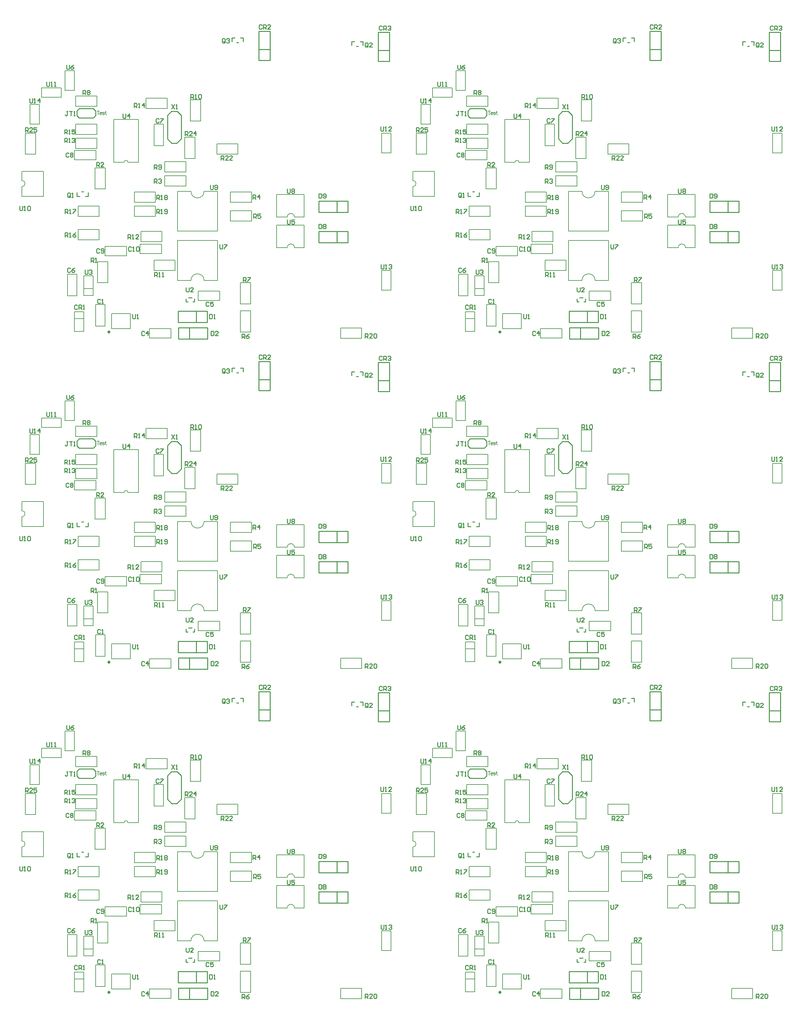
<source format=gto>
G04*
G04 #@! TF.GenerationSoftware,Altium Limited,Altium Designer,18.1.9 (240)*
G04*
G04 Layer_Color=65535*
%FSLAX24Y24*%
%MOIN*%
G70*
G01*
G75*
%ADD28C,0.0100*%
%ADD29C,0.0080*%
%ADD37C,0.0070*%
%ADD54C,0.0050*%
G36*
X54275Y74375D02*
Y74275D01*
X54175Y74175D01*
X54125D01*
X54025Y74275D01*
X54075Y74425D01*
X54175D01*
X54275Y74375D01*
D02*
G37*
G36*
X12575D02*
Y74275D01*
X12475Y74175D01*
X12425D01*
X12325Y74275D01*
X12375Y74425D01*
X12475D01*
X12575Y74375D01*
D02*
G37*
G36*
X54275Y39175D02*
Y39075D01*
X54175Y38975D01*
X54125D01*
X54025Y39075D01*
X54075Y39225D01*
X54175D01*
X54275Y39175D01*
D02*
G37*
G36*
X12575D02*
Y39075D01*
X12475Y38975D01*
X12425D01*
X12325Y39075D01*
X12375Y39225D01*
X12475D01*
X12575Y39175D01*
D02*
G37*
G36*
X54275Y3975D02*
Y3875D01*
X54175Y3775D01*
X54125D01*
X54025Y3875D01*
X54075Y4025D01*
X54175D01*
X54275Y3975D01*
D02*
G37*
G36*
X12575D02*
Y3875D01*
X12475Y3775D01*
X12425D01*
X12325Y3875D01*
X12375Y4025D01*
X12475D01*
X12575Y3975D01*
D02*
G37*
D28*
X20945Y7552D02*
X21300D01*
X20681Y7112D02*
Y7434D01*
Y7112D02*
X20850D01*
X21400D02*
X21569D01*
Y7424D01*
X20150Y24500D02*
Y27000D01*
X19675Y24025D02*
X20150Y24500D01*
X19740Y27410D02*
X20150Y27000D01*
X18693Y26992D02*
X19110Y27410D01*
X18693Y24506D02*
Y26992D01*
X41175Y35875D02*
X42375D01*
X41175Y33925D02*
X42375D01*
X41175Y32775D02*
X42375D01*
X41175D02*
Y35875D01*
X42375Y32775D02*
Y35875D01*
X26075Y34755D02*
X26275D01*
X26775Y34855D02*
Y35255D01*
X26475D02*
X26775D01*
X25575Y34855D02*
Y35255D01*
X25875D01*
X38825Y34355D02*
X39025D01*
X39525Y34455D02*
Y34855D01*
X39225D02*
X39525D01*
X38325Y34455D02*
Y34855D01*
X38625D01*
X9525Y18845D02*
X9725D01*
X9025Y18345D02*
Y18745D01*
Y18345D02*
X9325D01*
X10225D02*
Y18745D01*
X9925Y18345D02*
X10225D01*
X9275Y27725D02*
X10775D01*
X9025Y27475D02*
X9275Y27725D01*
X9025Y26975D02*
Y27475D01*
Y26975D02*
X9275Y26725D01*
X10775D01*
X11025Y26975D01*
Y27475D01*
X10775Y27725D02*
X11025Y27475D01*
X22975Y3175D02*
Y4375D01*
X21025Y3175D02*
Y4375D01*
X19875Y3175D02*
Y4375D01*
X22975D01*
X19875Y3175D02*
X22975D01*
X19825Y4925D02*
Y6125D01*
X21775Y4925D02*
Y6125D01*
X22925Y4925D02*
Y6125D01*
X19825Y4925D02*
X22925D01*
X19825Y6125D02*
X22925D01*
X18693Y24506D02*
X19125Y24025D01*
X19675D01*
X19110Y27410D02*
X19740D01*
X34825Y16675D02*
Y17875D01*
X36775Y16675D02*
Y17875D01*
X37925Y16675D02*
Y17875D01*
X34825Y16675D02*
X37925D01*
X34825Y17875D02*
X37925D01*
X34825Y13425D02*
Y14625D01*
X36775Y13425D02*
Y14625D01*
X37925Y13425D02*
Y14625D01*
X34825Y13425D02*
X37925D01*
X34825Y14625D02*
X37925D01*
X28425Y35975D02*
X29625D01*
X28425Y34025D02*
X29625D01*
X28425Y32875D02*
X29625D01*
X28425D02*
Y35975D01*
X29625Y32875D02*
Y35975D01*
X5798Y30558D02*
Y30178D01*
X5874Y30102D01*
X6026D01*
X6102Y30178D01*
Y30558D01*
X6254Y30102D02*
X6406D01*
X6330D01*
Y30558D01*
X6254Y30482D01*
X6634Y30102D02*
X6786D01*
X6710D01*
Y30558D01*
X6634Y30482D01*
X9079Y6705D02*
X9003Y6781D01*
X8851D01*
X8775Y6705D01*
Y6401D01*
X8851Y6325D01*
X9003D01*
X9079Y6401D01*
X9231Y6325D02*
Y6781D01*
X9459D01*
X9535Y6705D01*
Y6553D01*
X9459Y6477D01*
X9231D01*
X9383D02*
X9535Y6325D01*
X9687D02*
X9839D01*
X9763D01*
Y6781D01*
X9687Y6705D01*
X7925Y32373D02*
Y31994D01*
X8001Y31918D01*
X8153D01*
X8229Y31994D01*
Y32373D01*
X8685D02*
X8533Y32298D01*
X8381Y32146D01*
Y31994D01*
X8457Y31918D01*
X8609D01*
X8685Y31994D01*
Y32070D01*
X8609Y32146D01*
X8381D01*
X11529Y7328D02*
X11453Y7404D01*
X11301D01*
X11225Y7328D01*
Y7024D01*
X11301Y6948D01*
X11453D01*
X11529Y7024D01*
X11680Y6948D02*
X11832D01*
X11756D01*
Y7404D01*
X11680Y7328D01*
X17784Y26580D02*
X17708Y26656D01*
X17556D01*
X17480Y26580D01*
Y26276D01*
X17556Y26200D01*
X17708D01*
X17784Y26276D01*
X17936Y26656D02*
X18240D01*
Y26580D01*
X17936Y26276D01*
Y26200D01*
X20681Y8636D02*
Y8256D01*
X20757Y8180D01*
X20909D01*
X20985Y8256D01*
Y8636D01*
X21441Y8180D02*
X21137D01*
X21441Y8484D01*
Y8560D01*
X21365Y8636D01*
X21213D01*
X21137Y8560D01*
X21175Y28775D02*
Y29231D01*
X21403D01*
X21479Y29155D01*
Y29003D01*
X21403Y28927D01*
X21175D01*
X21327D02*
X21479Y28775D01*
X21631D02*
X21783D01*
X21707D01*
Y29231D01*
X21631Y29155D01*
X22011D02*
X22087Y29231D01*
X22239D01*
X22315Y29155D01*
Y28851D01*
X22239Y28775D01*
X22087D01*
X22011Y28851D01*
Y29155D01*
X26625Y3225D02*
Y3681D01*
X26853D01*
X26929Y3605D01*
Y3453D01*
X26853Y3377D01*
X26625D01*
X26777D02*
X26929Y3225D01*
X27385Y3681D02*
X27233Y3605D01*
X27081Y3453D01*
Y3301D01*
X27157Y3225D01*
X27309D01*
X27385Y3301D01*
Y3377D01*
X27309Y3453D01*
X27081D01*
X26775Y9275D02*
Y9731D01*
X27003D01*
X27079Y9655D01*
Y9503D01*
X27003Y9427D01*
X26775D01*
X26927D02*
X27079Y9275D01*
X27231Y9731D02*
X27535D01*
Y9655D01*
X27231Y9351D01*
Y9275D01*
X8329Y10655D02*
X8253Y10731D01*
X8101D01*
X8025Y10655D01*
Y10351D01*
X8101Y10275D01*
X8253D01*
X8329Y10351D01*
X8785Y10731D02*
X8633Y10655D01*
X8481Y10503D01*
Y10351D01*
X8557Y10275D01*
X8709D01*
X8785Y10351D01*
Y10427D01*
X8709Y10503D01*
X8481D01*
X20560Y24820D02*
Y25276D01*
X20788D01*
X20864Y25200D01*
Y25048D01*
X20788Y24972D01*
X20560D01*
X20712D02*
X20864Y24820D01*
X21320D02*
X21016D01*
X21320Y25124D01*
Y25200D01*
X21244Y25276D01*
X21092D01*
X21016Y25200D01*
X21700Y24820D02*
Y25276D01*
X21472Y25048D01*
X21776D01*
X41584Y36460D02*
X41508Y36536D01*
X41356D01*
X41280Y36460D01*
Y36156D01*
X41356Y36080D01*
X41508D01*
X41584Y36156D01*
X41736Y36080D02*
Y36536D01*
X41964D01*
X42040Y36460D01*
Y36308D01*
X41964Y36232D01*
X41736D01*
X41888D02*
X42040Y36080D01*
X42192Y36460D02*
X42268Y36536D01*
X42420D01*
X42496Y36460D01*
Y36384D01*
X42420Y36308D01*
X42344D01*
X42420D01*
X42496Y36232D01*
Y36156D01*
X42420Y36080D01*
X42268D01*
X42192Y36156D01*
X41460Y11096D02*
Y10716D01*
X41536Y10640D01*
X41688D01*
X41764Y10716D01*
Y11096D01*
X41916Y10640D02*
X42068D01*
X41992D01*
Y11096D01*
X41916Y11020D01*
X42296D02*
X42372Y11096D01*
X42524D01*
X42600Y11020D01*
Y10944D01*
X42524Y10868D01*
X42448D01*
X42524D01*
X42600Y10792D01*
Y10716D01*
X42524Y10640D01*
X42372D01*
X42296Y10716D01*
X41440Y25776D02*
Y25396D01*
X41516Y25320D01*
X41668D01*
X41744Y25396D01*
Y25776D01*
X41896Y25320D02*
X42048D01*
X41972D01*
Y25776D01*
X41896Y25700D01*
X42580Y25320D02*
X42276D01*
X42580Y25624D01*
Y25700D01*
X42504Y25776D01*
X42352D01*
X42276Y25700D01*
X7775Y14025D02*
Y14481D01*
X8003D01*
X8079Y14405D01*
Y14253D01*
X8003Y14177D01*
X7775D01*
X7927D02*
X8079Y14025D01*
X8231D02*
X8383D01*
X8307D01*
Y14481D01*
X8231Y14405D01*
X8915Y14481D02*
X8763Y14405D01*
X8611Y14253D01*
Y14101D01*
X8687Y14025D01*
X8839D01*
X8915Y14101D01*
Y14177D01*
X8839Y14253D01*
X8611D01*
X7775Y16525D02*
Y16981D01*
X8003D01*
X8079Y16905D01*
Y16753D01*
X8003Y16677D01*
X7775D01*
X7927D02*
X8079Y16525D01*
X8231D02*
X8383D01*
X8307D01*
Y16981D01*
X8231Y16905D01*
X8611Y16981D02*
X8915D01*
Y16905D01*
X8611Y16601D01*
Y16525D01*
X8173Y22927D02*
X8100Y23000D01*
X7953D01*
X7880Y22927D01*
Y22633D01*
X7953Y22560D01*
X8100D01*
X8173Y22633D01*
X8320Y22927D02*
X8393Y23000D01*
X8540D01*
X8613Y22927D01*
Y22853D01*
X8540Y22780D01*
X8613Y22707D01*
Y22633D01*
X8540Y22560D01*
X8393D01*
X8320Y22633D01*
Y22707D01*
X8393Y22780D01*
X8320Y22853D01*
Y22927D01*
X8393Y22780D02*
X8540D01*
X7720Y25040D02*
Y25470D01*
X7935D01*
X8007Y25398D01*
Y25255D01*
X7935Y25183D01*
X7720D01*
X7863D02*
X8007Y25040D01*
X8150D02*
X8293D01*
X8221D01*
Y25470D01*
X8150Y25398D01*
X8795Y25470D02*
X8508D01*
Y25255D01*
X8651Y25327D01*
X8723D01*
X8795Y25255D01*
Y25112D01*
X8723Y25040D01*
X8580D01*
X8508Y25112D01*
X9665Y29215D02*
Y29671D01*
X9893D01*
X9969Y29595D01*
Y29443D01*
X9893Y29367D01*
X9665D01*
X9817D02*
X9969Y29215D01*
X10121Y29595D02*
X10197Y29671D01*
X10349D01*
X10425Y29595D01*
Y29519D01*
X10349Y29443D01*
X10425Y29367D01*
Y29291D01*
X10349Y29215D01*
X10197D01*
X10121Y29291D01*
Y29367D01*
X10197Y29443D01*
X10121Y29519D01*
Y29595D01*
X10197Y29443D02*
X10349D01*
X27860Y16020D02*
Y16476D01*
X28088D01*
X28164Y16400D01*
Y16248D01*
X28088Y16172D01*
X27860D01*
X28012D02*
X28164Y16020D01*
X28620Y16476D02*
X28316D01*
Y16248D01*
X28468Y16324D01*
X28544D01*
X28620Y16248D01*
Y16096D01*
X28544Y16020D01*
X28392D01*
X28316Y16096D01*
X24829Y34801D02*
Y35105D01*
X24753Y35181D01*
X24601D01*
X24525Y35105D01*
Y34801D01*
X24601Y34725D01*
X24753D01*
X24677Y34877D02*
X24829Y34725D01*
X24753D02*
X24829Y34801D01*
X24981Y35105D02*
X25057Y35181D01*
X25209D01*
X25285Y35105D01*
Y35029D01*
X25209Y34953D01*
X25133D01*
X25209D01*
X25285Y34877D01*
Y34801D01*
X25209Y34725D01*
X25057D01*
X24981Y34801D01*
X40064Y34356D02*
Y34660D01*
X39988Y34736D01*
X39836D01*
X39760Y34660D01*
Y34356D01*
X39836Y34280D01*
X39988D01*
X39912Y34432D02*
X40064Y34280D01*
X39988D02*
X40064Y34356D01*
X40520Y34280D02*
X40216D01*
X40520Y34584D01*
Y34660D01*
X40444Y34736D01*
X40292D01*
X40216Y34660D01*
X2920Y17316D02*
Y16936D01*
X2996Y16860D01*
X3148D01*
X3224Y16936D01*
Y17316D01*
X3376Y16860D02*
X3528D01*
X3452D01*
Y17316D01*
X3376Y17240D01*
X3756D02*
X3832Y17316D01*
X3984D01*
X4060Y17240D01*
Y16936D01*
X3984Y16860D01*
X3832D01*
X3756Y16936D01*
Y17240D01*
X3993Y28776D02*
Y28396D01*
X4069Y28320D01*
X4221D01*
X4297Y28396D01*
Y28776D01*
X4449Y28320D02*
X4601D01*
X4525D01*
Y28776D01*
X4449Y28700D01*
X5057Y28320D02*
Y28776D01*
X4829Y28548D01*
X5133D01*
X14975Y5781D02*
Y5401D01*
X15051Y5325D01*
X15203D01*
X15279Y5401D01*
Y5781D01*
X15431Y5325D02*
X15583D01*
X15507D01*
Y5781D01*
X15431Y5705D01*
X9884Y10520D02*
Y10140D01*
X9960Y10064D01*
X10112D01*
X10188Y10140D01*
Y10520D01*
X10340Y10444D02*
X10416Y10520D01*
X10568D01*
X10644Y10444D01*
Y10368D01*
X10568Y10292D01*
X10492D01*
X10568D01*
X10644Y10216D01*
Y10140D01*
X10568Y10064D01*
X10416D01*
X10340Y10140D01*
X11119Y21528D02*
Y21983D01*
X11347D01*
X11423Y21907D01*
Y21755D01*
X11347Y21679D01*
X11119D01*
X11271D02*
X11423Y21528D01*
X11879D02*
X11575D01*
X11879Y21831D01*
Y21907D01*
X11803Y21983D01*
X11651D01*
X11575Y21907D01*
X11443Y12705D02*
X11367Y12781D01*
X11215D01*
X11139Y12705D01*
Y12401D01*
X11215Y12325D01*
X11367D01*
X11443Y12401D01*
X11595D02*
X11671Y12325D01*
X11823D01*
X11899Y12401D01*
Y12705D01*
X11823Y12781D01*
X11671D01*
X11595Y12705D01*
Y12629D01*
X11671Y12553D01*
X11899D01*
X8329Y18351D02*
Y18655D01*
X8253Y18731D01*
X8101D01*
X8025Y18655D01*
Y18351D01*
X8101Y18275D01*
X8253D01*
X8177Y18427D02*
X8329Y18275D01*
X8253D02*
X8329Y18351D01*
X8481Y18275D02*
X8633D01*
X8557D01*
Y18731D01*
X8481Y18655D01*
X7720Y24120D02*
Y24550D01*
X7935D01*
X8007Y24478D01*
Y24335D01*
X7935Y24263D01*
X7720D01*
X7863D02*
X8007Y24120D01*
X8150D02*
X8293D01*
X8221D01*
Y24550D01*
X8150Y24478D01*
X8508D02*
X8580Y24550D01*
X8723D01*
X8795Y24478D01*
Y24407D01*
X8723Y24335D01*
X8651D01*
X8723D01*
X8795Y24263D01*
Y24192D01*
X8723Y24120D01*
X8580D01*
X8508Y24192D01*
X8079Y27431D02*
X7927D01*
X8003D01*
Y27051D01*
X7927Y26975D01*
X7851D01*
X7775Y27051D01*
X8231Y27431D02*
X8535D01*
X8383D01*
Y26975D01*
X8687D02*
X8839D01*
X8763D01*
Y27431D01*
X8687Y27355D01*
X23325Y3981D02*
Y3525D01*
X23553D01*
X23629Y3601D01*
Y3905D01*
X23553Y3981D01*
X23325D01*
X24085Y3525D02*
X23781D01*
X24085Y3829D01*
Y3905D01*
X24009Y3981D01*
X23857D01*
X23781Y3905D01*
X23164Y5791D02*
Y5335D01*
X23392D01*
X23468Y5411D01*
Y5715D01*
X23392Y5791D01*
X23164D01*
X23620Y5335D02*
X23772D01*
X23696D01*
Y5791D01*
X23620Y5715D01*
X23104Y7027D02*
X23028Y7103D01*
X22876D01*
X22800Y7027D01*
Y6723D01*
X22876Y6647D01*
X23028D01*
X23104Y6723D01*
X23560Y7103D02*
X23256D01*
Y6875D01*
X23408Y6951D01*
X23484D01*
X23560Y6875D01*
Y6723D01*
X23484Y6647D01*
X23332D01*
X23256Y6723D01*
X23260Y19556D02*
Y19176D01*
X23336Y19100D01*
X23488D01*
X23564Y19176D01*
Y19556D01*
X23716Y19176D02*
X23792Y19100D01*
X23944D01*
X24020Y19176D01*
Y19480D01*
X23944Y19556D01*
X23792D01*
X23716Y19480D01*
Y19404D01*
X23792Y19328D01*
X24020D01*
X27800Y18060D02*
Y18516D01*
X28028D01*
X28104Y18440D01*
Y18288D01*
X28028Y18212D01*
X27800D01*
X27952D02*
X28104Y18060D01*
X28484D02*
Y18516D01*
X28256Y18288D01*
X28560D01*
X19130Y28146D02*
X19434Y27690D01*
Y28146D02*
X19130Y27690D01*
X19586D02*
X19738D01*
X19662D01*
Y28146D01*
X19586Y28070D01*
X39775Y3275D02*
Y3731D01*
X40003D01*
X40079Y3655D01*
Y3503D01*
X40003Y3427D01*
X39775D01*
X39927D02*
X40079Y3275D01*
X40535D02*
X40231D01*
X40535Y3579D01*
Y3655D01*
X40459Y3731D01*
X40307D01*
X40231Y3655D01*
X40687D02*
X40763Y3731D01*
X40915D01*
X40991Y3655D01*
Y3351D01*
X40915Y3275D01*
X40763D01*
X40687Y3351D01*
Y3655D01*
X34825Y18634D02*
Y18178D01*
X35053D01*
X35129Y18254D01*
Y18558D01*
X35053Y18634D01*
X34825D01*
X35281Y18254D02*
X35357Y18178D01*
X35509D01*
X35585Y18254D01*
Y18558D01*
X35509Y18634D01*
X35357D01*
X35281Y18558D01*
Y18482D01*
X35357Y18406D01*
X35585D01*
X34825Y15381D02*
Y14925D01*
X35053D01*
X35129Y15001D01*
Y15305D01*
X35053Y15381D01*
X34825D01*
X35281Y15305D02*
X35357Y15381D01*
X35509D01*
X35585Y15305D01*
Y15229D01*
X35509Y15153D01*
X35585Y15077D01*
Y15001D01*
X35509Y14925D01*
X35357D01*
X35281Y15001D01*
Y15077D01*
X35357Y15153D01*
X35281Y15229D01*
Y15305D01*
X35357Y15153D02*
X35509D01*
X31468Y15856D02*
Y15476D01*
X31544Y15400D01*
X31695D01*
X31771Y15476D01*
Y15856D01*
X32227D02*
X31923D01*
Y15628D01*
X32075Y15704D01*
X32151D01*
X32227Y15628D01*
Y15476D01*
X32151Y15400D01*
X31999D01*
X31923Y15476D01*
X31468Y19156D02*
Y18776D01*
X31544Y18700D01*
X31695D01*
X31771Y18776D01*
Y19156D01*
X31923Y19080D02*
X31999Y19156D01*
X32151D01*
X32227Y19080D01*
Y19004D01*
X32151Y18928D01*
X32227Y18852D01*
Y18776D01*
X32151Y18700D01*
X31999D01*
X31923Y18776D01*
Y18852D01*
X31999Y18928D01*
X31923Y19004D01*
Y19080D01*
X31999Y18928D02*
X32151D01*
X3525Y25225D02*
Y25681D01*
X3753D01*
X3829Y25605D01*
Y25453D01*
X3753Y25377D01*
X3525D01*
X3677D02*
X3829Y25225D01*
X4285D02*
X3981D01*
X4285Y25529D01*
Y25605D01*
X4209Y25681D01*
X4057D01*
X3981Y25605D01*
X4741Y25681D02*
X4437D01*
Y25453D01*
X4589Y25529D01*
X4665D01*
X4741Y25453D01*
Y25301D01*
X4665Y25225D01*
X4513D01*
X4437Y25301D01*
X13936Y27149D02*
Y26769D01*
X14012Y26693D01*
X14164D01*
X14240Y26769D01*
Y27149D01*
X14620Y26693D02*
Y27149D01*
X14392Y26921D01*
X14696D01*
X10525Y11325D02*
Y11781D01*
X10753D01*
X10829Y11705D01*
Y11553D01*
X10753Y11477D01*
X10525D01*
X10677D02*
X10829Y11325D01*
X10981D02*
X11133D01*
X11057D01*
Y11781D01*
X10981Y11705D01*
X24275Y13231D02*
Y12851D01*
X24351Y12775D01*
X24503D01*
X24579Y12851D01*
Y13231D01*
X24731D02*
X25035D01*
Y13155D01*
X24731Y12851D01*
Y12775D01*
X24400Y22240D02*
Y22696D01*
X24628D01*
X24704Y22620D01*
Y22468D01*
X24628Y22392D01*
X24400D01*
X24552D02*
X24704Y22240D01*
X25160D02*
X24856D01*
X25160Y22544D01*
Y22620D01*
X25084Y22696D01*
X24932D01*
X24856Y22620D01*
X25616Y22240D02*
X25312D01*
X25616Y22544D01*
Y22620D01*
X25540Y22696D01*
X25388D01*
X25312Y22620D01*
X14475Y13825D02*
Y14281D01*
X14703D01*
X14779Y14205D01*
Y14053D01*
X14703Y13977D01*
X14475D01*
X14627D02*
X14779Y13825D01*
X14931D02*
X15083D01*
X15007D01*
Y14281D01*
X14931Y14205D01*
X15615Y13825D02*
X15311D01*
X15615Y14129D01*
Y14205D01*
X15539Y14281D01*
X15387D01*
X15311Y14205D01*
X17525Y16525D02*
Y16981D01*
X17753D01*
X17829Y16905D01*
Y16753D01*
X17753Y16677D01*
X17525D01*
X17677D02*
X17829Y16525D01*
X17981D02*
X18133D01*
X18057D01*
Y16981D01*
X17981Y16905D01*
X18361Y16601D02*
X18437Y16525D01*
X18589D01*
X18665Y16601D01*
Y16905D01*
X18589Y16981D01*
X18437D01*
X18361Y16905D01*
Y16829D01*
X18437Y16753D01*
X18665D01*
X17275Y19775D02*
Y20231D01*
X17503D01*
X17579Y20155D01*
Y20003D01*
X17503Y19927D01*
X17275D01*
X17427D02*
X17579Y19775D01*
X17731Y20155D02*
X17807Y20231D01*
X17959D01*
X18035Y20155D01*
Y20079D01*
X17959Y20003D01*
X17883D01*
X17959D01*
X18035Y19927D01*
Y19851D01*
X17959Y19775D01*
X17807D01*
X17731Y19851D01*
X15140Y27820D02*
Y28276D01*
X15368D01*
X15444Y28200D01*
Y28048D01*
X15368Y27972D01*
X15140D01*
X15292D02*
X15444Y27820D01*
X15596D02*
X15748D01*
X15672D01*
Y28276D01*
X15596Y28200D01*
X16204Y27820D02*
Y28276D01*
X15976Y28048D01*
X16280D01*
X16229Y3905D02*
X16153Y3981D01*
X16001D01*
X15925Y3905D01*
Y3601D01*
X16001Y3525D01*
X16153D01*
X16229Y3601D01*
X16609Y3525D02*
Y3981D01*
X16381Y3753D01*
X16685D01*
X17275Y21275D02*
Y21731D01*
X17503D01*
X17579Y21655D01*
Y21503D01*
X17503Y21427D01*
X17275D01*
X17427D02*
X17579Y21275D01*
X17731Y21351D02*
X17807Y21275D01*
X17959D01*
X18035Y21351D01*
Y21655D01*
X17959Y21731D01*
X17807D01*
X17731Y21655D01*
Y21579D01*
X17807Y21503D01*
X18035D01*
X17525Y18025D02*
Y18481D01*
X17753D01*
X17829Y18405D01*
Y18253D01*
X17753Y18177D01*
X17525D01*
X17677D02*
X17829Y18025D01*
X17981D02*
X18133D01*
X18057D01*
Y18481D01*
X17981Y18405D01*
X18361D02*
X18437Y18481D01*
X18589D01*
X18665Y18405D01*
Y18329D01*
X18589Y18253D01*
X18665Y18177D01*
Y18101D01*
X18589Y18025D01*
X18437D01*
X18361Y18101D01*
Y18177D01*
X18437Y18253D01*
X18361Y18329D01*
Y18405D01*
X18437Y18253D02*
X18589D01*
X14829Y12905D02*
X14753Y12981D01*
X14601D01*
X14525Y12905D01*
Y12601D01*
X14601Y12525D01*
X14753D01*
X14829Y12601D01*
X14981Y12525D02*
X15133D01*
X15057D01*
Y12981D01*
X14981Y12905D01*
X15361D02*
X15437Y12981D01*
X15589D01*
X15665Y12905D01*
Y12601D01*
X15589Y12525D01*
X15437D01*
X15361Y12601D01*
Y12905D01*
X17300Y9800D02*
Y10256D01*
X17528D01*
X17604Y10180D01*
Y10028D01*
X17528Y9952D01*
X17300D01*
X17452D02*
X17604Y9800D01*
X17756D02*
X17908D01*
X17832D01*
Y10256D01*
X17756Y10180D01*
X18136Y9800D02*
X18288D01*
X18212D01*
Y10256D01*
X18136Y10180D01*
X28764Y36580D02*
X28688Y36656D01*
X28536D01*
X28460Y36580D01*
Y36276D01*
X28536Y36200D01*
X28688D01*
X28764Y36276D01*
X28916Y36200D02*
Y36656D01*
X29144D01*
X29220Y36580D01*
Y36428D01*
X29144Y36352D01*
X28916D01*
X29068D02*
X29220Y36200D01*
X29676D02*
X29372D01*
X29676Y36504D01*
Y36580D01*
X29600Y36656D01*
X29448D01*
X29372Y36580D01*
X62645Y7552D02*
X63000D01*
X62381Y7112D02*
Y7434D01*
Y7112D02*
X62550D01*
X63100D02*
X63269D01*
Y7424D01*
X61850Y24500D02*
Y27000D01*
X61375Y24025D02*
X61850Y24500D01*
X61440Y27410D02*
X61850Y27000D01*
X60392Y26992D02*
X60810Y27410D01*
X60392Y24506D02*
Y26992D01*
X82875Y35875D02*
X84075D01*
X82875Y33925D02*
X84075D01*
X82875Y32775D02*
X84075D01*
X82875D02*
Y35875D01*
X84075Y32775D02*
Y35875D01*
X67775Y34755D02*
X67975D01*
X68475Y34855D02*
Y35255D01*
X68175D02*
X68475D01*
X67275Y34855D02*
Y35255D01*
X67575D01*
X80525Y34355D02*
X80725D01*
X81225Y34455D02*
Y34855D01*
X80925D02*
X81225D01*
X80025Y34455D02*
Y34855D01*
X80325D01*
X51225Y18845D02*
X51425D01*
X50725Y18345D02*
Y18745D01*
Y18345D02*
X51025D01*
X51925D02*
Y18745D01*
X51625Y18345D02*
X51925D01*
X50975Y27725D02*
X52475D01*
X50725Y27475D02*
X50975Y27725D01*
X50725Y26975D02*
Y27475D01*
Y26975D02*
X50975Y26725D01*
X52475D01*
X52725Y26975D01*
Y27475D01*
X52475Y27725D02*
X52725Y27475D01*
X64675Y3175D02*
Y4375D01*
X62725Y3175D02*
Y4375D01*
X61575Y3175D02*
Y4375D01*
X64675D01*
X61575Y3175D02*
X64675D01*
X61525Y4925D02*
Y6125D01*
X63475Y4925D02*
Y6125D01*
X64625Y4925D02*
Y6125D01*
X61525Y4925D02*
X64625D01*
X61525Y6125D02*
X64625D01*
X60392Y24506D02*
X60825Y24025D01*
X61375D01*
X60810Y27410D02*
X61440D01*
X76525Y16675D02*
Y17875D01*
X78475Y16675D02*
Y17875D01*
X79625Y16675D02*
Y17875D01*
X76525Y16675D02*
X79625D01*
X76525Y17875D02*
X79625D01*
X76525Y13425D02*
Y14625D01*
X78475Y13425D02*
Y14625D01*
X79625Y13425D02*
Y14625D01*
X76525Y13425D02*
X79625D01*
X76525Y14625D02*
X79625D01*
X70125Y35975D02*
X71325D01*
X70125Y34025D02*
X71325D01*
X70125Y32875D02*
X71325D01*
X70125D02*
Y35975D01*
X71325Y32875D02*
Y35975D01*
X47498Y30558D02*
Y30178D01*
X47574Y30102D01*
X47726D01*
X47802Y30178D01*
Y30558D01*
X47954Y30102D02*
X48106D01*
X48030D01*
Y30558D01*
X47954Y30482D01*
X48334Y30102D02*
X48486D01*
X48410D01*
Y30558D01*
X48334Y30482D01*
X50779Y6705D02*
X50703Y6781D01*
X50551D01*
X50475Y6705D01*
Y6401D01*
X50551Y6325D01*
X50703D01*
X50779Y6401D01*
X50931Y6325D02*
Y6781D01*
X51159D01*
X51235Y6705D01*
Y6553D01*
X51159Y6477D01*
X50931D01*
X51083D02*
X51235Y6325D01*
X51387D02*
X51539D01*
X51463D01*
Y6781D01*
X51387Y6705D01*
X49625Y32373D02*
Y31994D01*
X49701Y31918D01*
X49853D01*
X49929Y31994D01*
Y32373D01*
X50385D02*
X50233Y32298D01*
X50081Y32146D01*
Y31994D01*
X50157Y31918D01*
X50309D01*
X50385Y31994D01*
Y32070D01*
X50309Y32146D01*
X50081D01*
X53229Y7328D02*
X53153Y7404D01*
X53001D01*
X52925Y7328D01*
Y7024D01*
X53001Y6948D01*
X53153D01*
X53229Y7024D01*
X53380Y6948D02*
X53532D01*
X53456D01*
Y7404D01*
X53380Y7328D01*
X59484Y26580D02*
X59408Y26656D01*
X59256D01*
X59180Y26580D01*
Y26276D01*
X59256Y26200D01*
X59408D01*
X59484Y26276D01*
X59636Y26656D02*
X59940D01*
Y26580D01*
X59636Y26276D01*
Y26200D01*
X62381Y8636D02*
Y8256D01*
X62457Y8180D01*
X62609D01*
X62685Y8256D01*
Y8636D01*
X63141Y8180D02*
X62837D01*
X63141Y8484D01*
Y8560D01*
X63065Y8636D01*
X62913D01*
X62837Y8560D01*
X62875Y28775D02*
Y29231D01*
X63103D01*
X63179Y29155D01*
Y29003D01*
X63103Y28927D01*
X62875D01*
X63027D02*
X63179Y28775D01*
X63331D02*
X63483D01*
X63407D01*
Y29231D01*
X63331Y29155D01*
X63711D02*
X63787Y29231D01*
X63939D01*
X64015Y29155D01*
Y28851D01*
X63939Y28775D01*
X63787D01*
X63711Y28851D01*
Y29155D01*
X68325Y3225D02*
Y3681D01*
X68553D01*
X68629Y3605D01*
Y3453D01*
X68553Y3377D01*
X68325D01*
X68477D02*
X68629Y3225D01*
X69085Y3681D02*
X68933Y3605D01*
X68781Y3453D01*
Y3301D01*
X68857Y3225D01*
X69009D01*
X69085Y3301D01*
Y3377D01*
X69009Y3453D01*
X68781D01*
X68475Y9275D02*
Y9731D01*
X68703D01*
X68779Y9655D01*
Y9503D01*
X68703Y9427D01*
X68475D01*
X68627D02*
X68779Y9275D01*
X68931Y9731D02*
X69235D01*
Y9655D01*
X68931Y9351D01*
Y9275D01*
X50029Y10655D02*
X49953Y10731D01*
X49801D01*
X49725Y10655D01*
Y10351D01*
X49801Y10275D01*
X49953D01*
X50029Y10351D01*
X50485Y10731D02*
X50333Y10655D01*
X50181Y10503D01*
Y10351D01*
X50257Y10275D01*
X50409D01*
X50485Y10351D01*
Y10427D01*
X50409Y10503D01*
X50181D01*
X62260Y24820D02*
Y25276D01*
X62488D01*
X62564Y25200D01*
Y25048D01*
X62488Y24972D01*
X62260D01*
X62412D02*
X62564Y24820D01*
X63020D02*
X62716D01*
X63020Y25124D01*
Y25200D01*
X62944Y25276D01*
X62792D01*
X62716Y25200D01*
X63400Y24820D02*
Y25276D01*
X63172Y25048D01*
X63476D01*
X83284Y36460D02*
X83208Y36536D01*
X83056D01*
X82980Y36460D01*
Y36156D01*
X83056Y36080D01*
X83208D01*
X83284Y36156D01*
X83436Y36080D02*
Y36536D01*
X83664D01*
X83740Y36460D01*
Y36308D01*
X83664Y36232D01*
X83436D01*
X83588D02*
X83740Y36080D01*
X83892Y36460D02*
X83968Y36536D01*
X84120D01*
X84196Y36460D01*
Y36384D01*
X84120Y36308D01*
X84044D01*
X84120D01*
X84196Y36232D01*
Y36156D01*
X84120Y36080D01*
X83968D01*
X83892Y36156D01*
X83160Y11096D02*
Y10716D01*
X83236Y10640D01*
X83388D01*
X83464Y10716D01*
Y11096D01*
X83616Y10640D02*
X83768D01*
X83692D01*
Y11096D01*
X83616Y11020D01*
X83996D02*
X84072Y11096D01*
X84224D01*
X84300Y11020D01*
Y10944D01*
X84224Y10868D01*
X84148D01*
X84224D01*
X84300Y10792D01*
Y10716D01*
X84224Y10640D01*
X84072D01*
X83996Y10716D01*
X83140Y25776D02*
Y25396D01*
X83216Y25320D01*
X83368D01*
X83444Y25396D01*
Y25776D01*
X83596Y25320D02*
X83748D01*
X83672D01*
Y25776D01*
X83596Y25700D01*
X84280Y25320D02*
X83976D01*
X84280Y25624D01*
Y25700D01*
X84204Y25776D01*
X84052D01*
X83976Y25700D01*
X49475Y14025D02*
Y14481D01*
X49703D01*
X49779Y14405D01*
Y14253D01*
X49703Y14177D01*
X49475D01*
X49627D02*
X49779Y14025D01*
X49931D02*
X50083D01*
X50007D01*
Y14481D01*
X49931Y14405D01*
X50615Y14481D02*
X50463Y14405D01*
X50311Y14253D01*
Y14101D01*
X50387Y14025D01*
X50539D01*
X50615Y14101D01*
Y14177D01*
X50539Y14253D01*
X50311D01*
X49475Y16525D02*
Y16981D01*
X49703D01*
X49779Y16905D01*
Y16753D01*
X49703Y16677D01*
X49475D01*
X49627D02*
X49779Y16525D01*
X49931D02*
X50083D01*
X50007D01*
Y16981D01*
X49931Y16905D01*
X50311Y16981D02*
X50615D01*
Y16905D01*
X50311Y16601D01*
Y16525D01*
X49873Y22927D02*
X49800Y23000D01*
X49653D01*
X49580Y22927D01*
Y22633D01*
X49653Y22560D01*
X49800D01*
X49873Y22633D01*
X50020Y22927D02*
X50093Y23000D01*
X50240D01*
X50313Y22927D01*
Y22853D01*
X50240Y22780D01*
X50313Y22707D01*
Y22633D01*
X50240Y22560D01*
X50093D01*
X50020Y22633D01*
Y22707D01*
X50093Y22780D01*
X50020Y22853D01*
Y22927D01*
X50093Y22780D02*
X50240D01*
X49420Y25040D02*
Y25470D01*
X49635D01*
X49707Y25398D01*
Y25255D01*
X49635Y25183D01*
X49420D01*
X49563D02*
X49707Y25040D01*
X49850D02*
X49993D01*
X49921D01*
Y25470D01*
X49850Y25398D01*
X50495Y25470D02*
X50208D01*
Y25255D01*
X50351Y25327D01*
X50423D01*
X50495Y25255D01*
Y25112D01*
X50423Y25040D01*
X50280D01*
X50208Y25112D01*
X51365Y29215D02*
Y29671D01*
X51593D01*
X51669Y29595D01*
Y29443D01*
X51593Y29367D01*
X51365D01*
X51517D02*
X51669Y29215D01*
X51821Y29595D02*
X51897Y29671D01*
X52049D01*
X52125Y29595D01*
Y29519D01*
X52049Y29443D01*
X52125Y29367D01*
Y29291D01*
X52049Y29215D01*
X51897D01*
X51821Y29291D01*
Y29367D01*
X51897Y29443D01*
X51821Y29519D01*
Y29595D01*
X51897Y29443D02*
X52049D01*
X69560Y16020D02*
Y16476D01*
X69788D01*
X69864Y16400D01*
Y16248D01*
X69788Y16172D01*
X69560D01*
X69712D02*
X69864Y16020D01*
X70320Y16476D02*
X70016D01*
Y16248D01*
X70168Y16324D01*
X70244D01*
X70320Y16248D01*
Y16096D01*
X70244Y16020D01*
X70092D01*
X70016Y16096D01*
X66529Y34801D02*
Y35105D01*
X66453Y35181D01*
X66301D01*
X66225Y35105D01*
Y34801D01*
X66301Y34725D01*
X66453D01*
X66377Y34877D02*
X66529Y34725D01*
X66453D02*
X66529Y34801D01*
X66681Y35105D02*
X66757Y35181D01*
X66909D01*
X66985Y35105D01*
Y35029D01*
X66909Y34953D01*
X66833D01*
X66909D01*
X66985Y34877D01*
Y34801D01*
X66909Y34725D01*
X66757D01*
X66681Y34801D01*
X81764Y34356D02*
Y34660D01*
X81688Y34736D01*
X81536D01*
X81460Y34660D01*
Y34356D01*
X81536Y34280D01*
X81688D01*
X81612Y34432D02*
X81764Y34280D01*
X81688D02*
X81764Y34356D01*
X82220Y34280D02*
X81916D01*
X82220Y34584D01*
Y34660D01*
X82144Y34736D01*
X81992D01*
X81916Y34660D01*
X44620Y17316D02*
Y16936D01*
X44696Y16860D01*
X44848D01*
X44924Y16936D01*
Y17316D01*
X45076Y16860D02*
X45228D01*
X45152D01*
Y17316D01*
X45076Y17240D01*
X45456D02*
X45532Y17316D01*
X45684D01*
X45760Y17240D01*
Y16936D01*
X45684Y16860D01*
X45532D01*
X45456Y16936D01*
Y17240D01*
X45693Y28776D02*
Y28396D01*
X45769Y28320D01*
X45921D01*
X45997Y28396D01*
Y28776D01*
X46149Y28320D02*
X46301D01*
X46225D01*
Y28776D01*
X46149Y28700D01*
X46757Y28320D02*
Y28776D01*
X46529Y28548D01*
X46833D01*
X56675Y5781D02*
Y5401D01*
X56751Y5325D01*
X56903D01*
X56979Y5401D01*
Y5781D01*
X57131Y5325D02*
X57283D01*
X57207D01*
Y5781D01*
X57131Y5705D01*
X51584Y10520D02*
Y10140D01*
X51660Y10064D01*
X51812D01*
X51888Y10140D01*
Y10520D01*
X52040Y10444D02*
X52116Y10520D01*
X52268D01*
X52344Y10444D01*
Y10368D01*
X52268Y10292D01*
X52192D01*
X52268D01*
X52344Y10216D01*
Y10140D01*
X52268Y10064D01*
X52116D01*
X52040Y10140D01*
X52819Y21528D02*
Y21983D01*
X53047D01*
X53123Y21907D01*
Y21755D01*
X53047Y21679D01*
X52819D01*
X52971D02*
X53123Y21528D01*
X53579D02*
X53275D01*
X53579Y21831D01*
Y21907D01*
X53503Y21983D01*
X53351D01*
X53275Y21907D01*
X53143Y12705D02*
X53067Y12781D01*
X52915D01*
X52839Y12705D01*
Y12401D01*
X52915Y12325D01*
X53067D01*
X53143Y12401D01*
X53295D02*
X53371Y12325D01*
X53523D01*
X53599Y12401D01*
Y12705D01*
X53523Y12781D01*
X53371D01*
X53295Y12705D01*
Y12629D01*
X53371Y12553D01*
X53599D01*
X50029Y18351D02*
Y18655D01*
X49953Y18731D01*
X49801D01*
X49725Y18655D01*
Y18351D01*
X49801Y18275D01*
X49953D01*
X49877Y18427D02*
X50029Y18275D01*
X49953D02*
X50029Y18351D01*
X50181Y18275D02*
X50333D01*
X50257D01*
Y18731D01*
X50181Y18655D01*
X49420Y24120D02*
Y24550D01*
X49635D01*
X49707Y24478D01*
Y24335D01*
X49635Y24263D01*
X49420D01*
X49563D02*
X49707Y24120D01*
X49850D02*
X49993D01*
X49921D01*
Y24550D01*
X49850Y24478D01*
X50208D02*
X50280Y24550D01*
X50423D01*
X50495Y24478D01*
Y24407D01*
X50423Y24335D01*
X50351D01*
X50423D01*
X50495Y24263D01*
Y24192D01*
X50423Y24120D01*
X50280D01*
X50208Y24192D01*
X49779Y27431D02*
X49627D01*
X49703D01*
Y27051D01*
X49627Y26975D01*
X49551D01*
X49475Y27051D01*
X49931Y27431D02*
X50235D01*
X50083D01*
Y26975D01*
X50387D02*
X50539D01*
X50463D01*
Y27431D01*
X50387Y27355D01*
X65025Y3981D02*
Y3525D01*
X65253D01*
X65329Y3601D01*
Y3905D01*
X65253Y3981D01*
X65025D01*
X65785Y3525D02*
X65481D01*
X65785Y3829D01*
Y3905D01*
X65709Y3981D01*
X65557D01*
X65481Y3905D01*
X64864Y5791D02*
Y5335D01*
X65092D01*
X65168Y5411D01*
Y5715D01*
X65092Y5791D01*
X64864D01*
X65320Y5335D02*
X65472D01*
X65396D01*
Y5791D01*
X65320Y5715D01*
X64804Y7027D02*
X64728Y7103D01*
X64576D01*
X64500Y7027D01*
Y6723D01*
X64576Y6647D01*
X64728D01*
X64804Y6723D01*
X65260Y7103D02*
X64956D01*
Y6875D01*
X65108Y6951D01*
X65184D01*
X65260Y6875D01*
Y6723D01*
X65184Y6647D01*
X65032D01*
X64956Y6723D01*
X64960Y19556D02*
Y19176D01*
X65036Y19100D01*
X65188D01*
X65264Y19176D01*
Y19556D01*
X65416Y19176D02*
X65492Y19100D01*
X65644D01*
X65720Y19176D01*
Y19480D01*
X65644Y19556D01*
X65492D01*
X65416Y19480D01*
Y19404D01*
X65492Y19328D01*
X65720D01*
X69500Y18060D02*
Y18516D01*
X69728D01*
X69804Y18440D01*
Y18288D01*
X69728Y18212D01*
X69500D01*
X69652D02*
X69804Y18060D01*
X70184D02*
Y18516D01*
X69956Y18288D01*
X70260D01*
X60830Y28146D02*
X61134Y27690D01*
Y28146D02*
X60830Y27690D01*
X61286D02*
X61438D01*
X61362D01*
Y28146D01*
X61286Y28070D01*
X81475Y3275D02*
Y3731D01*
X81703D01*
X81779Y3655D01*
Y3503D01*
X81703Y3427D01*
X81475D01*
X81627D02*
X81779Y3275D01*
X82235D02*
X81931D01*
X82235Y3579D01*
Y3655D01*
X82159Y3731D01*
X82007D01*
X81931Y3655D01*
X82387D02*
X82463Y3731D01*
X82615D01*
X82691Y3655D01*
Y3351D01*
X82615Y3275D01*
X82463D01*
X82387Y3351D01*
Y3655D01*
X76525Y18634D02*
Y18178D01*
X76753D01*
X76829Y18254D01*
Y18558D01*
X76753Y18634D01*
X76525D01*
X76981Y18254D02*
X77057Y18178D01*
X77209D01*
X77285Y18254D01*
Y18558D01*
X77209Y18634D01*
X77057D01*
X76981Y18558D01*
Y18482D01*
X77057Y18406D01*
X77285D01*
X76525Y15381D02*
Y14925D01*
X76753D01*
X76829Y15001D01*
Y15305D01*
X76753Y15381D01*
X76525D01*
X76981Y15305D02*
X77057Y15381D01*
X77209D01*
X77285Y15305D01*
Y15229D01*
X77209Y15153D01*
X77285Y15077D01*
Y15001D01*
X77209Y14925D01*
X77057D01*
X76981Y15001D01*
Y15077D01*
X77057Y15153D01*
X76981Y15229D01*
Y15305D01*
X77057Y15153D02*
X77209D01*
X73168Y15856D02*
Y15476D01*
X73244Y15400D01*
X73396D01*
X73471Y15476D01*
Y15856D01*
X73927D02*
X73623D01*
Y15628D01*
X73775Y15704D01*
X73851D01*
X73927Y15628D01*
Y15476D01*
X73851Y15400D01*
X73699D01*
X73623Y15476D01*
X73168Y19156D02*
Y18776D01*
X73244Y18700D01*
X73396D01*
X73471Y18776D01*
Y19156D01*
X73623Y19080D02*
X73699Y19156D01*
X73851D01*
X73927Y19080D01*
Y19004D01*
X73851Y18928D01*
X73927Y18852D01*
Y18776D01*
X73851Y18700D01*
X73699D01*
X73623Y18776D01*
Y18852D01*
X73699Y18928D01*
X73623Y19004D01*
Y19080D01*
X73699Y18928D02*
X73851D01*
X45225Y25225D02*
Y25681D01*
X45453D01*
X45529Y25605D01*
Y25453D01*
X45453Y25377D01*
X45225D01*
X45377D02*
X45529Y25225D01*
X45985D02*
X45681D01*
X45985Y25529D01*
Y25605D01*
X45909Y25681D01*
X45757D01*
X45681Y25605D01*
X46441Y25681D02*
X46137D01*
Y25453D01*
X46289Y25529D01*
X46365D01*
X46441Y25453D01*
Y25301D01*
X46365Y25225D01*
X46213D01*
X46137Y25301D01*
X55636Y27149D02*
Y26769D01*
X55712Y26693D01*
X55864D01*
X55940Y26769D01*
Y27149D01*
X56320Y26693D02*
Y27149D01*
X56092Y26921D01*
X56396D01*
X52225Y11325D02*
Y11781D01*
X52453D01*
X52529Y11705D01*
Y11553D01*
X52453Y11477D01*
X52225D01*
X52377D02*
X52529Y11325D01*
X52681D02*
X52833D01*
X52757D01*
Y11781D01*
X52681Y11705D01*
X65975Y13231D02*
Y12851D01*
X66051Y12775D01*
X66203D01*
X66279Y12851D01*
Y13231D01*
X66431D02*
X66735D01*
Y13155D01*
X66431Y12851D01*
Y12775D01*
X66100Y22240D02*
Y22696D01*
X66328D01*
X66404Y22620D01*
Y22468D01*
X66328Y22392D01*
X66100D01*
X66252D02*
X66404Y22240D01*
X66860D02*
X66556D01*
X66860Y22544D01*
Y22620D01*
X66784Y22696D01*
X66632D01*
X66556Y22620D01*
X67316Y22240D02*
X67012D01*
X67316Y22544D01*
Y22620D01*
X67240Y22696D01*
X67088D01*
X67012Y22620D01*
X56175Y13825D02*
Y14281D01*
X56403D01*
X56479Y14205D01*
Y14053D01*
X56403Y13977D01*
X56175D01*
X56327D02*
X56479Y13825D01*
X56631D02*
X56783D01*
X56707D01*
Y14281D01*
X56631Y14205D01*
X57315Y13825D02*
X57011D01*
X57315Y14129D01*
Y14205D01*
X57239Y14281D01*
X57087D01*
X57011Y14205D01*
X59225Y16525D02*
Y16981D01*
X59453D01*
X59529Y16905D01*
Y16753D01*
X59453Y16677D01*
X59225D01*
X59377D02*
X59529Y16525D01*
X59681D02*
X59833D01*
X59757D01*
Y16981D01*
X59681Y16905D01*
X60061Y16601D02*
X60137Y16525D01*
X60289D01*
X60365Y16601D01*
Y16905D01*
X60289Y16981D01*
X60137D01*
X60061Y16905D01*
Y16829D01*
X60137Y16753D01*
X60365D01*
X58975Y19775D02*
Y20231D01*
X59203D01*
X59279Y20155D01*
Y20003D01*
X59203Y19927D01*
X58975D01*
X59127D02*
X59279Y19775D01*
X59431Y20155D02*
X59507Y20231D01*
X59659D01*
X59735Y20155D01*
Y20079D01*
X59659Y20003D01*
X59583D01*
X59659D01*
X59735Y19927D01*
Y19851D01*
X59659Y19775D01*
X59507D01*
X59431Y19851D01*
X56840Y27820D02*
Y28276D01*
X57068D01*
X57144Y28200D01*
Y28048D01*
X57068Y27972D01*
X56840D01*
X56992D02*
X57144Y27820D01*
X57296D02*
X57448D01*
X57372D01*
Y28276D01*
X57296Y28200D01*
X57904Y27820D02*
Y28276D01*
X57676Y28048D01*
X57980D01*
X57929Y3905D02*
X57853Y3981D01*
X57701D01*
X57625Y3905D01*
Y3601D01*
X57701Y3525D01*
X57853D01*
X57929Y3601D01*
X58309Y3525D02*
Y3981D01*
X58081Y3753D01*
X58385D01*
X58975Y21275D02*
Y21731D01*
X59203D01*
X59279Y21655D01*
Y21503D01*
X59203Y21427D01*
X58975D01*
X59127D02*
X59279Y21275D01*
X59431Y21351D02*
X59507Y21275D01*
X59659D01*
X59735Y21351D01*
Y21655D01*
X59659Y21731D01*
X59507D01*
X59431Y21655D01*
Y21579D01*
X59507Y21503D01*
X59735D01*
X59225Y18025D02*
Y18481D01*
X59453D01*
X59529Y18405D01*
Y18253D01*
X59453Y18177D01*
X59225D01*
X59377D02*
X59529Y18025D01*
X59681D02*
X59833D01*
X59757D01*
Y18481D01*
X59681Y18405D01*
X60061D02*
X60137Y18481D01*
X60289D01*
X60365Y18405D01*
Y18329D01*
X60289Y18253D01*
X60365Y18177D01*
Y18101D01*
X60289Y18025D01*
X60137D01*
X60061Y18101D01*
Y18177D01*
X60137Y18253D01*
X60061Y18329D01*
Y18405D01*
X60137Y18253D02*
X60289D01*
X56529Y12905D02*
X56453Y12981D01*
X56301D01*
X56225Y12905D01*
Y12601D01*
X56301Y12525D01*
X56453D01*
X56529Y12601D01*
X56681Y12525D02*
X56833D01*
X56757D01*
Y12981D01*
X56681Y12905D01*
X57061D02*
X57137Y12981D01*
X57289D01*
X57365Y12905D01*
Y12601D01*
X57289Y12525D01*
X57137D01*
X57061Y12601D01*
Y12905D01*
X59000Y9800D02*
Y10256D01*
X59228D01*
X59304Y10180D01*
Y10028D01*
X59228Y9952D01*
X59000D01*
X59152D02*
X59304Y9800D01*
X59456D02*
X59608D01*
X59532D01*
Y10256D01*
X59456Y10180D01*
X59836Y9800D02*
X59988D01*
X59912D01*
Y10256D01*
X59836Y10180D01*
X70464Y36580D02*
X70388Y36656D01*
X70236D01*
X70160Y36580D01*
Y36276D01*
X70236Y36200D01*
X70388D01*
X70464Y36276D01*
X70616Y36200D02*
Y36656D01*
X70844D01*
X70920Y36580D01*
Y36428D01*
X70844Y36352D01*
X70616D01*
X70768D02*
X70920Y36200D01*
X71376D02*
X71072D01*
X71376Y36504D01*
Y36580D01*
X71300Y36656D01*
X71148D01*
X71072Y36580D01*
X20945Y42752D02*
X21300D01*
X20681Y42312D02*
Y42634D01*
Y42312D02*
X20850D01*
X21400D02*
X21569D01*
Y42624D01*
X20150Y59700D02*
Y62200D01*
X19675Y59225D02*
X20150Y59700D01*
X19740Y62610D02*
X20150Y62200D01*
X18693Y62193D02*
X19110Y62610D01*
X18693Y59706D02*
Y62193D01*
X41175Y71075D02*
X42375D01*
X41175Y69125D02*
X42375D01*
X41175Y67975D02*
X42375D01*
X41175D02*
Y71075D01*
X42375Y67975D02*
Y71075D01*
X26075Y69955D02*
X26275D01*
X26775Y70055D02*
Y70455D01*
X26475D02*
X26775D01*
X25575Y70055D02*
Y70455D01*
X25875D01*
X38825Y69555D02*
X39025D01*
X39525Y69655D02*
Y70055D01*
X39225D02*
X39525D01*
X38325Y69655D02*
Y70055D01*
X38625D01*
X9525Y54045D02*
X9725D01*
X9025Y53545D02*
Y53945D01*
Y53545D02*
X9325D01*
X10225D02*
Y53945D01*
X9925Y53545D02*
X10225D01*
X9275Y62925D02*
X10775D01*
X9025Y62675D02*
X9275Y62925D01*
X9025Y62175D02*
Y62675D01*
Y62175D02*
X9275Y61925D01*
X10775D01*
X11025Y62175D01*
Y62675D01*
X10775Y62925D02*
X11025Y62675D01*
X22975Y38375D02*
Y39575D01*
X21025Y38375D02*
Y39575D01*
X19875Y38375D02*
Y39575D01*
X22975D01*
X19875Y38375D02*
X22975D01*
X19825Y40125D02*
Y41325D01*
X21775Y40125D02*
Y41325D01*
X22925Y40125D02*
Y41325D01*
X19825Y40125D02*
X22925D01*
X19825Y41325D02*
X22925D01*
X18693Y59706D02*
X19125Y59225D01*
X19675D01*
X19110Y62610D02*
X19740D01*
X34825Y51875D02*
Y53075D01*
X36775Y51875D02*
Y53075D01*
X37925Y51875D02*
Y53075D01*
X34825Y51875D02*
X37925D01*
X34825Y53075D02*
X37925D01*
X34825Y48625D02*
Y49825D01*
X36775Y48625D02*
Y49825D01*
X37925Y48625D02*
Y49825D01*
X34825Y48625D02*
X37925D01*
X34825Y49825D02*
X37925D01*
X28425Y71175D02*
X29625D01*
X28425Y69225D02*
X29625D01*
X28425Y68075D02*
X29625D01*
X28425D02*
Y71175D01*
X29625Y68075D02*
Y71175D01*
X5798Y65758D02*
Y65378D01*
X5874Y65302D01*
X6026D01*
X6102Y65378D01*
Y65758D01*
X6254Y65302D02*
X6406D01*
X6330D01*
Y65758D01*
X6254Y65682D01*
X6634Y65302D02*
X6786D01*
X6710D01*
Y65758D01*
X6634Y65682D01*
X9079Y41905D02*
X9003Y41981D01*
X8851D01*
X8775Y41905D01*
Y41601D01*
X8851Y41525D01*
X9003D01*
X9079Y41601D01*
X9231Y41525D02*
Y41981D01*
X9459D01*
X9535Y41905D01*
Y41753D01*
X9459Y41677D01*
X9231D01*
X9383D02*
X9535Y41525D01*
X9687D02*
X9839D01*
X9763D01*
Y41981D01*
X9687Y41905D01*
X7925Y67573D02*
Y67194D01*
X8001Y67118D01*
X8153D01*
X8229Y67194D01*
Y67573D01*
X8685D02*
X8533Y67498D01*
X8381Y67346D01*
Y67194D01*
X8457Y67118D01*
X8609D01*
X8685Y67194D01*
Y67270D01*
X8609Y67346D01*
X8381D01*
X11529Y42528D02*
X11453Y42604D01*
X11301D01*
X11225Y42528D01*
Y42224D01*
X11301Y42148D01*
X11453D01*
X11529Y42224D01*
X11680Y42148D02*
X11832D01*
X11756D01*
Y42604D01*
X11680Y42528D01*
X17784Y61780D02*
X17708Y61856D01*
X17556D01*
X17480Y61780D01*
Y61476D01*
X17556Y61400D01*
X17708D01*
X17784Y61476D01*
X17936Y61856D02*
X18240D01*
Y61780D01*
X17936Y61476D01*
Y61400D01*
X20681Y43836D02*
Y43456D01*
X20757Y43380D01*
X20909D01*
X20985Y43456D01*
Y43836D01*
X21441Y43380D02*
X21137D01*
X21441Y43684D01*
Y43760D01*
X21365Y43836D01*
X21213D01*
X21137Y43760D01*
X21175Y63975D02*
Y64431D01*
X21403D01*
X21479Y64355D01*
Y64203D01*
X21403Y64127D01*
X21175D01*
X21327D02*
X21479Y63975D01*
X21631D02*
X21783D01*
X21707D01*
Y64431D01*
X21631Y64355D01*
X22011D02*
X22087Y64431D01*
X22239D01*
X22315Y64355D01*
Y64051D01*
X22239Y63975D01*
X22087D01*
X22011Y64051D01*
Y64355D01*
X26625Y38425D02*
Y38881D01*
X26853D01*
X26929Y38805D01*
Y38653D01*
X26853Y38577D01*
X26625D01*
X26777D02*
X26929Y38425D01*
X27385Y38881D02*
X27233Y38805D01*
X27081Y38653D01*
Y38501D01*
X27157Y38425D01*
X27309D01*
X27385Y38501D01*
Y38577D01*
X27309Y38653D01*
X27081D01*
X26775Y44475D02*
Y44931D01*
X27003D01*
X27079Y44855D01*
Y44703D01*
X27003Y44627D01*
X26775D01*
X26927D02*
X27079Y44475D01*
X27231Y44931D02*
X27535D01*
Y44855D01*
X27231Y44551D01*
Y44475D01*
X8329Y45855D02*
X8253Y45931D01*
X8101D01*
X8025Y45855D01*
Y45551D01*
X8101Y45475D01*
X8253D01*
X8329Y45551D01*
X8785Y45931D02*
X8633Y45855D01*
X8481Y45703D01*
Y45551D01*
X8557Y45475D01*
X8709D01*
X8785Y45551D01*
Y45627D01*
X8709Y45703D01*
X8481D01*
X20560Y60020D02*
Y60476D01*
X20788D01*
X20864Y60400D01*
Y60248D01*
X20788Y60172D01*
X20560D01*
X20712D02*
X20864Y60020D01*
X21320D02*
X21016D01*
X21320Y60324D01*
Y60400D01*
X21244Y60476D01*
X21092D01*
X21016Y60400D01*
X21700Y60020D02*
Y60476D01*
X21472Y60248D01*
X21776D01*
X41584Y71660D02*
X41508Y71736D01*
X41356D01*
X41280Y71660D01*
Y71356D01*
X41356Y71280D01*
X41508D01*
X41584Y71356D01*
X41736Y71280D02*
Y71736D01*
X41964D01*
X42040Y71660D01*
Y71508D01*
X41964Y71432D01*
X41736D01*
X41888D02*
X42040Y71280D01*
X42192Y71660D02*
X42268Y71736D01*
X42420D01*
X42496Y71660D01*
Y71584D01*
X42420Y71508D01*
X42344D01*
X42420D01*
X42496Y71432D01*
Y71356D01*
X42420Y71280D01*
X42268D01*
X42192Y71356D01*
X41460Y46296D02*
Y45916D01*
X41536Y45840D01*
X41688D01*
X41764Y45916D01*
Y46296D01*
X41916Y45840D02*
X42068D01*
X41992D01*
Y46296D01*
X41916Y46220D01*
X42296D02*
X42372Y46296D01*
X42524D01*
X42600Y46220D01*
Y46144D01*
X42524Y46068D01*
X42448D01*
X42524D01*
X42600Y45992D01*
Y45916D01*
X42524Y45840D01*
X42372D01*
X42296Y45916D01*
X41440Y60976D02*
Y60596D01*
X41516Y60520D01*
X41668D01*
X41744Y60596D01*
Y60976D01*
X41896Y60520D02*
X42048D01*
X41972D01*
Y60976D01*
X41896Y60900D01*
X42580Y60520D02*
X42276D01*
X42580Y60824D01*
Y60900D01*
X42504Y60976D01*
X42352D01*
X42276Y60900D01*
X7775Y49225D02*
Y49681D01*
X8003D01*
X8079Y49605D01*
Y49453D01*
X8003Y49377D01*
X7775D01*
X7927D02*
X8079Y49225D01*
X8231D02*
X8383D01*
X8307D01*
Y49681D01*
X8231Y49605D01*
X8915Y49681D02*
X8763Y49605D01*
X8611Y49453D01*
Y49301D01*
X8687Y49225D01*
X8839D01*
X8915Y49301D01*
Y49377D01*
X8839Y49453D01*
X8611D01*
X7775Y51725D02*
Y52181D01*
X8003D01*
X8079Y52105D01*
Y51953D01*
X8003Y51877D01*
X7775D01*
X7927D02*
X8079Y51725D01*
X8231D02*
X8383D01*
X8307D01*
Y52181D01*
X8231Y52105D01*
X8611Y52181D02*
X8915D01*
Y52105D01*
X8611Y51801D01*
Y51725D01*
X8173Y58127D02*
X8100Y58200D01*
X7953D01*
X7880Y58127D01*
Y57833D01*
X7953Y57760D01*
X8100D01*
X8173Y57833D01*
X8320Y58127D02*
X8393Y58200D01*
X8540D01*
X8613Y58127D01*
Y58053D01*
X8540Y57980D01*
X8613Y57907D01*
Y57833D01*
X8540Y57760D01*
X8393D01*
X8320Y57833D01*
Y57907D01*
X8393Y57980D01*
X8320Y58053D01*
Y58127D01*
X8393Y57980D02*
X8540D01*
X7720Y60240D02*
Y60670D01*
X7935D01*
X8007Y60598D01*
Y60455D01*
X7935Y60383D01*
X7720D01*
X7863D02*
X8007Y60240D01*
X8150D02*
X8293D01*
X8221D01*
Y60670D01*
X8150Y60598D01*
X8795Y60670D02*
X8508D01*
Y60455D01*
X8651Y60527D01*
X8723D01*
X8795Y60455D01*
Y60312D01*
X8723Y60240D01*
X8580D01*
X8508Y60312D01*
X9665Y64415D02*
Y64871D01*
X9893D01*
X9969Y64795D01*
Y64643D01*
X9893Y64567D01*
X9665D01*
X9817D02*
X9969Y64415D01*
X10121Y64795D02*
X10197Y64871D01*
X10349D01*
X10425Y64795D01*
Y64719D01*
X10349Y64643D01*
X10425Y64567D01*
Y64491D01*
X10349Y64415D01*
X10197D01*
X10121Y64491D01*
Y64567D01*
X10197Y64643D01*
X10121Y64719D01*
Y64795D01*
X10197Y64643D02*
X10349D01*
X27860Y51220D02*
Y51676D01*
X28088D01*
X28164Y51600D01*
Y51448D01*
X28088Y51372D01*
X27860D01*
X28012D02*
X28164Y51220D01*
X28620Y51676D02*
X28316D01*
Y51448D01*
X28468Y51524D01*
X28544D01*
X28620Y51448D01*
Y51296D01*
X28544Y51220D01*
X28392D01*
X28316Y51296D01*
X24829Y70001D02*
Y70305D01*
X24753Y70381D01*
X24601D01*
X24525Y70305D01*
Y70001D01*
X24601Y69925D01*
X24753D01*
X24677Y70077D02*
X24829Y69925D01*
X24753D02*
X24829Y70001D01*
X24981Y70305D02*
X25057Y70381D01*
X25209D01*
X25285Y70305D01*
Y70229D01*
X25209Y70153D01*
X25133D01*
X25209D01*
X25285Y70077D01*
Y70001D01*
X25209Y69925D01*
X25057D01*
X24981Y70001D01*
X40064Y69556D02*
Y69860D01*
X39988Y69936D01*
X39836D01*
X39760Y69860D01*
Y69556D01*
X39836Y69480D01*
X39988D01*
X39912Y69632D02*
X40064Y69480D01*
X39988D02*
X40064Y69556D01*
X40520Y69480D02*
X40216D01*
X40520Y69784D01*
Y69860D01*
X40444Y69936D01*
X40292D01*
X40216Y69860D01*
X2920Y52516D02*
Y52136D01*
X2996Y52060D01*
X3148D01*
X3224Y52136D01*
Y52516D01*
X3376Y52060D02*
X3528D01*
X3452D01*
Y52516D01*
X3376Y52440D01*
X3756D02*
X3832Y52516D01*
X3984D01*
X4060Y52440D01*
Y52136D01*
X3984Y52060D01*
X3832D01*
X3756Y52136D01*
Y52440D01*
X3993Y63976D02*
Y63596D01*
X4069Y63520D01*
X4221D01*
X4297Y63596D01*
Y63976D01*
X4449Y63520D02*
X4601D01*
X4525D01*
Y63976D01*
X4449Y63900D01*
X5057Y63520D02*
Y63976D01*
X4829Y63748D01*
X5133D01*
X14975Y40981D02*
Y40601D01*
X15051Y40525D01*
X15203D01*
X15279Y40601D01*
Y40981D01*
X15431Y40525D02*
X15583D01*
X15507D01*
Y40981D01*
X15431Y40905D01*
X9884Y45720D02*
Y45340D01*
X9960Y45264D01*
X10112D01*
X10188Y45340D01*
Y45720D01*
X10340Y45644D02*
X10416Y45720D01*
X10568D01*
X10644Y45644D01*
Y45568D01*
X10568Y45492D01*
X10492D01*
X10568D01*
X10644Y45416D01*
Y45340D01*
X10568Y45264D01*
X10416D01*
X10340Y45340D01*
X11119Y56727D02*
Y57183D01*
X11347D01*
X11423Y57107D01*
Y56955D01*
X11347Y56879D01*
X11119D01*
X11271D02*
X11423Y56727D01*
X11879D02*
X11575D01*
X11879Y57031D01*
Y57107D01*
X11803Y57183D01*
X11651D01*
X11575Y57107D01*
X11443Y47905D02*
X11367Y47981D01*
X11215D01*
X11139Y47905D01*
Y47601D01*
X11215Y47525D01*
X11367D01*
X11443Y47601D01*
X11595D02*
X11671Y47525D01*
X11823D01*
X11899Y47601D01*
Y47905D01*
X11823Y47981D01*
X11671D01*
X11595Y47905D01*
Y47829D01*
X11671Y47753D01*
X11899D01*
X8329Y53551D02*
Y53855D01*
X8253Y53931D01*
X8101D01*
X8025Y53855D01*
Y53551D01*
X8101Y53475D01*
X8253D01*
X8177Y53627D02*
X8329Y53475D01*
X8253D02*
X8329Y53551D01*
X8481Y53475D02*
X8633D01*
X8557D01*
Y53931D01*
X8481Y53855D01*
X7720Y59320D02*
Y59750D01*
X7935D01*
X8007Y59678D01*
Y59535D01*
X7935Y59463D01*
X7720D01*
X7863D02*
X8007Y59320D01*
X8150D02*
X8293D01*
X8221D01*
Y59750D01*
X8150Y59678D01*
X8508D02*
X8580Y59750D01*
X8723D01*
X8795Y59678D01*
Y59607D01*
X8723Y59535D01*
X8651D01*
X8723D01*
X8795Y59463D01*
Y59392D01*
X8723Y59320D01*
X8580D01*
X8508Y59392D01*
X8079Y62631D02*
X7927D01*
X8003D01*
Y62251D01*
X7927Y62175D01*
X7851D01*
X7775Y62251D01*
X8231Y62631D02*
X8535D01*
X8383D01*
Y62175D01*
X8687D02*
X8839D01*
X8763D01*
Y62631D01*
X8687Y62555D01*
X23325Y39181D02*
Y38725D01*
X23553D01*
X23629Y38801D01*
Y39105D01*
X23553Y39181D01*
X23325D01*
X24085Y38725D02*
X23781D01*
X24085Y39029D01*
Y39105D01*
X24009Y39181D01*
X23857D01*
X23781Y39105D01*
X23164Y40991D02*
Y40535D01*
X23392D01*
X23468Y40611D01*
Y40915D01*
X23392Y40991D01*
X23164D01*
X23620Y40535D02*
X23772D01*
X23696D01*
Y40991D01*
X23620Y40915D01*
X23104Y42227D02*
X23028Y42303D01*
X22876D01*
X22800Y42227D01*
Y41923D01*
X22876Y41847D01*
X23028D01*
X23104Y41923D01*
X23560Y42303D02*
X23256D01*
Y42075D01*
X23408Y42151D01*
X23484D01*
X23560Y42075D01*
Y41923D01*
X23484Y41847D01*
X23332D01*
X23256Y41923D01*
X23260Y54756D02*
Y54376D01*
X23336Y54300D01*
X23488D01*
X23564Y54376D01*
Y54756D01*
X23716Y54376D02*
X23792Y54300D01*
X23944D01*
X24020Y54376D01*
Y54680D01*
X23944Y54756D01*
X23792D01*
X23716Y54680D01*
Y54604D01*
X23792Y54528D01*
X24020D01*
X27800Y53260D02*
Y53716D01*
X28028D01*
X28104Y53640D01*
Y53488D01*
X28028Y53412D01*
X27800D01*
X27952D02*
X28104Y53260D01*
X28484D02*
Y53716D01*
X28256Y53488D01*
X28560D01*
X19130Y63346D02*
X19434Y62890D01*
Y63346D02*
X19130Y62890D01*
X19586D02*
X19738D01*
X19662D01*
Y63346D01*
X19586Y63270D01*
X39775Y38475D02*
Y38931D01*
X40003D01*
X40079Y38855D01*
Y38703D01*
X40003Y38627D01*
X39775D01*
X39927D02*
X40079Y38475D01*
X40535D02*
X40231D01*
X40535Y38779D01*
Y38855D01*
X40459Y38931D01*
X40307D01*
X40231Y38855D01*
X40687D02*
X40763Y38931D01*
X40915D01*
X40991Y38855D01*
Y38551D01*
X40915Y38475D01*
X40763D01*
X40687Y38551D01*
Y38855D01*
X34825Y53834D02*
Y53378D01*
X35053D01*
X35129Y53454D01*
Y53758D01*
X35053Y53834D01*
X34825D01*
X35281Y53454D02*
X35357Y53378D01*
X35509D01*
X35585Y53454D01*
Y53758D01*
X35509Y53834D01*
X35357D01*
X35281Y53758D01*
Y53682D01*
X35357Y53606D01*
X35585D01*
X34825Y50581D02*
Y50125D01*
X35053D01*
X35129Y50201D01*
Y50505D01*
X35053Y50581D01*
X34825D01*
X35281Y50505D02*
X35357Y50581D01*
X35509D01*
X35585Y50505D01*
Y50429D01*
X35509Y50353D01*
X35585Y50277D01*
Y50201D01*
X35509Y50125D01*
X35357D01*
X35281Y50201D01*
Y50277D01*
X35357Y50353D01*
X35281Y50429D01*
Y50505D01*
X35357Y50353D02*
X35509D01*
X31468Y51056D02*
Y50676D01*
X31544Y50600D01*
X31695D01*
X31771Y50676D01*
Y51056D01*
X32227D02*
X31923D01*
Y50828D01*
X32075Y50904D01*
X32151D01*
X32227Y50828D01*
Y50676D01*
X32151Y50600D01*
X31999D01*
X31923Y50676D01*
X31468Y54356D02*
Y53976D01*
X31544Y53900D01*
X31695D01*
X31771Y53976D01*
Y54356D01*
X31923Y54280D02*
X31999Y54356D01*
X32151D01*
X32227Y54280D01*
Y54204D01*
X32151Y54128D01*
X32227Y54052D01*
Y53976D01*
X32151Y53900D01*
X31999D01*
X31923Y53976D01*
Y54052D01*
X31999Y54128D01*
X31923Y54204D01*
Y54280D01*
X31999Y54128D02*
X32151D01*
X3525Y60425D02*
Y60881D01*
X3753D01*
X3829Y60805D01*
Y60653D01*
X3753Y60577D01*
X3525D01*
X3677D02*
X3829Y60425D01*
X4285D02*
X3981D01*
X4285Y60729D01*
Y60805D01*
X4209Y60881D01*
X4057D01*
X3981Y60805D01*
X4741Y60881D02*
X4437D01*
Y60653D01*
X4589Y60729D01*
X4665D01*
X4741Y60653D01*
Y60501D01*
X4665Y60425D01*
X4513D01*
X4437Y60501D01*
X13936Y62349D02*
Y61969D01*
X14012Y61893D01*
X14164D01*
X14240Y61969D01*
Y62349D01*
X14620Y61893D02*
Y62349D01*
X14392Y62121D01*
X14696D01*
X10525Y46525D02*
Y46981D01*
X10753D01*
X10829Y46905D01*
Y46753D01*
X10753Y46677D01*
X10525D01*
X10677D02*
X10829Y46525D01*
X10981D02*
X11133D01*
X11057D01*
Y46981D01*
X10981Y46905D01*
X24275Y48431D02*
Y48051D01*
X24351Y47975D01*
X24503D01*
X24579Y48051D01*
Y48431D01*
X24731D02*
X25035D01*
Y48355D01*
X24731Y48051D01*
Y47975D01*
X24400Y57440D02*
Y57896D01*
X24628D01*
X24704Y57820D01*
Y57668D01*
X24628Y57592D01*
X24400D01*
X24552D02*
X24704Y57440D01*
X25160D02*
X24856D01*
X25160Y57744D01*
Y57820D01*
X25084Y57896D01*
X24932D01*
X24856Y57820D01*
X25616Y57440D02*
X25312D01*
X25616Y57744D01*
Y57820D01*
X25540Y57896D01*
X25388D01*
X25312Y57820D01*
X14475Y49025D02*
Y49481D01*
X14703D01*
X14779Y49405D01*
Y49253D01*
X14703Y49177D01*
X14475D01*
X14627D02*
X14779Y49025D01*
X14931D02*
X15083D01*
X15007D01*
Y49481D01*
X14931Y49405D01*
X15615Y49025D02*
X15311D01*
X15615Y49329D01*
Y49405D01*
X15539Y49481D01*
X15387D01*
X15311Y49405D01*
X17525Y51725D02*
Y52181D01*
X17753D01*
X17829Y52105D01*
Y51953D01*
X17753Y51877D01*
X17525D01*
X17677D02*
X17829Y51725D01*
X17981D02*
X18133D01*
X18057D01*
Y52181D01*
X17981Y52105D01*
X18361Y51801D02*
X18437Y51725D01*
X18589D01*
X18665Y51801D01*
Y52105D01*
X18589Y52181D01*
X18437D01*
X18361Y52105D01*
Y52029D01*
X18437Y51953D01*
X18665D01*
X17275Y54975D02*
Y55431D01*
X17503D01*
X17579Y55355D01*
Y55203D01*
X17503Y55127D01*
X17275D01*
X17427D02*
X17579Y54975D01*
X17731Y55355D02*
X17807Y55431D01*
X17959D01*
X18035Y55355D01*
Y55279D01*
X17959Y55203D01*
X17883D01*
X17959D01*
X18035Y55127D01*
Y55051D01*
X17959Y54975D01*
X17807D01*
X17731Y55051D01*
X15140Y63020D02*
Y63476D01*
X15368D01*
X15444Y63400D01*
Y63248D01*
X15368Y63172D01*
X15140D01*
X15292D02*
X15444Y63020D01*
X15596D02*
X15748D01*
X15672D01*
Y63476D01*
X15596Y63400D01*
X16204Y63020D02*
Y63476D01*
X15976Y63248D01*
X16280D01*
X16229Y39105D02*
X16153Y39181D01*
X16001D01*
X15925Y39105D01*
Y38801D01*
X16001Y38725D01*
X16153D01*
X16229Y38801D01*
X16609Y38725D02*
Y39181D01*
X16381Y38953D01*
X16685D01*
X17275Y56475D02*
Y56931D01*
X17503D01*
X17579Y56855D01*
Y56703D01*
X17503Y56627D01*
X17275D01*
X17427D02*
X17579Y56475D01*
X17731Y56551D02*
X17807Y56475D01*
X17959D01*
X18035Y56551D01*
Y56855D01*
X17959Y56931D01*
X17807D01*
X17731Y56855D01*
Y56779D01*
X17807Y56703D01*
X18035D01*
X17525Y53225D02*
Y53681D01*
X17753D01*
X17829Y53605D01*
Y53453D01*
X17753Y53377D01*
X17525D01*
X17677D02*
X17829Y53225D01*
X17981D02*
X18133D01*
X18057D01*
Y53681D01*
X17981Y53605D01*
X18361D02*
X18437Y53681D01*
X18589D01*
X18665Y53605D01*
Y53529D01*
X18589Y53453D01*
X18665Y53377D01*
Y53301D01*
X18589Y53225D01*
X18437D01*
X18361Y53301D01*
Y53377D01*
X18437Y53453D01*
X18361Y53529D01*
Y53605D01*
X18437Y53453D02*
X18589D01*
X14829Y48105D02*
X14753Y48181D01*
X14601D01*
X14525Y48105D01*
Y47801D01*
X14601Y47725D01*
X14753D01*
X14829Y47801D01*
X14981Y47725D02*
X15133D01*
X15057D01*
Y48181D01*
X14981Y48105D01*
X15361D02*
X15437Y48181D01*
X15589D01*
X15665Y48105D01*
Y47801D01*
X15589Y47725D01*
X15437D01*
X15361Y47801D01*
Y48105D01*
X17300Y45000D02*
Y45456D01*
X17528D01*
X17604Y45380D01*
Y45228D01*
X17528Y45152D01*
X17300D01*
X17452D02*
X17604Y45000D01*
X17756D02*
X17908D01*
X17832D01*
Y45456D01*
X17756Y45380D01*
X18136Y45000D02*
X18288D01*
X18212D01*
Y45456D01*
X18136Y45380D01*
X28764Y71780D02*
X28688Y71856D01*
X28536D01*
X28460Y71780D01*
Y71476D01*
X28536Y71400D01*
X28688D01*
X28764Y71476D01*
X28916Y71400D02*
Y71856D01*
X29144D01*
X29220Y71780D01*
Y71628D01*
X29144Y71552D01*
X28916D01*
X29068D02*
X29220Y71400D01*
X29676D02*
X29372D01*
X29676Y71704D01*
Y71780D01*
X29600Y71856D01*
X29448D01*
X29372Y71780D01*
X62645Y42752D02*
X63000D01*
X62381Y42312D02*
Y42634D01*
Y42312D02*
X62550D01*
X63100D02*
X63269D01*
Y42624D01*
X61850Y59700D02*
Y62200D01*
X61375Y59225D02*
X61850Y59700D01*
X61440Y62610D02*
X61850Y62200D01*
X60392Y62193D02*
X60810Y62610D01*
X60392Y59706D02*
Y62193D01*
X82875Y71075D02*
X84075D01*
X82875Y69125D02*
X84075D01*
X82875Y67975D02*
X84075D01*
X82875D02*
Y71075D01*
X84075Y67975D02*
Y71075D01*
X67775Y69955D02*
X67975D01*
X68475Y70055D02*
Y70455D01*
X68175D02*
X68475D01*
X67275Y70055D02*
Y70455D01*
X67575D01*
X80525Y69555D02*
X80725D01*
X81225Y69655D02*
Y70055D01*
X80925D02*
X81225D01*
X80025Y69655D02*
Y70055D01*
X80325D01*
X51225Y54045D02*
X51425D01*
X50725Y53545D02*
Y53945D01*
Y53545D02*
X51025D01*
X51925D02*
Y53945D01*
X51625Y53545D02*
X51925D01*
X50975Y62925D02*
X52475D01*
X50725Y62675D02*
X50975Y62925D01*
X50725Y62175D02*
Y62675D01*
Y62175D02*
X50975Y61925D01*
X52475D01*
X52725Y62175D01*
Y62675D01*
X52475Y62925D02*
X52725Y62675D01*
X64675Y38375D02*
Y39575D01*
X62725Y38375D02*
Y39575D01*
X61575Y38375D02*
Y39575D01*
X64675D01*
X61575Y38375D02*
X64675D01*
X61525Y40125D02*
Y41325D01*
X63475Y40125D02*
Y41325D01*
X64625Y40125D02*
Y41325D01*
X61525Y40125D02*
X64625D01*
X61525Y41325D02*
X64625D01*
X60392Y59706D02*
X60825Y59225D01*
X61375D01*
X60810Y62610D02*
X61440D01*
X76525Y51875D02*
Y53075D01*
X78475Y51875D02*
Y53075D01*
X79625Y51875D02*
Y53075D01*
X76525Y51875D02*
X79625D01*
X76525Y53075D02*
X79625D01*
X76525Y48625D02*
Y49825D01*
X78475Y48625D02*
Y49825D01*
X79625Y48625D02*
Y49825D01*
X76525Y48625D02*
X79625D01*
X76525Y49825D02*
X79625D01*
X70125Y71175D02*
X71325D01*
X70125Y69225D02*
X71325D01*
X70125Y68075D02*
X71325D01*
X70125D02*
Y71175D01*
X71325Y68075D02*
Y71175D01*
X47498Y65758D02*
Y65378D01*
X47574Y65302D01*
X47726D01*
X47802Y65378D01*
Y65758D01*
X47954Y65302D02*
X48106D01*
X48030D01*
Y65758D01*
X47954Y65682D01*
X48334Y65302D02*
X48486D01*
X48410D01*
Y65758D01*
X48334Y65682D01*
X50779Y41905D02*
X50703Y41981D01*
X50551D01*
X50475Y41905D01*
Y41601D01*
X50551Y41525D01*
X50703D01*
X50779Y41601D01*
X50931Y41525D02*
Y41981D01*
X51159D01*
X51235Y41905D01*
Y41753D01*
X51159Y41677D01*
X50931D01*
X51083D02*
X51235Y41525D01*
X51387D02*
X51539D01*
X51463D01*
Y41981D01*
X51387Y41905D01*
X49625Y67573D02*
Y67194D01*
X49701Y67118D01*
X49853D01*
X49929Y67194D01*
Y67573D01*
X50385D02*
X50233Y67498D01*
X50081Y67346D01*
Y67194D01*
X50157Y67118D01*
X50309D01*
X50385Y67194D01*
Y67270D01*
X50309Y67346D01*
X50081D01*
X53229Y42528D02*
X53153Y42604D01*
X53001D01*
X52925Y42528D01*
Y42224D01*
X53001Y42148D01*
X53153D01*
X53229Y42224D01*
X53380Y42148D02*
X53532D01*
X53456D01*
Y42604D01*
X53380Y42528D01*
X59484Y61780D02*
X59408Y61856D01*
X59256D01*
X59180Y61780D01*
Y61476D01*
X59256Y61400D01*
X59408D01*
X59484Y61476D01*
X59636Y61856D02*
X59940D01*
Y61780D01*
X59636Y61476D01*
Y61400D01*
X62381Y43836D02*
Y43456D01*
X62457Y43380D01*
X62609D01*
X62685Y43456D01*
Y43836D01*
X63141Y43380D02*
X62837D01*
X63141Y43684D01*
Y43760D01*
X63065Y43836D01*
X62913D01*
X62837Y43760D01*
X62875Y63975D02*
Y64431D01*
X63103D01*
X63179Y64355D01*
Y64203D01*
X63103Y64127D01*
X62875D01*
X63027D02*
X63179Y63975D01*
X63331D02*
X63483D01*
X63407D01*
Y64431D01*
X63331Y64355D01*
X63711D02*
X63787Y64431D01*
X63939D01*
X64015Y64355D01*
Y64051D01*
X63939Y63975D01*
X63787D01*
X63711Y64051D01*
Y64355D01*
X68325Y38425D02*
Y38881D01*
X68553D01*
X68629Y38805D01*
Y38653D01*
X68553Y38577D01*
X68325D01*
X68477D02*
X68629Y38425D01*
X69085Y38881D02*
X68933Y38805D01*
X68781Y38653D01*
Y38501D01*
X68857Y38425D01*
X69009D01*
X69085Y38501D01*
Y38577D01*
X69009Y38653D01*
X68781D01*
X68475Y44475D02*
Y44931D01*
X68703D01*
X68779Y44855D01*
Y44703D01*
X68703Y44627D01*
X68475D01*
X68627D02*
X68779Y44475D01*
X68931Y44931D02*
X69235D01*
Y44855D01*
X68931Y44551D01*
Y44475D01*
X50029Y45855D02*
X49953Y45931D01*
X49801D01*
X49725Y45855D01*
Y45551D01*
X49801Y45475D01*
X49953D01*
X50029Y45551D01*
X50485Y45931D02*
X50333Y45855D01*
X50181Y45703D01*
Y45551D01*
X50257Y45475D01*
X50409D01*
X50485Y45551D01*
Y45627D01*
X50409Y45703D01*
X50181D01*
X62260Y60020D02*
Y60476D01*
X62488D01*
X62564Y60400D01*
Y60248D01*
X62488Y60172D01*
X62260D01*
X62412D02*
X62564Y60020D01*
X63020D02*
X62716D01*
X63020Y60324D01*
Y60400D01*
X62944Y60476D01*
X62792D01*
X62716Y60400D01*
X63400Y60020D02*
Y60476D01*
X63172Y60248D01*
X63476D01*
X83284Y71660D02*
X83208Y71736D01*
X83056D01*
X82980Y71660D01*
Y71356D01*
X83056Y71280D01*
X83208D01*
X83284Y71356D01*
X83436Y71280D02*
Y71736D01*
X83664D01*
X83740Y71660D01*
Y71508D01*
X83664Y71432D01*
X83436D01*
X83588D02*
X83740Y71280D01*
X83892Y71660D02*
X83968Y71736D01*
X84120D01*
X84196Y71660D01*
Y71584D01*
X84120Y71508D01*
X84044D01*
X84120D01*
X84196Y71432D01*
Y71356D01*
X84120Y71280D01*
X83968D01*
X83892Y71356D01*
X83160Y46296D02*
Y45916D01*
X83236Y45840D01*
X83388D01*
X83464Y45916D01*
Y46296D01*
X83616Y45840D02*
X83768D01*
X83692D01*
Y46296D01*
X83616Y46220D01*
X83996D02*
X84072Y46296D01*
X84224D01*
X84300Y46220D01*
Y46144D01*
X84224Y46068D01*
X84148D01*
X84224D01*
X84300Y45992D01*
Y45916D01*
X84224Y45840D01*
X84072D01*
X83996Y45916D01*
X83140Y60976D02*
Y60596D01*
X83216Y60520D01*
X83368D01*
X83444Y60596D01*
Y60976D01*
X83596Y60520D02*
X83748D01*
X83672D01*
Y60976D01*
X83596Y60900D01*
X84280Y60520D02*
X83976D01*
X84280Y60824D01*
Y60900D01*
X84204Y60976D01*
X84052D01*
X83976Y60900D01*
X49475Y49225D02*
Y49681D01*
X49703D01*
X49779Y49605D01*
Y49453D01*
X49703Y49377D01*
X49475D01*
X49627D02*
X49779Y49225D01*
X49931D02*
X50083D01*
X50007D01*
Y49681D01*
X49931Y49605D01*
X50615Y49681D02*
X50463Y49605D01*
X50311Y49453D01*
Y49301D01*
X50387Y49225D01*
X50539D01*
X50615Y49301D01*
Y49377D01*
X50539Y49453D01*
X50311D01*
X49475Y51725D02*
Y52181D01*
X49703D01*
X49779Y52105D01*
Y51953D01*
X49703Y51877D01*
X49475D01*
X49627D02*
X49779Y51725D01*
X49931D02*
X50083D01*
X50007D01*
Y52181D01*
X49931Y52105D01*
X50311Y52181D02*
X50615D01*
Y52105D01*
X50311Y51801D01*
Y51725D01*
X49873Y58127D02*
X49800Y58200D01*
X49653D01*
X49580Y58127D01*
Y57833D01*
X49653Y57760D01*
X49800D01*
X49873Y57833D01*
X50020Y58127D02*
X50093Y58200D01*
X50240D01*
X50313Y58127D01*
Y58053D01*
X50240Y57980D01*
X50313Y57907D01*
Y57833D01*
X50240Y57760D01*
X50093D01*
X50020Y57833D01*
Y57907D01*
X50093Y57980D01*
X50020Y58053D01*
Y58127D01*
X50093Y57980D02*
X50240D01*
X49420Y60240D02*
Y60670D01*
X49635D01*
X49707Y60598D01*
Y60455D01*
X49635Y60383D01*
X49420D01*
X49563D02*
X49707Y60240D01*
X49850D02*
X49993D01*
X49921D01*
Y60670D01*
X49850Y60598D01*
X50495Y60670D02*
X50208D01*
Y60455D01*
X50351Y60527D01*
X50423D01*
X50495Y60455D01*
Y60312D01*
X50423Y60240D01*
X50280D01*
X50208Y60312D01*
X51365Y64415D02*
Y64871D01*
X51593D01*
X51669Y64795D01*
Y64643D01*
X51593Y64567D01*
X51365D01*
X51517D02*
X51669Y64415D01*
X51821Y64795D02*
X51897Y64871D01*
X52049D01*
X52125Y64795D01*
Y64719D01*
X52049Y64643D01*
X52125Y64567D01*
Y64491D01*
X52049Y64415D01*
X51897D01*
X51821Y64491D01*
Y64567D01*
X51897Y64643D01*
X51821Y64719D01*
Y64795D01*
X51897Y64643D02*
X52049D01*
X69560Y51220D02*
Y51676D01*
X69788D01*
X69864Y51600D01*
Y51448D01*
X69788Y51372D01*
X69560D01*
X69712D02*
X69864Y51220D01*
X70320Y51676D02*
X70016D01*
Y51448D01*
X70168Y51524D01*
X70244D01*
X70320Y51448D01*
Y51296D01*
X70244Y51220D01*
X70092D01*
X70016Y51296D01*
X66529Y70001D02*
Y70305D01*
X66453Y70381D01*
X66301D01*
X66225Y70305D01*
Y70001D01*
X66301Y69925D01*
X66453D01*
X66377Y70077D02*
X66529Y69925D01*
X66453D02*
X66529Y70001D01*
X66681Y70305D02*
X66757Y70381D01*
X66909D01*
X66985Y70305D01*
Y70229D01*
X66909Y70153D01*
X66833D01*
X66909D01*
X66985Y70077D01*
Y70001D01*
X66909Y69925D01*
X66757D01*
X66681Y70001D01*
X81764Y69556D02*
Y69860D01*
X81688Y69936D01*
X81536D01*
X81460Y69860D01*
Y69556D01*
X81536Y69480D01*
X81688D01*
X81612Y69632D02*
X81764Y69480D01*
X81688D02*
X81764Y69556D01*
X82220Y69480D02*
X81916D01*
X82220Y69784D01*
Y69860D01*
X82144Y69936D01*
X81992D01*
X81916Y69860D01*
X44620Y52516D02*
Y52136D01*
X44696Y52060D01*
X44848D01*
X44924Y52136D01*
Y52516D01*
X45076Y52060D02*
X45228D01*
X45152D01*
Y52516D01*
X45076Y52440D01*
X45456D02*
X45532Y52516D01*
X45684D01*
X45760Y52440D01*
Y52136D01*
X45684Y52060D01*
X45532D01*
X45456Y52136D01*
Y52440D01*
X45693Y63976D02*
Y63596D01*
X45769Y63520D01*
X45921D01*
X45997Y63596D01*
Y63976D01*
X46149Y63520D02*
X46301D01*
X46225D01*
Y63976D01*
X46149Y63900D01*
X46757Y63520D02*
Y63976D01*
X46529Y63748D01*
X46833D01*
X56675Y40981D02*
Y40601D01*
X56751Y40525D01*
X56903D01*
X56979Y40601D01*
Y40981D01*
X57131Y40525D02*
X57283D01*
X57207D01*
Y40981D01*
X57131Y40905D01*
X51584Y45720D02*
Y45340D01*
X51660Y45264D01*
X51812D01*
X51888Y45340D01*
Y45720D01*
X52040Y45644D02*
X52116Y45720D01*
X52268D01*
X52344Y45644D01*
Y45568D01*
X52268Y45492D01*
X52192D01*
X52268D01*
X52344Y45416D01*
Y45340D01*
X52268Y45264D01*
X52116D01*
X52040Y45340D01*
X52819Y56727D02*
Y57183D01*
X53047D01*
X53123Y57107D01*
Y56955D01*
X53047Y56879D01*
X52819D01*
X52971D02*
X53123Y56727D01*
X53579D02*
X53275D01*
X53579Y57031D01*
Y57107D01*
X53503Y57183D01*
X53351D01*
X53275Y57107D01*
X53143Y47905D02*
X53067Y47981D01*
X52915D01*
X52839Y47905D01*
Y47601D01*
X52915Y47525D01*
X53067D01*
X53143Y47601D01*
X53295D02*
X53371Y47525D01*
X53523D01*
X53599Y47601D01*
Y47905D01*
X53523Y47981D01*
X53371D01*
X53295Y47905D01*
Y47829D01*
X53371Y47753D01*
X53599D01*
X50029Y53551D02*
Y53855D01*
X49953Y53931D01*
X49801D01*
X49725Y53855D01*
Y53551D01*
X49801Y53475D01*
X49953D01*
X49877Y53627D02*
X50029Y53475D01*
X49953D02*
X50029Y53551D01*
X50181Y53475D02*
X50333D01*
X50257D01*
Y53931D01*
X50181Y53855D01*
X49420Y59320D02*
Y59750D01*
X49635D01*
X49707Y59678D01*
Y59535D01*
X49635Y59463D01*
X49420D01*
X49563D02*
X49707Y59320D01*
X49850D02*
X49993D01*
X49921D01*
Y59750D01*
X49850Y59678D01*
X50208D02*
X50280Y59750D01*
X50423D01*
X50495Y59678D01*
Y59607D01*
X50423Y59535D01*
X50351D01*
X50423D01*
X50495Y59463D01*
Y59392D01*
X50423Y59320D01*
X50280D01*
X50208Y59392D01*
X49779Y62631D02*
X49627D01*
X49703D01*
Y62251D01*
X49627Y62175D01*
X49551D01*
X49475Y62251D01*
X49931Y62631D02*
X50235D01*
X50083D01*
Y62175D01*
X50387D02*
X50539D01*
X50463D01*
Y62631D01*
X50387Y62555D01*
X65025Y39181D02*
Y38725D01*
X65253D01*
X65329Y38801D01*
Y39105D01*
X65253Y39181D01*
X65025D01*
X65785Y38725D02*
X65481D01*
X65785Y39029D01*
Y39105D01*
X65709Y39181D01*
X65557D01*
X65481Y39105D01*
X64864Y40991D02*
Y40535D01*
X65092D01*
X65168Y40611D01*
Y40915D01*
X65092Y40991D01*
X64864D01*
X65320Y40535D02*
X65472D01*
X65396D01*
Y40991D01*
X65320Y40915D01*
X64804Y42227D02*
X64728Y42303D01*
X64576D01*
X64500Y42227D01*
Y41923D01*
X64576Y41847D01*
X64728D01*
X64804Y41923D01*
X65260Y42303D02*
X64956D01*
Y42075D01*
X65108Y42151D01*
X65184D01*
X65260Y42075D01*
Y41923D01*
X65184Y41847D01*
X65032D01*
X64956Y41923D01*
X64960Y54756D02*
Y54376D01*
X65036Y54300D01*
X65188D01*
X65264Y54376D01*
Y54756D01*
X65416Y54376D02*
X65492Y54300D01*
X65644D01*
X65720Y54376D01*
Y54680D01*
X65644Y54756D01*
X65492D01*
X65416Y54680D01*
Y54604D01*
X65492Y54528D01*
X65720D01*
X69500Y53260D02*
Y53716D01*
X69728D01*
X69804Y53640D01*
Y53488D01*
X69728Y53412D01*
X69500D01*
X69652D02*
X69804Y53260D01*
X70184D02*
Y53716D01*
X69956Y53488D01*
X70260D01*
X60830Y63346D02*
X61134Y62890D01*
Y63346D02*
X60830Y62890D01*
X61286D02*
X61438D01*
X61362D01*
Y63346D01*
X61286Y63270D01*
X81475Y38475D02*
Y38931D01*
X81703D01*
X81779Y38855D01*
Y38703D01*
X81703Y38627D01*
X81475D01*
X81627D02*
X81779Y38475D01*
X82235D02*
X81931D01*
X82235Y38779D01*
Y38855D01*
X82159Y38931D01*
X82007D01*
X81931Y38855D01*
X82387D02*
X82463Y38931D01*
X82615D01*
X82691Y38855D01*
Y38551D01*
X82615Y38475D01*
X82463D01*
X82387Y38551D01*
Y38855D01*
X76525Y53834D02*
Y53378D01*
X76753D01*
X76829Y53454D01*
Y53758D01*
X76753Y53834D01*
X76525D01*
X76981Y53454D02*
X77057Y53378D01*
X77209D01*
X77285Y53454D01*
Y53758D01*
X77209Y53834D01*
X77057D01*
X76981Y53758D01*
Y53682D01*
X77057Y53606D01*
X77285D01*
X76525Y50581D02*
Y50125D01*
X76753D01*
X76829Y50201D01*
Y50505D01*
X76753Y50581D01*
X76525D01*
X76981Y50505D02*
X77057Y50581D01*
X77209D01*
X77285Y50505D01*
Y50429D01*
X77209Y50353D01*
X77285Y50277D01*
Y50201D01*
X77209Y50125D01*
X77057D01*
X76981Y50201D01*
Y50277D01*
X77057Y50353D01*
X76981Y50429D01*
Y50505D01*
X77057Y50353D02*
X77209D01*
X73168Y51056D02*
Y50676D01*
X73244Y50600D01*
X73396D01*
X73471Y50676D01*
Y51056D01*
X73927D02*
X73623D01*
Y50828D01*
X73775Y50904D01*
X73851D01*
X73927Y50828D01*
Y50676D01*
X73851Y50600D01*
X73699D01*
X73623Y50676D01*
X73168Y54356D02*
Y53976D01*
X73244Y53900D01*
X73396D01*
X73471Y53976D01*
Y54356D01*
X73623Y54280D02*
X73699Y54356D01*
X73851D01*
X73927Y54280D01*
Y54204D01*
X73851Y54128D01*
X73927Y54052D01*
Y53976D01*
X73851Y53900D01*
X73699D01*
X73623Y53976D01*
Y54052D01*
X73699Y54128D01*
X73623Y54204D01*
Y54280D01*
X73699Y54128D02*
X73851D01*
X45225Y60425D02*
Y60881D01*
X45453D01*
X45529Y60805D01*
Y60653D01*
X45453Y60577D01*
X45225D01*
X45377D02*
X45529Y60425D01*
X45985D02*
X45681D01*
X45985Y60729D01*
Y60805D01*
X45909Y60881D01*
X45757D01*
X45681Y60805D01*
X46441Y60881D02*
X46137D01*
Y60653D01*
X46289Y60729D01*
X46365D01*
X46441Y60653D01*
Y60501D01*
X46365Y60425D01*
X46213D01*
X46137Y60501D01*
X55636Y62349D02*
Y61969D01*
X55712Y61893D01*
X55864D01*
X55940Y61969D01*
Y62349D01*
X56320Y61893D02*
Y62349D01*
X56092Y62121D01*
X56396D01*
X52225Y46525D02*
Y46981D01*
X52453D01*
X52529Y46905D01*
Y46753D01*
X52453Y46677D01*
X52225D01*
X52377D02*
X52529Y46525D01*
X52681D02*
X52833D01*
X52757D01*
Y46981D01*
X52681Y46905D01*
X65975Y48431D02*
Y48051D01*
X66051Y47975D01*
X66203D01*
X66279Y48051D01*
Y48431D01*
X66431D02*
X66735D01*
Y48355D01*
X66431Y48051D01*
Y47975D01*
X66100Y57440D02*
Y57896D01*
X66328D01*
X66404Y57820D01*
Y57668D01*
X66328Y57592D01*
X66100D01*
X66252D02*
X66404Y57440D01*
X66860D02*
X66556D01*
X66860Y57744D01*
Y57820D01*
X66784Y57896D01*
X66632D01*
X66556Y57820D01*
X67316Y57440D02*
X67012D01*
X67316Y57744D01*
Y57820D01*
X67240Y57896D01*
X67088D01*
X67012Y57820D01*
X56175Y49025D02*
Y49481D01*
X56403D01*
X56479Y49405D01*
Y49253D01*
X56403Y49177D01*
X56175D01*
X56327D02*
X56479Y49025D01*
X56631D02*
X56783D01*
X56707D01*
Y49481D01*
X56631Y49405D01*
X57315Y49025D02*
X57011D01*
X57315Y49329D01*
Y49405D01*
X57239Y49481D01*
X57087D01*
X57011Y49405D01*
X59225Y51725D02*
Y52181D01*
X59453D01*
X59529Y52105D01*
Y51953D01*
X59453Y51877D01*
X59225D01*
X59377D02*
X59529Y51725D01*
X59681D02*
X59833D01*
X59757D01*
Y52181D01*
X59681Y52105D01*
X60061Y51801D02*
X60137Y51725D01*
X60289D01*
X60365Y51801D01*
Y52105D01*
X60289Y52181D01*
X60137D01*
X60061Y52105D01*
Y52029D01*
X60137Y51953D01*
X60365D01*
X58975Y54975D02*
Y55431D01*
X59203D01*
X59279Y55355D01*
Y55203D01*
X59203Y55127D01*
X58975D01*
X59127D02*
X59279Y54975D01*
X59431Y55355D02*
X59507Y55431D01*
X59659D01*
X59735Y55355D01*
Y55279D01*
X59659Y55203D01*
X59583D01*
X59659D01*
X59735Y55127D01*
Y55051D01*
X59659Y54975D01*
X59507D01*
X59431Y55051D01*
X56840Y63020D02*
Y63476D01*
X57068D01*
X57144Y63400D01*
Y63248D01*
X57068Y63172D01*
X56840D01*
X56992D02*
X57144Y63020D01*
X57296D02*
X57448D01*
X57372D01*
Y63476D01*
X57296Y63400D01*
X57904Y63020D02*
Y63476D01*
X57676Y63248D01*
X57980D01*
X57929Y39105D02*
X57853Y39181D01*
X57701D01*
X57625Y39105D01*
Y38801D01*
X57701Y38725D01*
X57853D01*
X57929Y38801D01*
X58309Y38725D02*
Y39181D01*
X58081Y38953D01*
X58385D01*
X58975Y56475D02*
Y56931D01*
X59203D01*
X59279Y56855D01*
Y56703D01*
X59203Y56627D01*
X58975D01*
X59127D02*
X59279Y56475D01*
X59431Y56551D02*
X59507Y56475D01*
X59659D01*
X59735Y56551D01*
Y56855D01*
X59659Y56931D01*
X59507D01*
X59431Y56855D01*
Y56779D01*
X59507Y56703D01*
X59735D01*
X59225Y53225D02*
Y53681D01*
X59453D01*
X59529Y53605D01*
Y53453D01*
X59453Y53377D01*
X59225D01*
X59377D02*
X59529Y53225D01*
X59681D02*
X59833D01*
X59757D01*
Y53681D01*
X59681Y53605D01*
X60061D02*
X60137Y53681D01*
X60289D01*
X60365Y53605D01*
Y53529D01*
X60289Y53453D01*
X60365Y53377D01*
Y53301D01*
X60289Y53225D01*
X60137D01*
X60061Y53301D01*
Y53377D01*
X60137Y53453D01*
X60061Y53529D01*
Y53605D01*
X60137Y53453D02*
X60289D01*
X56529Y48105D02*
X56453Y48181D01*
X56301D01*
X56225Y48105D01*
Y47801D01*
X56301Y47725D01*
X56453D01*
X56529Y47801D01*
X56681Y47725D02*
X56833D01*
X56757D01*
Y48181D01*
X56681Y48105D01*
X57061D02*
X57137Y48181D01*
X57289D01*
X57365Y48105D01*
Y47801D01*
X57289Y47725D01*
X57137D01*
X57061Y47801D01*
Y48105D01*
X59000Y45000D02*
Y45456D01*
X59228D01*
X59304Y45380D01*
Y45228D01*
X59228Y45152D01*
X59000D01*
X59152D02*
X59304Y45000D01*
X59456D02*
X59608D01*
X59532D01*
Y45456D01*
X59456Y45380D01*
X59836Y45000D02*
X59988D01*
X59912D01*
Y45456D01*
X59836Y45380D01*
X70464Y71780D02*
X70388Y71856D01*
X70236D01*
X70160Y71780D01*
Y71476D01*
X70236Y71400D01*
X70388D01*
X70464Y71476D01*
X70616Y71400D02*
Y71856D01*
X70844D01*
X70920Y71780D01*
Y71628D01*
X70844Y71552D01*
X70616D01*
X70768D02*
X70920Y71400D01*
X71376D02*
X71072D01*
X71376Y71704D01*
Y71780D01*
X71300Y71856D01*
X71148D01*
X71072Y71780D01*
X20945Y77952D02*
X21300D01*
X20681Y77512D02*
Y77834D01*
Y77512D02*
X20850D01*
X21400D02*
X21569D01*
Y77824D01*
X20150Y94900D02*
Y97400D01*
X19675Y94425D02*
X20150Y94900D01*
X19740Y97810D02*
X20150Y97400D01*
X18693Y97393D02*
X19110Y97810D01*
X18693Y94906D02*
Y97393D01*
X41175Y106275D02*
X42375D01*
X41175Y104325D02*
X42375D01*
X41175Y103175D02*
X42375D01*
X41175D02*
Y106275D01*
X42375Y103175D02*
Y106275D01*
X26075Y105155D02*
X26275D01*
X26775Y105255D02*
Y105655D01*
X26475D02*
X26775D01*
X25575Y105255D02*
Y105655D01*
X25875D01*
X38825Y104755D02*
X39025D01*
X39525Y104855D02*
Y105255D01*
X39225D02*
X39525D01*
X38325Y104855D02*
Y105255D01*
X38625D01*
X9525Y89245D02*
X9725D01*
X9025Y88745D02*
Y89145D01*
Y88745D02*
X9325D01*
X10225D02*
Y89145D01*
X9925Y88745D02*
X10225D01*
X9275Y98125D02*
X10775D01*
X9025Y97875D02*
X9275Y98125D01*
X9025Y97375D02*
Y97875D01*
Y97375D02*
X9275Y97125D01*
X10775D01*
X11025Y97375D01*
Y97875D01*
X10775Y98125D02*
X11025Y97875D01*
X22975Y73575D02*
Y74775D01*
X21025Y73575D02*
Y74775D01*
X19875Y73575D02*
Y74775D01*
X22975D01*
X19875Y73575D02*
X22975D01*
X19825Y75325D02*
Y76525D01*
X21775Y75325D02*
Y76525D01*
X22925Y75325D02*
Y76525D01*
X19825Y75325D02*
X22925D01*
X19825Y76525D02*
X22925D01*
X18693Y94906D02*
X19125Y94425D01*
X19675D01*
X19110Y97810D02*
X19740D01*
X34825Y87075D02*
Y88275D01*
X36775Y87075D02*
Y88275D01*
X37925Y87075D02*
Y88275D01*
X34825Y87075D02*
X37925D01*
X34825Y88275D02*
X37925D01*
X34825Y83825D02*
Y85025D01*
X36775Y83825D02*
Y85025D01*
X37925Y83825D02*
Y85025D01*
X34825Y83825D02*
X37925D01*
X34825Y85025D02*
X37925D01*
X28425Y106375D02*
X29625D01*
X28425Y104425D02*
X29625D01*
X28425Y103275D02*
X29625D01*
X28425D02*
Y106375D01*
X29625Y103275D02*
Y106375D01*
X5798Y100958D02*
Y100578D01*
X5874Y100502D01*
X6026D01*
X6102Y100578D01*
Y100958D01*
X6254Y100502D02*
X6406D01*
X6330D01*
Y100958D01*
X6254Y100882D01*
X6634Y100502D02*
X6786D01*
X6710D01*
Y100958D01*
X6634Y100882D01*
X9079Y77105D02*
X9003Y77181D01*
X8851D01*
X8775Y77105D01*
Y76801D01*
X8851Y76725D01*
X9003D01*
X9079Y76801D01*
X9231Y76725D02*
Y77181D01*
X9459D01*
X9535Y77105D01*
Y76953D01*
X9459Y76877D01*
X9231D01*
X9383D02*
X9535Y76725D01*
X9687D02*
X9839D01*
X9763D01*
Y77181D01*
X9687Y77105D01*
X7925Y102774D02*
Y102394D01*
X8001Y102318D01*
X8153D01*
X8229Y102394D01*
Y102774D01*
X8685D02*
X8533Y102698D01*
X8381Y102546D01*
Y102394D01*
X8457Y102318D01*
X8609D01*
X8685Y102394D01*
Y102470D01*
X8609Y102546D01*
X8381D01*
X11529Y77728D02*
X11453Y77804D01*
X11301D01*
X11225Y77728D01*
Y77424D01*
X11301Y77348D01*
X11453D01*
X11529Y77424D01*
X11680Y77348D02*
X11832D01*
X11756D01*
Y77804D01*
X11680Y77728D01*
X17784Y96980D02*
X17708Y97056D01*
X17556D01*
X17480Y96980D01*
Y96676D01*
X17556Y96600D01*
X17708D01*
X17784Y96676D01*
X17936Y97056D02*
X18240D01*
Y96980D01*
X17936Y96676D01*
Y96600D01*
X20681Y79036D02*
Y78656D01*
X20757Y78580D01*
X20909D01*
X20985Y78656D01*
Y79036D01*
X21441Y78580D02*
X21137D01*
X21441Y78884D01*
Y78960D01*
X21365Y79036D01*
X21213D01*
X21137Y78960D01*
X21175Y99175D02*
Y99631D01*
X21403D01*
X21479Y99555D01*
Y99403D01*
X21403Y99327D01*
X21175D01*
X21327D02*
X21479Y99175D01*
X21631D02*
X21783D01*
X21707D01*
Y99631D01*
X21631Y99555D01*
X22011D02*
X22087Y99631D01*
X22239D01*
X22315Y99555D01*
Y99251D01*
X22239Y99175D01*
X22087D01*
X22011Y99251D01*
Y99555D01*
X26625Y73625D02*
Y74081D01*
X26853D01*
X26929Y74005D01*
Y73853D01*
X26853Y73777D01*
X26625D01*
X26777D02*
X26929Y73625D01*
X27385Y74081D02*
X27233Y74005D01*
X27081Y73853D01*
Y73701D01*
X27157Y73625D01*
X27309D01*
X27385Y73701D01*
Y73777D01*
X27309Y73853D01*
X27081D01*
X26775Y79675D02*
Y80131D01*
X27003D01*
X27079Y80055D01*
Y79903D01*
X27003Y79827D01*
X26775D01*
X26927D02*
X27079Y79675D01*
X27231Y80131D02*
X27535D01*
Y80055D01*
X27231Y79751D01*
Y79675D01*
X8329Y81055D02*
X8253Y81131D01*
X8101D01*
X8025Y81055D01*
Y80751D01*
X8101Y80675D01*
X8253D01*
X8329Y80751D01*
X8785Y81131D02*
X8633Y81055D01*
X8481Y80903D01*
Y80751D01*
X8557Y80675D01*
X8709D01*
X8785Y80751D01*
Y80827D01*
X8709Y80903D01*
X8481D01*
X20560Y95220D02*
Y95676D01*
X20788D01*
X20864Y95600D01*
Y95448D01*
X20788Y95372D01*
X20560D01*
X20712D02*
X20864Y95220D01*
X21320D02*
X21016D01*
X21320Y95524D01*
Y95600D01*
X21244Y95676D01*
X21092D01*
X21016Y95600D01*
X21700Y95220D02*
Y95676D01*
X21472Y95448D01*
X21776D01*
X41584Y106860D02*
X41508Y106936D01*
X41356D01*
X41280Y106860D01*
Y106556D01*
X41356Y106480D01*
X41508D01*
X41584Y106556D01*
X41736Y106480D02*
Y106936D01*
X41964D01*
X42040Y106860D01*
Y106708D01*
X41964Y106632D01*
X41736D01*
X41888D02*
X42040Y106480D01*
X42192Y106860D02*
X42268Y106936D01*
X42420D01*
X42496Y106860D01*
Y106784D01*
X42420Y106708D01*
X42344D01*
X42420D01*
X42496Y106632D01*
Y106556D01*
X42420Y106480D01*
X42268D01*
X42192Y106556D01*
X41460Y81496D02*
Y81116D01*
X41536Y81040D01*
X41688D01*
X41764Y81116D01*
Y81496D01*
X41916Y81040D02*
X42068D01*
X41992D01*
Y81496D01*
X41916Y81420D01*
X42296D02*
X42372Y81496D01*
X42524D01*
X42600Y81420D01*
Y81344D01*
X42524Y81268D01*
X42448D01*
X42524D01*
X42600Y81192D01*
Y81116D01*
X42524Y81040D01*
X42372D01*
X42296Y81116D01*
X41440Y96176D02*
Y95796D01*
X41516Y95720D01*
X41668D01*
X41744Y95796D01*
Y96176D01*
X41896Y95720D02*
X42048D01*
X41972D01*
Y96176D01*
X41896Y96100D01*
X42580Y95720D02*
X42276D01*
X42580Y96024D01*
Y96100D01*
X42504Y96176D01*
X42352D01*
X42276Y96100D01*
X7775Y84425D02*
Y84881D01*
X8003D01*
X8079Y84805D01*
Y84653D01*
X8003Y84577D01*
X7775D01*
X7927D02*
X8079Y84425D01*
X8231D02*
X8383D01*
X8307D01*
Y84881D01*
X8231Y84805D01*
X8915Y84881D02*
X8763Y84805D01*
X8611Y84653D01*
Y84501D01*
X8687Y84425D01*
X8839D01*
X8915Y84501D01*
Y84577D01*
X8839Y84653D01*
X8611D01*
X7775Y86925D02*
Y87381D01*
X8003D01*
X8079Y87305D01*
Y87153D01*
X8003Y87077D01*
X7775D01*
X7927D02*
X8079Y86925D01*
X8231D02*
X8383D01*
X8307D01*
Y87381D01*
X8231Y87305D01*
X8611Y87381D02*
X8915D01*
Y87305D01*
X8611Y87001D01*
Y86925D01*
X8173Y93327D02*
X8100Y93400D01*
X7953D01*
X7880Y93327D01*
Y93033D01*
X7953Y92960D01*
X8100D01*
X8173Y93033D01*
X8320Y93327D02*
X8393Y93400D01*
X8540D01*
X8613Y93327D01*
Y93253D01*
X8540Y93180D01*
X8613Y93107D01*
Y93033D01*
X8540Y92960D01*
X8393D01*
X8320Y93033D01*
Y93107D01*
X8393Y93180D01*
X8320Y93253D01*
Y93327D01*
X8393Y93180D02*
X8540D01*
X7720Y95440D02*
Y95870D01*
X7935D01*
X8007Y95798D01*
Y95655D01*
X7935Y95583D01*
X7720D01*
X7863D02*
X8007Y95440D01*
X8150D02*
X8293D01*
X8221D01*
Y95870D01*
X8150Y95798D01*
X8795Y95870D02*
X8508D01*
Y95655D01*
X8651Y95727D01*
X8723D01*
X8795Y95655D01*
Y95512D01*
X8723Y95440D01*
X8580D01*
X8508Y95512D01*
X9665Y99615D02*
Y100071D01*
X9893D01*
X9969Y99995D01*
Y99843D01*
X9893Y99767D01*
X9665D01*
X9817D02*
X9969Y99615D01*
X10121Y99995D02*
X10197Y100071D01*
X10349D01*
X10425Y99995D01*
Y99919D01*
X10349Y99843D01*
X10425Y99767D01*
Y99691D01*
X10349Y99615D01*
X10197D01*
X10121Y99691D01*
Y99767D01*
X10197Y99843D01*
X10121Y99919D01*
Y99995D01*
X10197Y99843D02*
X10349D01*
X27860Y86420D02*
Y86876D01*
X28088D01*
X28164Y86800D01*
Y86648D01*
X28088Y86572D01*
X27860D01*
X28012D02*
X28164Y86420D01*
X28620Y86876D02*
X28316D01*
Y86648D01*
X28468Y86724D01*
X28544D01*
X28620Y86648D01*
Y86496D01*
X28544Y86420D01*
X28392D01*
X28316Y86496D01*
X24829Y105201D02*
Y105505D01*
X24753Y105581D01*
X24601D01*
X24525Y105505D01*
Y105201D01*
X24601Y105125D01*
X24753D01*
X24677Y105277D02*
X24829Y105125D01*
X24753D02*
X24829Y105201D01*
X24981Y105505D02*
X25057Y105581D01*
X25209D01*
X25285Y105505D01*
Y105429D01*
X25209Y105353D01*
X25133D01*
X25209D01*
X25285Y105277D01*
Y105201D01*
X25209Y105125D01*
X25057D01*
X24981Y105201D01*
X40064Y104756D02*
Y105060D01*
X39988Y105136D01*
X39836D01*
X39760Y105060D01*
Y104756D01*
X39836Y104680D01*
X39988D01*
X39912Y104832D02*
X40064Y104680D01*
X39988D02*
X40064Y104756D01*
X40520Y104680D02*
X40216D01*
X40520Y104984D01*
Y105060D01*
X40444Y105136D01*
X40292D01*
X40216Y105060D01*
X2920Y87716D02*
Y87336D01*
X2996Y87260D01*
X3148D01*
X3224Y87336D01*
Y87716D01*
X3376Y87260D02*
X3528D01*
X3452D01*
Y87716D01*
X3376Y87640D01*
X3756D02*
X3832Y87716D01*
X3984D01*
X4060Y87640D01*
Y87336D01*
X3984Y87260D01*
X3832D01*
X3756Y87336D01*
Y87640D01*
X3993Y99176D02*
Y98796D01*
X4069Y98720D01*
X4221D01*
X4297Y98796D01*
Y99176D01*
X4449Y98720D02*
X4601D01*
X4525D01*
Y99176D01*
X4449Y99100D01*
X5057Y98720D02*
Y99176D01*
X4829Y98948D01*
X5133D01*
X14975Y76181D02*
Y75801D01*
X15051Y75725D01*
X15203D01*
X15279Y75801D01*
Y76181D01*
X15431Y75725D02*
X15583D01*
X15507D01*
Y76181D01*
X15431Y76105D01*
X9884Y80920D02*
Y80540D01*
X9960Y80464D01*
X10112D01*
X10188Y80540D01*
Y80920D01*
X10340Y80844D02*
X10416Y80920D01*
X10568D01*
X10644Y80844D01*
Y80768D01*
X10568Y80692D01*
X10492D01*
X10568D01*
X10644Y80616D01*
Y80540D01*
X10568Y80464D01*
X10416D01*
X10340Y80540D01*
X11119Y91927D02*
Y92383D01*
X11347D01*
X11423Y92307D01*
Y92155D01*
X11347Y92079D01*
X11119D01*
X11271D02*
X11423Y91927D01*
X11879D02*
X11575D01*
X11879Y92231D01*
Y92307D01*
X11803Y92383D01*
X11651D01*
X11575Y92307D01*
X11443Y83105D02*
X11367Y83181D01*
X11215D01*
X11139Y83105D01*
Y82801D01*
X11215Y82725D01*
X11367D01*
X11443Y82801D01*
X11595D02*
X11671Y82725D01*
X11823D01*
X11899Y82801D01*
Y83105D01*
X11823Y83181D01*
X11671D01*
X11595Y83105D01*
Y83029D01*
X11671Y82953D01*
X11899D01*
X8329Y88751D02*
Y89055D01*
X8253Y89131D01*
X8101D01*
X8025Y89055D01*
Y88751D01*
X8101Y88675D01*
X8253D01*
X8177Y88827D02*
X8329Y88675D01*
X8253D02*
X8329Y88751D01*
X8481Y88675D02*
X8633D01*
X8557D01*
Y89131D01*
X8481Y89055D01*
X7720Y94520D02*
Y94950D01*
X7935D01*
X8007Y94878D01*
Y94735D01*
X7935Y94663D01*
X7720D01*
X7863D02*
X8007Y94520D01*
X8150D02*
X8293D01*
X8221D01*
Y94950D01*
X8150Y94878D01*
X8508D02*
X8580Y94950D01*
X8723D01*
X8795Y94878D01*
Y94807D01*
X8723Y94735D01*
X8651D01*
X8723D01*
X8795Y94663D01*
Y94592D01*
X8723Y94520D01*
X8580D01*
X8508Y94592D01*
X8079Y97831D02*
X7927D01*
X8003D01*
Y97451D01*
X7927Y97375D01*
X7851D01*
X7775Y97451D01*
X8231Y97831D02*
X8535D01*
X8383D01*
Y97375D01*
X8687D02*
X8839D01*
X8763D01*
Y97831D01*
X8687Y97755D01*
X23325Y74381D02*
Y73925D01*
X23553D01*
X23629Y74001D01*
Y74305D01*
X23553Y74381D01*
X23325D01*
X24085Y73925D02*
X23781D01*
X24085Y74229D01*
Y74305D01*
X24009Y74381D01*
X23857D01*
X23781Y74305D01*
X23164Y76191D02*
Y75735D01*
X23392D01*
X23468Y75811D01*
Y76115D01*
X23392Y76191D01*
X23164D01*
X23620Y75735D02*
X23772D01*
X23696D01*
Y76191D01*
X23620Y76115D01*
X23104Y77427D02*
X23028Y77503D01*
X22876D01*
X22800Y77427D01*
Y77123D01*
X22876Y77047D01*
X23028D01*
X23104Y77123D01*
X23560Y77503D02*
X23256D01*
Y77275D01*
X23408Y77351D01*
X23484D01*
X23560Y77275D01*
Y77123D01*
X23484Y77047D01*
X23332D01*
X23256Y77123D01*
X23260Y89956D02*
Y89576D01*
X23336Y89500D01*
X23488D01*
X23564Y89576D01*
Y89956D01*
X23716Y89576D02*
X23792Y89500D01*
X23944D01*
X24020Y89576D01*
Y89880D01*
X23944Y89956D01*
X23792D01*
X23716Y89880D01*
Y89804D01*
X23792Y89728D01*
X24020D01*
X27800Y88460D02*
Y88916D01*
X28028D01*
X28104Y88840D01*
Y88688D01*
X28028Y88612D01*
X27800D01*
X27952D02*
X28104Y88460D01*
X28484D02*
Y88916D01*
X28256Y88688D01*
X28560D01*
X19130Y98546D02*
X19434Y98090D01*
Y98546D02*
X19130Y98090D01*
X19586D02*
X19738D01*
X19662D01*
Y98546D01*
X19586Y98470D01*
X39775Y73675D02*
Y74131D01*
X40003D01*
X40079Y74055D01*
Y73903D01*
X40003Y73827D01*
X39775D01*
X39927D02*
X40079Y73675D01*
X40535D02*
X40231D01*
X40535Y73979D01*
Y74055D01*
X40459Y74131D01*
X40307D01*
X40231Y74055D01*
X40687D02*
X40763Y74131D01*
X40915D01*
X40991Y74055D01*
Y73751D01*
X40915Y73675D01*
X40763D01*
X40687Y73751D01*
Y74055D01*
X34825Y89034D02*
Y88578D01*
X35053D01*
X35129Y88654D01*
Y88958D01*
X35053Y89034D01*
X34825D01*
X35281Y88654D02*
X35357Y88578D01*
X35509D01*
X35585Y88654D01*
Y88958D01*
X35509Y89034D01*
X35357D01*
X35281Y88958D01*
Y88882D01*
X35357Y88806D01*
X35585D01*
X34825Y85781D02*
Y85325D01*
X35053D01*
X35129Y85401D01*
Y85705D01*
X35053Y85781D01*
X34825D01*
X35281Y85705D02*
X35357Y85781D01*
X35509D01*
X35585Y85705D01*
Y85629D01*
X35509Y85553D01*
X35585Y85477D01*
Y85401D01*
X35509Y85325D01*
X35357D01*
X35281Y85401D01*
Y85477D01*
X35357Y85553D01*
X35281Y85629D01*
Y85705D01*
X35357Y85553D02*
X35509D01*
X31468Y86256D02*
Y85876D01*
X31544Y85800D01*
X31695D01*
X31771Y85876D01*
Y86256D01*
X32227D02*
X31923D01*
Y86028D01*
X32075Y86104D01*
X32151D01*
X32227Y86028D01*
Y85876D01*
X32151Y85800D01*
X31999D01*
X31923Y85876D01*
X31468Y89556D02*
Y89176D01*
X31544Y89100D01*
X31695D01*
X31771Y89176D01*
Y89556D01*
X31923Y89480D02*
X31999Y89556D01*
X32151D01*
X32227Y89480D01*
Y89404D01*
X32151Y89328D01*
X32227Y89252D01*
Y89176D01*
X32151Y89100D01*
X31999D01*
X31923Y89176D01*
Y89252D01*
X31999Y89328D01*
X31923Y89404D01*
Y89480D01*
X31999Y89328D02*
X32151D01*
X3525Y95625D02*
Y96081D01*
X3753D01*
X3829Y96005D01*
Y95853D01*
X3753Y95777D01*
X3525D01*
X3677D02*
X3829Y95625D01*
X4285D02*
X3981D01*
X4285Y95929D01*
Y96005D01*
X4209Y96081D01*
X4057D01*
X3981Y96005D01*
X4741Y96081D02*
X4437D01*
Y95853D01*
X4589Y95929D01*
X4665D01*
X4741Y95853D01*
Y95701D01*
X4665Y95625D01*
X4513D01*
X4437Y95701D01*
X13936Y97549D02*
Y97169D01*
X14012Y97093D01*
X14164D01*
X14240Y97169D01*
Y97549D01*
X14620Y97093D02*
Y97549D01*
X14392Y97321D01*
X14696D01*
X10525Y81725D02*
Y82181D01*
X10753D01*
X10829Y82105D01*
Y81953D01*
X10753Y81877D01*
X10525D01*
X10677D02*
X10829Y81725D01*
X10981D02*
X11133D01*
X11057D01*
Y82181D01*
X10981Y82105D01*
X24275Y83631D02*
Y83251D01*
X24351Y83175D01*
X24503D01*
X24579Y83251D01*
Y83631D01*
X24731D02*
X25035D01*
Y83555D01*
X24731Y83251D01*
Y83175D01*
X24400Y92640D02*
Y93096D01*
X24628D01*
X24704Y93020D01*
Y92868D01*
X24628Y92792D01*
X24400D01*
X24552D02*
X24704Y92640D01*
X25160D02*
X24856D01*
X25160Y92944D01*
Y93020D01*
X25084Y93096D01*
X24932D01*
X24856Y93020D01*
X25616Y92640D02*
X25312D01*
X25616Y92944D01*
Y93020D01*
X25540Y93096D01*
X25388D01*
X25312Y93020D01*
X14475Y84225D02*
Y84681D01*
X14703D01*
X14779Y84605D01*
Y84453D01*
X14703Y84377D01*
X14475D01*
X14627D02*
X14779Y84225D01*
X14931D02*
X15083D01*
X15007D01*
Y84681D01*
X14931Y84605D01*
X15615Y84225D02*
X15311D01*
X15615Y84529D01*
Y84605D01*
X15539Y84681D01*
X15387D01*
X15311Y84605D01*
X17525Y86925D02*
Y87381D01*
X17753D01*
X17829Y87305D01*
Y87153D01*
X17753Y87077D01*
X17525D01*
X17677D02*
X17829Y86925D01*
X17981D02*
X18133D01*
X18057D01*
Y87381D01*
X17981Y87305D01*
X18361Y87001D02*
X18437Y86925D01*
X18589D01*
X18665Y87001D01*
Y87305D01*
X18589Y87381D01*
X18437D01*
X18361Y87305D01*
Y87229D01*
X18437Y87153D01*
X18665D01*
X17275Y90175D02*
Y90631D01*
X17503D01*
X17579Y90555D01*
Y90403D01*
X17503Y90327D01*
X17275D01*
X17427D02*
X17579Y90175D01*
X17731Y90555D02*
X17807Y90631D01*
X17959D01*
X18035Y90555D01*
Y90479D01*
X17959Y90403D01*
X17883D01*
X17959D01*
X18035Y90327D01*
Y90251D01*
X17959Y90175D01*
X17807D01*
X17731Y90251D01*
X15140Y98220D02*
Y98676D01*
X15368D01*
X15444Y98600D01*
Y98448D01*
X15368Y98372D01*
X15140D01*
X15292D02*
X15444Y98220D01*
X15596D02*
X15748D01*
X15672D01*
Y98676D01*
X15596Y98600D01*
X16204Y98220D02*
Y98676D01*
X15976Y98448D01*
X16280D01*
X16229Y74305D02*
X16153Y74381D01*
X16001D01*
X15925Y74305D01*
Y74001D01*
X16001Y73925D01*
X16153D01*
X16229Y74001D01*
X16609Y73925D02*
Y74381D01*
X16381Y74153D01*
X16685D01*
X17275Y91675D02*
Y92131D01*
X17503D01*
X17579Y92055D01*
Y91903D01*
X17503Y91827D01*
X17275D01*
X17427D02*
X17579Y91675D01*
X17731Y91751D02*
X17807Y91675D01*
X17959D01*
X18035Y91751D01*
Y92055D01*
X17959Y92131D01*
X17807D01*
X17731Y92055D01*
Y91979D01*
X17807Y91903D01*
X18035D01*
X17525Y88425D02*
Y88881D01*
X17753D01*
X17829Y88805D01*
Y88653D01*
X17753Y88577D01*
X17525D01*
X17677D02*
X17829Y88425D01*
X17981D02*
X18133D01*
X18057D01*
Y88881D01*
X17981Y88805D01*
X18361D02*
X18437Y88881D01*
X18589D01*
X18665Y88805D01*
Y88729D01*
X18589Y88653D01*
X18665Y88577D01*
Y88501D01*
X18589Y88425D01*
X18437D01*
X18361Y88501D01*
Y88577D01*
X18437Y88653D01*
X18361Y88729D01*
Y88805D01*
X18437Y88653D02*
X18589D01*
X14829Y83305D02*
X14753Y83381D01*
X14601D01*
X14525Y83305D01*
Y83001D01*
X14601Y82925D01*
X14753D01*
X14829Y83001D01*
X14981Y82925D02*
X15133D01*
X15057D01*
Y83381D01*
X14981Y83305D01*
X15361D02*
X15437Y83381D01*
X15589D01*
X15665Y83305D01*
Y83001D01*
X15589Y82925D01*
X15437D01*
X15361Y83001D01*
Y83305D01*
X17300Y80200D02*
Y80656D01*
X17528D01*
X17604Y80580D01*
Y80428D01*
X17528Y80352D01*
X17300D01*
X17452D02*
X17604Y80200D01*
X17756D02*
X17908D01*
X17832D01*
Y80656D01*
X17756Y80580D01*
X18136Y80200D02*
X18288D01*
X18212D01*
Y80656D01*
X18136Y80580D01*
X28764Y106980D02*
X28688Y107056D01*
X28536D01*
X28460Y106980D01*
Y106676D01*
X28536Y106600D01*
X28688D01*
X28764Y106676D01*
X28916Y106600D02*
Y107056D01*
X29144D01*
X29220Y106980D01*
Y106828D01*
X29144Y106752D01*
X28916D01*
X29068D02*
X29220Y106600D01*
X29676D02*
X29372D01*
X29676Y106904D01*
Y106980D01*
X29600Y107056D01*
X29448D01*
X29372Y106980D01*
X62645Y77952D02*
X63000D01*
X62381Y77512D02*
Y77834D01*
Y77512D02*
X62550D01*
X63100D02*
X63269D01*
Y77824D01*
X61850Y94900D02*
Y97400D01*
X61375Y94425D02*
X61850Y94900D01*
X61440Y97810D02*
X61850Y97400D01*
X60392Y97393D02*
X60810Y97810D01*
X60392Y94906D02*
Y97393D01*
X82875Y106275D02*
X84075D01*
X82875Y104325D02*
X84075D01*
X82875Y103175D02*
X84075D01*
X82875D02*
Y106275D01*
X84075Y103175D02*
Y106275D01*
X67775Y105155D02*
X67975D01*
X68475Y105255D02*
Y105655D01*
X68175D02*
X68475D01*
X67275Y105255D02*
Y105655D01*
X67575D01*
X80525Y104755D02*
X80725D01*
X81225Y104855D02*
Y105255D01*
X80925D02*
X81225D01*
X80025Y104855D02*
Y105255D01*
X80325D01*
X51225Y89245D02*
X51425D01*
X50725Y88745D02*
Y89145D01*
Y88745D02*
X51025D01*
X51925D02*
Y89145D01*
X51625Y88745D02*
X51925D01*
X50975Y98125D02*
X52475D01*
X50725Y97875D02*
X50975Y98125D01*
X50725Y97375D02*
Y97875D01*
Y97375D02*
X50975Y97125D01*
X52475D01*
X52725Y97375D01*
Y97875D01*
X52475Y98125D02*
X52725Y97875D01*
X64675Y73575D02*
Y74775D01*
X62725Y73575D02*
Y74775D01*
X61575Y73575D02*
Y74775D01*
X64675D01*
X61575Y73575D02*
X64675D01*
X61525Y75325D02*
Y76525D01*
X63475Y75325D02*
Y76525D01*
X64625Y75325D02*
Y76525D01*
X61525Y75325D02*
X64625D01*
X61525Y76525D02*
X64625D01*
X60392Y94906D02*
X60825Y94425D01*
X61375D01*
X60810Y97810D02*
X61440D01*
X76525Y87075D02*
Y88275D01*
X78475Y87075D02*
Y88275D01*
X79625Y87075D02*
Y88275D01*
X76525Y87075D02*
X79625D01*
X76525Y88275D02*
X79625D01*
X76525Y83825D02*
Y85025D01*
X78475Y83825D02*
Y85025D01*
X79625Y83825D02*
Y85025D01*
X76525Y83825D02*
X79625D01*
X76525Y85025D02*
X79625D01*
X70125Y106375D02*
X71325D01*
X70125Y104425D02*
X71325D01*
X70125Y103275D02*
X71325D01*
X70125D02*
Y106375D01*
X71325Y103275D02*
Y106375D01*
X47498Y100958D02*
Y100578D01*
X47574Y100502D01*
X47726D01*
X47802Y100578D01*
Y100958D01*
X47954Y100502D02*
X48106D01*
X48030D01*
Y100958D01*
X47954Y100882D01*
X48334Y100502D02*
X48486D01*
X48410D01*
Y100958D01*
X48334Y100882D01*
X50779Y77105D02*
X50703Y77181D01*
X50551D01*
X50475Y77105D01*
Y76801D01*
X50551Y76725D01*
X50703D01*
X50779Y76801D01*
X50931Y76725D02*
Y77181D01*
X51159D01*
X51235Y77105D01*
Y76953D01*
X51159Y76877D01*
X50931D01*
X51083D02*
X51235Y76725D01*
X51387D02*
X51539D01*
X51463D01*
Y77181D01*
X51387Y77105D01*
X49625Y102774D02*
Y102394D01*
X49701Y102318D01*
X49853D01*
X49929Y102394D01*
Y102774D01*
X50385D02*
X50233Y102698D01*
X50081Y102546D01*
Y102394D01*
X50157Y102318D01*
X50309D01*
X50385Y102394D01*
Y102470D01*
X50309Y102546D01*
X50081D01*
X53229Y77728D02*
X53153Y77804D01*
X53001D01*
X52925Y77728D01*
Y77424D01*
X53001Y77348D01*
X53153D01*
X53229Y77424D01*
X53380Y77348D02*
X53532D01*
X53456D01*
Y77804D01*
X53380Y77728D01*
X59484Y96980D02*
X59408Y97056D01*
X59256D01*
X59180Y96980D01*
Y96676D01*
X59256Y96600D01*
X59408D01*
X59484Y96676D01*
X59636Y97056D02*
X59940D01*
Y96980D01*
X59636Y96676D01*
Y96600D01*
X62381Y79036D02*
Y78656D01*
X62457Y78580D01*
X62609D01*
X62685Y78656D01*
Y79036D01*
X63141Y78580D02*
X62837D01*
X63141Y78884D01*
Y78960D01*
X63065Y79036D01*
X62913D01*
X62837Y78960D01*
X62875Y99175D02*
Y99631D01*
X63103D01*
X63179Y99555D01*
Y99403D01*
X63103Y99327D01*
X62875D01*
X63027D02*
X63179Y99175D01*
X63331D02*
X63483D01*
X63407D01*
Y99631D01*
X63331Y99555D01*
X63711D02*
X63787Y99631D01*
X63939D01*
X64015Y99555D01*
Y99251D01*
X63939Y99175D01*
X63787D01*
X63711Y99251D01*
Y99555D01*
X68325Y73625D02*
Y74081D01*
X68553D01*
X68629Y74005D01*
Y73853D01*
X68553Y73777D01*
X68325D01*
X68477D02*
X68629Y73625D01*
X69085Y74081D02*
X68933Y74005D01*
X68781Y73853D01*
Y73701D01*
X68857Y73625D01*
X69009D01*
X69085Y73701D01*
Y73777D01*
X69009Y73853D01*
X68781D01*
X68475Y79675D02*
Y80131D01*
X68703D01*
X68779Y80055D01*
Y79903D01*
X68703Y79827D01*
X68475D01*
X68627D02*
X68779Y79675D01*
X68931Y80131D02*
X69235D01*
Y80055D01*
X68931Y79751D01*
Y79675D01*
X50029Y81055D02*
X49953Y81131D01*
X49801D01*
X49725Y81055D01*
Y80751D01*
X49801Y80675D01*
X49953D01*
X50029Y80751D01*
X50485Y81131D02*
X50333Y81055D01*
X50181Y80903D01*
Y80751D01*
X50257Y80675D01*
X50409D01*
X50485Y80751D01*
Y80827D01*
X50409Y80903D01*
X50181D01*
X62260Y95220D02*
Y95676D01*
X62488D01*
X62564Y95600D01*
Y95448D01*
X62488Y95372D01*
X62260D01*
X62412D02*
X62564Y95220D01*
X63020D02*
X62716D01*
X63020Y95524D01*
Y95600D01*
X62944Y95676D01*
X62792D01*
X62716Y95600D01*
X63400Y95220D02*
Y95676D01*
X63172Y95448D01*
X63476D01*
X83284Y106860D02*
X83208Y106936D01*
X83056D01*
X82980Y106860D01*
Y106556D01*
X83056Y106480D01*
X83208D01*
X83284Y106556D01*
X83436Y106480D02*
Y106936D01*
X83664D01*
X83740Y106860D01*
Y106708D01*
X83664Y106632D01*
X83436D01*
X83588D02*
X83740Y106480D01*
X83892Y106860D02*
X83968Y106936D01*
X84120D01*
X84196Y106860D01*
Y106784D01*
X84120Y106708D01*
X84044D01*
X84120D01*
X84196Y106632D01*
Y106556D01*
X84120Y106480D01*
X83968D01*
X83892Y106556D01*
X83160Y81496D02*
Y81116D01*
X83236Y81040D01*
X83388D01*
X83464Y81116D01*
Y81496D01*
X83616Y81040D02*
X83768D01*
X83692D01*
Y81496D01*
X83616Y81420D01*
X83996D02*
X84072Y81496D01*
X84224D01*
X84300Y81420D01*
Y81344D01*
X84224Y81268D01*
X84148D01*
X84224D01*
X84300Y81192D01*
Y81116D01*
X84224Y81040D01*
X84072D01*
X83996Y81116D01*
X83140Y96176D02*
Y95796D01*
X83216Y95720D01*
X83368D01*
X83444Y95796D01*
Y96176D01*
X83596Y95720D02*
X83748D01*
X83672D01*
Y96176D01*
X83596Y96100D01*
X84280Y95720D02*
X83976D01*
X84280Y96024D01*
Y96100D01*
X84204Y96176D01*
X84052D01*
X83976Y96100D01*
X49475Y84425D02*
Y84881D01*
X49703D01*
X49779Y84805D01*
Y84653D01*
X49703Y84577D01*
X49475D01*
X49627D02*
X49779Y84425D01*
X49931D02*
X50083D01*
X50007D01*
Y84881D01*
X49931Y84805D01*
X50615Y84881D02*
X50463Y84805D01*
X50311Y84653D01*
Y84501D01*
X50387Y84425D01*
X50539D01*
X50615Y84501D01*
Y84577D01*
X50539Y84653D01*
X50311D01*
X49475Y86925D02*
Y87381D01*
X49703D01*
X49779Y87305D01*
Y87153D01*
X49703Y87077D01*
X49475D01*
X49627D02*
X49779Y86925D01*
X49931D02*
X50083D01*
X50007D01*
Y87381D01*
X49931Y87305D01*
X50311Y87381D02*
X50615D01*
Y87305D01*
X50311Y87001D01*
Y86925D01*
X49873Y93327D02*
X49800Y93400D01*
X49653D01*
X49580Y93327D01*
Y93033D01*
X49653Y92960D01*
X49800D01*
X49873Y93033D01*
X50020Y93327D02*
X50093Y93400D01*
X50240D01*
X50313Y93327D01*
Y93253D01*
X50240Y93180D01*
X50313Y93107D01*
Y93033D01*
X50240Y92960D01*
X50093D01*
X50020Y93033D01*
Y93107D01*
X50093Y93180D01*
X50020Y93253D01*
Y93327D01*
X50093Y93180D02*
X50240D01*
X49420Y95440D02*
Y95870D01*
X49635D01*
X49707Y95798D01*
Y95655D01*
X49635Y95583D01*
X49420D01*
X49563D02*
X49707Y95440D01*
X49850D02*
X49993D01*
X49921D01*
Y95870D01*
X49850Y95798D01*
X50495Y95870D02*
X50208D01*
Y95655D01*
X50351Y95727D01*
X50423D01*
X50495Y95655D01*
Y95512D01*
X50423Y95440D01*
X50280D01*
X50208Y95512D01*
X51365Y99615D02*
Y100071D01*
X51593D01*
X51669Y99995D01*
Y99843D01*
X51593Y99767D01*
X51365D01*
X51517D02*
X51669Y99615D01*
X51821Y99995D02*
X51897Y100071D01*
X52049D01*
X52125Y99995D01*
Y99919D01*
X52049Y99843D01*
X52125Y99767D01*
Y99691D01*
X52049Y99615D01*
X51897D01*
X51821Y99691D01*
Y99767D01*
X51897Y99843D01*
X51821Y99919D01*
Y99995D01*
X51897Y99843D02*
X52049D01*
X69560Y86420D02*
Y86876D01*
X69788D01*
X69864Y86800D01*
Y86648D01*
X69788Y86572D01*
X69560D01*
X69712D02*
X69864Y86420D01*
X70320Y86876D02*
X70016D01*
Y86648D01*
X70168Y86724D01*
X70244D01*
X70320Y86648D01*
Y86496D01*
X70244Y86420D01*
X70092D01*
X70016Y86496D01*
X66529Y105201D02*
Y105505D01*
X66453Y105581D01*
X66301D01*
X66225Y105505D01*
Y105201D01*
X66301Y105125D01*
X66453D01*
X66377Y105277D02*
X66529Y105125D01*
X66453D02*
X66529Y105201D01*
X66681Y105505D02*
X66757Y105581D01*
X66909D01*
X66985Y105505D01*
Y105429D01*
X66909Y105353D01*
X66833D01*
X66909D01*
X66985Y105277D01*
Y105201D01*
X66909Y105125D01*
X66757D01*
X66681Y105201D01*
X81764Y104756D02*
Y105060D01*
X81688Y105136D01*
X81536D01*
X81460Y105060D01*
Y104756D01*
X81536Y104680D01*
X81688D01*
X81612Y104832D02*
X81764Y104680D01*
X81688D02*
X81764Y104756D01*
X82220Y104680D02*
X81916D01*
X82220Y104984D01*
Y105060D01*
X82144Y105136D01*
X81992D01*
X81916Y105060D01*
X44620Y87716D02*
Y87336D01*
X44696Y87260D01*
X44848D01*
X44924Y87336D01*
Y87716D01*
X45076Y87260D02*
X45228D01*
X45152D01*
Y87716D01*
X45076Y87640D01*
X45456D02*
X45532Y87716D01*
X45684D01*
X45760Y87640D01*
Y87336D01*
X45684Y87260D01*
X45532D01*
X45456Y87336D01*
Y87640D01*
X45693Y99176D02*
Y98796D01*
X45769Y98720D01*
X45921D01*
X45997Y98796D01*
Y99176D01*
X46149Y98720D02*
X46301D01*
X46225D01*
Y99176D01*
X46149Y99100D01*
X46757Y98720D02*
Y99176D01*
X46529Y98948D01*
X46833D01*
X56675Y76181D02*
Y75801D01*
X56751Y75725D01*
X56903D01*
X56979Y75801D01*
Y76181D01*
X57131Y75725D02*
X57283D01*
X57207D01*
Y76181D01*
X57131Y76105D01*
X51584Y80920D02*
Y80540D01*
X51660Y80464D01*
X51812D01*
X51888Y80540D01*
Y80920D01*
X52040Y80844D02*
X52116Y80920D01*
X52268D01*
X52344Y80844D01*
Y80768D01*
X52268Y80692D01*
X52192D01*
X52268D01*
X52344Y80616D01*
Y80540D01*
X52268Y80464D01*
X52116D01*
X52040Y80540D01*
X52819Y91927D02*
Y92383D01*
X53047D01*
X53123Y92307D01*
Y92155D01*
X53047Y92079D01*
X52819D01*
X52971D02*
X53123Y91927D01*
X53579D02*
X53275D01*
X53579Y92231D01*
Y92307D01*
X53503Y92383D01*
X53351D01*
X53275Y92307D01*
X53143Y83105D02*
X53067Y83181D01*
X52915D01*
X52839Y83105D01*
Y82801D01*
X52915Y82725D01*
X53067D01*
X53143Y82801D01*
X53295D02*
X53371Y82725D01*
X53523D01*
X53599Y82801D01*
Y83105D01*
X53523Y83181D01*
X53371D01*
X53295Y83105D01*
Y83029D01*
X53371Y82953D01*
X53599D01*
X50029Y88751D02*
Y89055D01*
X49953Y89131D01*
X49801D01*
X49725Y89055D01*
Y88751D01*
X49801Y88675D01*
X49953D01*
X49877Y88827D02*
X50029Y88675D01*
X49953D02*
X50029Y88751D01*
X50181Y88675D02*
X50333D01*
X50257D01*
Y89131D01*
X50181Y89055D01*
X49420Y94520D02*
Y94950D01*
X49635D01*
X49707Y94878D01*
Y94735D01*
X49635Y94663D01*
X49420D01*
X49563D02*
X49707Y94520D01*
X49850D02*
X49993D01*
X49921D01*
Y94950D01*
X49850Y94878D01*
X50208D02*
X50280Y94950D01*
X50423D01*
X50495Y94878D01*
Y94807D01*
X50423Y94735D01*
X50351D01*
X50423D01*
X50495Y94663D01*
Y94592D01*
X50423Y94520D01*
X50280D01*
X50208Y94592D01*
X49779Y97831D02*
X49627D01*
X49703D01*
Y97451D01*
X49627Y97375D01*
X49551D01*
X49475Y97451D01*
X49931Y97831D02*
X50235D01*
X50083D01*
Y97375D01*
X50387D02*
X50539D01*
X50463D01*
Y97831D01*
X50387Y97755D01*
X65025Y74381D02*
Y73925D01*
X65253D01*
X65329Y74001D01*
Y74305D01*
X65253Y74381D01*
X65025D01*
X65785Y73925D02*
X65481D01*
X65785Y74229D01*
Y74305D01*
X65709Y74381D01*
X65557D01*
X65481Y74305D01*
X64864Y76191D02*
Y75735D01*
X65092D01*
X65168Y75811D01*
Y76115D01*
X65092Y76191D01*
X64864D01*
X65320Y75735D02*
X65472D01*
X65396D01*
Y76191D01*
X65320Y76115D01*
X64804Y77427D02*
X64728Y77503D01*
X64576D01*
X64500Y77427D01*
Y77123D01*
X64576Y77047D01*
X64728D01*
X64804Y77123D01*
X65260Y77503D02*
X64956D01*
Y77275D01*
X65108Y77351D01*
X65184D01*
X65260Y77275D01*
Y77123D01*
X65184Y77047D01*
X65032D01*
X64956Y77123D01*
X64960Y89956D02*
Y89576D01*
X65036Y89500D01*
X65188D01*
X65264Y89576D01*
Y89956D01*
X65416Y89576D02*
X65492Y89500D01*
X65644D01*
X65720Y89576D01*
Y89880D01*
X65644Y89956D01*
X65492D01*
X65416Y89880D01*
Y89804D01*
X65492Y89728D01*
X65720D01*
X69500Y88460D02*
Y88916D01*
X69728D01*
X69804Y88840D01*
Y88688D01*
X69728Y88612D01*
X69500D01*
X69652D02*
X69804Y88460D01*
X70184D02*
Y88916D01*
X69956Y88688D01*
X70260D01*
X60830Y98546D02*
X61134Y98090D01*
Y98546D02*
X60830Y98090D01*
X61286D02*
X61438D01*
X61362D01*
Y98546D01*
X61286Y98470D01*
X81475Y73675D02*
Y74131D01*
X81703D01*
X81779Y74055D01*
Y73903D01*
X81703Y73827D01*
X81475D01*
X81627D02*
X81779Y73675D01*
X82235D02*
X81931D01*
X82235Y73979D01*
Y74055D01*
X82159Y74131D01*
X82007D01*
X81931Y74055D01*
X82387D02*
X82463Y74131D01*
X82615D01*
X82691Y74055D01*
Y73751D01*
X82615Y73675D01*
X82463D01*
X82387Y73751D01*
Y74055D01*
X76525Y89034D02*
Y88578D01*
X76753D01*
X76829Y88654D01*
Y88958D01*
X76753Y89034D01*
X76525D01*
X76981Y88654D02*
X77057Y88578D01*
X77209D01*
X77285Y88654D01*
Y88958D01*
X77209Y89034D01*
X77057D01*
X76981Y88958D01*
Y88882D01*
X77057Y88806D01*
X77285D01*
X76525Y85781D02*
Y85325D01*
X76753D01*
X76829Y85401D01*
Y85705D01*
X76753Y85781D01*
X76525D01*
X76981Y85705D02*
X77057Y85781D01*
X77209D01*
X77285Y85705D01*
Y85629D01*
X77209Y85553D01*
X77285Y85477D01*
Y85401D01*
X77209Y85325D01*
X77057D01*
X76981Y85401D01*
Y85477D01*
X77057Y85553D01*
X76981Y85629D01*
Y85705D01*
X77057Y85553D02*
X77209D01*
X73168Y86256D02*
Y85876D01*
X73244Y85800D01*
X73396D01*
X73471Y85876D01*
Y86256D01*
X73927D02*
X73623D01*
Y86028D01*
X73775Y86104D01*
X73851D01*
X73927Y86028D01*
Y85876D01*
X73851Y85800D01*
X73699D01*
X73623Y85876D01*
X73168Y89556D02*
Y89176D01*
X73244Y89100D01*
X73396D01*
X73471Y89176D01*
Y89556D01*
X73623Y89480D02*
X73699Y89556D01*
X73851D01*
X73927Y89480D01*
Y89404D01*
X73851Y89328D01*
X73927Y89252D01*
Y89176D01*
X73851Y89100D01*
X73699D01*
X73623Y89176D01*
Y89252D01*
X73699Y89328D01*
X73623Y89404D01*
Y89480D01*
X73699Y89328D02*
X73851D01*
X45225Y95625D02*
Y96081D01*
X45453D01*
X45529Y96005D01*
Y95853D01*
X45453Y95777D01*
X45225D01*
X45377D02*
X45529Y95625D01*
X45985D02*
X45681D01*
X45985Y95929D01*
Y96005D01*
X45909Y96081D01*
X45757D01*
X45681Y96005D01*
X46441Y96081D02*
X46137D01*
Y95853D01*
X46289Y95929D01*
X46365D01*
X46441Y95853D01*
Y95701D01*
X46365Y95625D01*
X46213D01*
X46137Y95701D01*
X55636Y97549D02*
Y97169D01*
X55712Y97093D01*
X55864D01*
X55940Y97169D01*
Y97549D01*
X56320Y97093D02*
Y97549D01*
X56092Y97321D01*
X56396D01*
X52225Y81725D02*
Y82181D01*
X52453D01*
X52529Y82105D01*
Y81953D01*
X52453Y81877D01*
X52225D01*
X52377D02*
X52529Y81725D01*
X52681D02*
X52833D01*
X52757D01*
Y82181D01*
X52681Y82105D01*
X65975Y83631D02*
Y83251D01*
X66051Y83175D01*
X66203D01*
X66279Y83251D01*
Y83631D01*
X66431D02*
X66735D01*
Y83555D01*
X66431Y83251D01*
Y83175D01*
X66100Y92640D02*
Y93096D01*
X66328D01*
X66404Y93020D01*
Y92868D01*
X66328Y92792D01*
X66100D01*
X66252D02*
X66404Y92640D01*
X66860D02*
X66556D01*
X66860Y92944D01*
Y93020D01*
X66784Y93096D01*
X66632D01*
X66556Y93020D01*
X67316Y92640D02*
X67012D01*
X67316Y92944D01*
Y93020D01*
X67240Y93096D01*
X67088D01*
X67012Y93020D01*
X56175Y84225D02*
Y84681D01*
X56403D01*
X56479Y84605D01*
Y84453D01*
X56403Y84377D01*
X56175D01*
X56327D02*
X56479Y84225D01*
X56631D02*
X56783D01*
X56707D01*
Y84681D01*
X56631Y84605D01*
X57315Y84225D02*
X57011D01*
X57315Y84529D01*
Y84605D01*
X57239Y84681D01*
X57087D01*
X57011Y84605D01*
X59225Y86925D02*
Y87381D01*
X59453D01*
X59529Y87305D01*
Y87153D01*
X59453Y87077D01*
X59225D01*
X59377D02*
X59529Y86925D01*
X59681D02*
X59833D01*
X59757D01*
Y87381D01*
X59681Y87305D01*
X60061Y87001D02*
X60137Y86925D01*
X60289D01*
X60365Y87001D01*
Y87305D01*
X60289Y87381D01*
X60137D01*
X60061Y87305D01*
Y87229D01*
X60137Y87153D01*
X60365D01*
X58975Y90175D02*
Y90631D01*
X59203D01*
X59279Y90555D01*
Y90403D01*
X59203Y90327D01*
X58975D01*
X59127D02*
X59279Y90175D01*
X59431Y90555D02*
X59507Y90631D01*
X59659D01*
X59735Y90555D01*
Y90479D01*
X59659Y90403D01*
X59583D01*
X59659D01*
X59735Y90327D01*
Y90251D01*
X59659Y90175D01*
X59507D01*
X59431Y90251D01*
X56840Y98220D02*
Y98676D01*
X57068D01*
X57144Y98600D01*
Y98448D01*
X57068Y98372D01*
X56840D01*
X56992D02*
X57144Y98220D01*
X57296D02*
X57448D01*
X57372D01*
Y98676D01*
X57296Y98600D01*
X57904Y98220D02*
Y98676D01*
X57676Y98448D01*
X57980D01*
X57929Y74305D02*
X57853Y74381D01*
X57701D01*
X57625Y74305D01*
Y74001D01*
X57701Y73925D01*
X57853D01*
X57929Y74001D01*
X58309Y73925D02*
Y74381D01*
X58081Y74153D01*
X58385D01*
X58975Y91675D02*
Y92131D01*
X59203D01*
X59279Y92055D01*
Y91903D01*
X59203Y91827D01*
X58975D01*
X59127D02*
X59279Y91675D01*
X59431Y91751D02*
X59507Y91675D01*
X59659D01*
X59735Y91751D01*
Y92055D01*
X59659Y92131D01*
X59507D01*
X59431Y92055D01*
Y91979D01*
X59507Y91903D01*
X59735D01*
X59225Y88425D02*
Y88881D01*
X59453D01*
X59529Y88805D01*
Y88653D01*
X59453Y88577D01*
X59225D01*
X59377D02*
X59529Y88425D01*
X59681D02*
X59833D01*
X59757D01*
Y88881D01*
X59681Y88805D01*
X60061D02*
X60137Y88881D01*
X60289D01*
X60365Y88805D01*
Y88729D01*
X60289Y88653D01*
X60365Y88577D01*
Y88501D01*
X60289Y88425D01*
X60137D01*
X60061Y88501D01*
Y88577D01*
X60137Y88653D01*
X60061Y88729D01*
Y88805D01*
X60137Y88653D02*
X60289D01*
X56529Y83305D02*
X56453Y83381D01*
X56301D01*
X56225Y83305D01*
Y83001D01*
X56301Y82925D01*
X56453D01*
X56529Y83001D01*
X56681Y82925D02*
X56833D01*
X56757D01*
Y83381D01*
X56681Y83305D01*
X57061D02*
X57137Y83381D01*
X57289D01*
X57365Y83305D01*
Y83001D01*
X57289Y82925D01*
X57137D01*
X57061Y83001D01*
Y83305D01*
X59000Y80200D02*
Y80656D01*
X59228D01*
X59304Y80580D01*
Y80428D01*
X59228Y80352D01*
X59000D01*
X59152D02*
X59304Y80200D01*
X59456D02*
X59608D01*
X59532D01*
Y80656D01*
X59456Y80580D01*
X59836Y80200D02*
X59988D01*
X59912D01*
Y80656D01*
X59836Y80580D01*
X70464Y106980D02*
X70388Y107056D01*
X70236D01*
X70160Y106980D01*
Y106676D01*
X70236Y106600D01*
X70388D01*
X70464Y106676D01*
X70616Y106600D02*
Y107056D01*
X70844D01*
X70920Y106980D01*
Y106828D01*
X70844Y106752D01*
X70616D01*
X70768D02*
X70920Y106600D01*
X71376D02*
X71072D01*
X71376Y106904D01*
Y106980D01*
X71300Y107056D01*
X71148D01*
X71072Y106980D01*
D29*
X14475Y22005D02*
G03*
X14075Y22005I-200J0D01*
G01*
X8825Y5325D02*
X9775D01*
Y8525D02*
X10725D01*
X12955Y26545D02*
X15595D01*
X12955Y22005D02*
Y26545D01*
Y22005D02*
X14075D01*
X15595D02*
Y26545D01*
X14475Y22005D02*
X15595D01*
X11308Y27450D02*
Y27075D01*
X11183Y27450D02*
X11433D01*
X11478Y27218D02*
X11692D01*
Y27254D01*
X11674Y27289D01*
X11656Y27307D01*
X11620Y27325D01*
X11567D01*
X11531Y27307D01*
X11495Y27271D01*
X11478Y27218D01*
Y27182D01*
X11495Y27129D01*
X11531Y27093D01*
X11567Y27075D01*
X11620D01*
X11656Y27093D01*
X11692Y27129D01*
X11969Y27271D02*
X11951Y27307D01*
X11897Y27325D01*
X11844D01*
X11790Y27307D01*
X11772Y27271D01*
X11790Y27236D01*
X11826Y27218D01*
X11915Y27200D01*
X11951Y27182D01*
X11969Y27146D01*
Y27129D01*
X11951Y27093D01*
X11897Y27075D01*
X11844D01*
X11790Y27093D01*
X11772Y27129D01*
X12101Y27450D02*
Y27146D01*
X12119Y27093D01*
X12154Y27075D01*
X12190D01*
X12047Y27325D02*
X12172D01*
X56175Y22005D02*
G03*
X55775Y22005I-200J0D01*
G01*
X50525Y5325D02*
X51475D01*
Y8525D02*
X52425D01*
X54655Y26545D02*
X57295D01*
X54655Y22005D02*
Y26545D01*
Y22005D02*
X55775D01*
X57295D02*
Y26545D01*
X56175Y22005D02*
X57295D01*
X53008Y27450D02*
Y27075D01*
X52883Y27450D02*
X53133D01*
X53178Y27218D02*
X53392D01*
Y27254D01*
X53374Y27289D01*
X53356Y27307D01*
X53320Y27325D01*
X53267D01*
X53231Y27307D01*
X53195Y27271D01*
X53178Y27218D01*
Y27182D01*
X53195Y27129D01*
X53231Y27093D01*
X53267Y27075D01*
X53320D01*
X53356Y27093D01*
X53392Y27129D01*
X53669Y27271D02*
X53651Y27307D01*
X53597Y27325D01*
X53544D01*
X53490Y27307D01*
X53472Y27271D01*
X53490Y27236D01*
X53526Y27218D01*
X53615Y27200D01*
X53651Y27182D01*
X53669Y27146D01*
Y27129D01*
X53651Y27093D01*
X53597Y27075D01*
X53544D01*
X53490Y27093D01*
X53472Y27129D01*
X53801Y27450D02*
Y27146D01*
X53819Y27093D01*
X53854Y27075D01*
X53890D01*
X53747Y27325D02*
X53872D01*
X14475Y57205D02*
G03*
X14075Y57205I-200J0D01*
G01*
X8825Y40525D02*
X9775D01*
Y43725D02*
X10725D01*
X12955Y61745D02*
X15595D01*
X12955Y57205D02*
Y61745D01*
Y57205D02*
X14075D01*
X15595D02*
Y61745D01*
X14475Y57205D02*
X15595D01*
X11308Y62650D02*
Y62275D01*
X11183Y62650D02*
X11433D01*
X11478Y62418D02*
X11692D01*
Y62454D01*
X11674Y62489D01*
X11656Y62507D01*
X11620Y62525D01*
X11567D01*
X11531Y62507D01*
X11495Y62471D01*
X11478Y62418D01*
Y62382D01*
X11495Y62329D01*
X11531Y62293D01*
X11567Y62275D01*
X11620D01*
X11656Y62293D01*
X11692Y62329D01*
X11969Y62471D02*
X11951Y62507D01*
X11897Y62525D01*
X11844D01*
X11790Y62507D01*
X11772Y62471D01*
X11790Y62436D01*
X11826Y62418D01*
X11915Y62400D01*
X11951Y62382D01*
X11969Y62346D01*
Y62329D01*
X11951Y62293D01*
X11897Y62275D01*
X11844D01*
X11790Y62293D01*
X11772Y62329D01*
X12101Y62650D02*
Y62346D01*
X12119Y62293D01*
X12154Y62275D01*
X12190D01*
X12047Y62525D02*
X12172D01*
X56175Y57205D02*
G03*
X55775Y57205I-200J0D01*
G01*
X50525Y40525D02*
X51475D01*
Y43725D02*
X52425D01*
X54655Y61745D02*
X57295D01*
X54655Y57205D02*
Y61745D01*
Y57205D02*
X55775D01*
X57295D02*
Y61745D01*
X56175Y57205D02*
X57295D01*
X53008Y62650D02*
Y62275D01*
X52883Y62650D02*
X53133D01*
X53178Y62418D02*
X53392D01*
Y62454D01*
X53374Y62489D01*
X53356Y62507D01*
X53320Y62525D01*
X53267D01*
X53231Y62507D01*
X53195Y62471D01*
X53178Y62418D01*
Y62382D01*
X53195Y62329D01*
X53231Y62293D01*
X53267Y62275D01*
X53320D01*
X53356Y62293D01*
X53392Y62329D01*
X53669Y62471D02*
X53651Y62507D01*
X53597Y62525D01*
X53544D01*
X53490Y62507D01*
X53472Y62471D01*
X53490Y62436D01*
X53526Y62418D01*
X53615Y62400D01*
X53651Y62382D01*
X53669Y62346D01*
Y62329D01*
X53651Y62293D01*
X53597Y62275D01*
X53544D01*
X53490Y62293D01*
X53472Y62329D01*
X53801Y62650D02*
Y62346D01*
X53819Y62293D01*
X53854Y62275D01*
X53890D01*
X53747Y62525D02*
X53872D01*
X14475Y92405D02*
G03*
X14075Y92405I-200J0D01*
G01*
X8825Y75725D02*
X9775D01*
Y78925D02*
X10725D01*
X12955Y96945D02*
X15595D01*
X12955Y92405D02*
Y96945D01*
Y92405D02*
X14075D01*
X15595D02*
Y96945D01*
X14475Y92405D02*
X15595D01*
X11308Y97850D02*
Y97475D01*
X11183Y97850D02*
X11433D01*
X11478Y97618D02*
X11692D01*
Y97654D01*
X11674Y97689D01*
X11656Y97707D01*
X11620Y97725D01*
X11567D01*
X11531Y97707D01*
X11495Y97671D01*
X11478Y97618D01*
Y97582D01*
X11495Y97529D01*
X11531Y97493D01*
X11567Y97475D01*
X11620D01*
X11656Y97493D01*
X11692Y97529D01*
X11969Y97671D02*
X11951Y97707D01*
X11897Y97725D01*
X11844D01*
X11790Y97707D01*
X11772Y97671D01*
X11790Y97636D01*
X11826Y97618D01*
X11915Y97600D01*
X11951Y97582D01*
X11969Y97546D01*
Y97529D01*
X11951Y97493D01*
X11897Y97475D01*
X11844D01*
X11790Y97493D01*
X11772Y97529D01*
X12101Y97850D02*
Y97546D01*
X12119Y97493D01*
X12154Y97475D01*
X12190D01*
X12047Y97725D02*
X12172D01*
X56175Y92405D02*
G03*
X55775Y92405I-200J0D01*
G01*
X50525Y75725D02*
X51475D01*
Y78925D02*
X52425D01*
X54655Y96945D02*
X57295D01*
X54655Y92405D02*
Y96945D01*
Y92405D02*
X55775D01*
X57295D02*
Y96945D01*
X56175Y92405D02*
X57295D01*
X53008Y97850D02*
Y97475D01*
X52883Y97850D02*
X53133D01*
X53178Y97618D02*
X53392D01*
Y97654D01*
X53374Y97689D01*
X53356Y97707D01*
X53320Y97725D01*
X53267D01*
X53231Y97707D01*
X53195Y97671D01*
X53178Y97618D01*
Y97582D01*
X53195Y97529D01*
X53231Y97493D01*
X53267Y97475D01*
X53320D01*
X53356Y97493D01*
X53392Y97529D01*
X53669Y97671D02*
X53651Y97707D01*
X53597Y97725D01*
X53544D01*
X53490Y97707D01*
X53472Y97671D01*
X53490Y97636D01*
X53526Y97618D01*
X53615Y97600D01*
X53651Y97582D01*
X53669Y97546D01*
Y97529D01*
X53651Y97493D01*
X53597Y97475D01*
X53544D01*
X53490Y97493D01*
X53472Y97529D01*
X53801Y97850D02*
Y97546D01*
X53819Y97493D01*
X53854Y97475D01*
X53890D01*
X53747Y97725D02*
X53872D01*
D37*
X3200Y19425D02*
G03*
X3200Y20025I0J300D01*
G01*
X3175Y18375D02*
Y19425D01*
X3200Y18375D02*
X5450D01*
X3200Y21025D02*
X5450D01*
X5475Y18375D02*
Y21025D01*
X3175Y20025D02*
Y21025D01*
X44900Y19425D02*
G03*
X44900Y20025I0J300D01*
G01*
X44875Y18375D02*
Y19425D01*
X44900Y18375D02*
X47150D01*
X44900Y21025D02*
X47150D01*
X47175Y18375D02*
Y21025D01*
X44875Y20025D02*
Y21025D01*
X3200Y54625D02*
G03*
X3200Y55225I0J300D01*
G01*
X3175Y53575D02*
Y54625D01*
X3200Y53575D02*
X5450D01*
X3200Y56225D02*
X5450D01*
X5475Y53575D02*
Y56225D01*
X3175Y55225D02*
Y56225D01*
X44900Y54625D02*
G03*
X44900Y55225I0J300D01*
G01*
X44875Y53575D02*
Y54625D01*
X44900Y53575D02*
X47150D01*
X44900Y56225D02*
X47150D01*
X47175Y53575D02*
Y56225D01*
X44875Y55225D02*
Y56225D01*
X3200Y89825D02*
G03*
X3200Y90425I0J300D01*
G01*
X3175Y88775D02*
Y89825D01*
X3200Y88775D02*
X5450D01*
X3200Y91425D02*
X5450D01*
X5475Y88775D02*
Y91425D01*
X3175Y90425D02*
Y91425D01*
X44900Y89825D02*
G03*
X44900Y90425I0J300D01*
G01*
X44875Y88775D02*
Y89825D01*
X44900Y88775D02*
X47150D01*
X44900Y91425D02*
X47150D01*
X47175Y88775D02*
Y91425D01*
X44875Y90425D02*
Y91425D01*
D54*
X12318Y3905D02*
G03*
X12582Y3905I132J0D01*
G01*
Y3895D02*
G03*
X12318Y3895I-132J0D01*
G01*
X21200Y18900D02*
G03*
X22600Y18900I700J0D01*
G01*
X32232Y12900D02*
G03*
X31468Y12900I-382J0D01*
G01*
X32232Y16150D02*
G03*
X31468Y16150I-382J0D01*
G01*
X22600Y9400D02*
G03*
X21200Y9400I-700J0D01*
G01*
X5250Y28925D02*
Y29925D01*
X7350Y28925D02*
Y29925D01*
X5275Y28925D02*
X7325D01*
X5275Y29925D02*
X7325D01*
X8775Y6050D02*
X9775D01*
X8775Y3950D02*
X9775D01*
X8775Y3975D02*
Y6025D01*
X9775Y3975D02*
Y6025D01*
X7775Y31750D02*
X8775D01*
X7775Y29650D02*
X8775D01*
X7775Y29675D02*
Y31725D01*
X8775Y29675D02*
Y31725D01*
X11025Y4525D02*
X12025D01*
X11025Y6825D02*
X12025D01*
Y4525D02*
Y6825D01*
X11025Y4525D02*
Y6825D01*
X17275Y23775D02*
X18275D01*
X17275Y26075D02*
X18275D01*
Y23775D02*
Y26075D01*
X17275Y23775D02*
Y26075D01*
X21125Y26400D02*
Y28650D01*
X22225Y26400D02*
Y28650D01*
X21125D02*
X22225D01*
X21125Y26400D02*
X22225D01*
X27575Y3900D02*
Y6150D01*
X26475Y3900D02*
Y6150D01*
Y3900D02*
X27575D01*
X26475Y6150D02*
X27575D01*
Y6900D02*
Y9150D01*
X26475Y6900D02*
Y9150D01*
Y6900D02*
X27575D01*
X26475Y9150D02*
X27575D01*
X8025Y7775D02*
X9025D01*
X8025Y10075D02*
X9025D01*
Y7775D02*
Y10075D01*
X8025Y7775D02*
Y10075D01*
X20525Y22400D02*
Y24650D01*
X21625Y22400D02*
Y24650D01*
X20525D02*
X21625D01*
X20525Y22400D02*
X21625D01*
X41525Y8350D02*
X42525D01*
X41525Y10450D02*
X42525Y10450D01*
Y10425D02*
X42525Y8375D01*
X41525D02*
X41525Y10425D01*
Y23000D02*
X42525D01*
X41525Y25100D02*
X42525Y25100D01*
Y25075D02*
X42525Y23025D01*
X41525D02*
X41525Y25075D01*
X9150Y13725D02*
X11400D01*
X9150Y14825D02*
X11400D01*
X9150Y13725D02*
Y14825D01*
X11400Y13725D02*
Y14825D01*
X9150Y16225D02*
X11400D01*
X9150Y17325D02*
X11400D01*
X9150Y16225D02*
Y17325D01*
X11400Y16225D02*
Y17325D01*
X8775Y22275D02*
Y23275D01*
X11075Y22275D02*
Y23275D01*
X8775Y22275D02*
X11075D01*
X8775Y23275D02*
X11075D01*
X8900Y26075D02*
X11150D01*
X8900Y24975D02*
X11150D01*
Y26075D01*
X8900Y24975D02*
Y26075D01*
Y27975D02*
X11150D01*
X8900Y29075D02*
X11150D01*
X8900Y27975D02*
Y29075D01*
X11150Y27975D02*
Y29075D01*
X25400Y16825D02*
X27650D01*
X25400Y15725D02*
X27650D01*
Y16825D01*
X25400Y15725D02*
Y16825D01*
X4025Y26050D02*
X5025D01*
X4025Y28150D02*
X5025D01*
Y26075D02*
Y28125D01*
X4025Y26075D02*
Y28125D01*
X14725Y4275D02*
Y5875D01*
X12725Y4275D02*
X14725D01*
X12725D02*
Y5875D01*
X14725D01*
X9775Y7800D02*
X10775D01*
X9775Y9900D02*
X10775D01*
Y7825D02*
Y9875D01*
X9775Y7825D02*
Y9875D01*
X10975Y19150D02*
Y21400D01*
X12075Y19150D02*
Y21400D01*
X10975D02*
X12075D01*
X10975Y19150D02*
X12075D01*
X12025Y12025D02*
Y13025D01*
X14325Y12025D02*
Y13025D01*
X12025Y12025D02*
X14325D01*
X12025Y13025D02*
X14325D01*
X8900Y24575D02*
X11150D01*
X8900Y23475D02*
X11150D01*
Y24575D01*
X8900Y23475D02*
Y24575D01*
X24275Y7275D02*
Y8275D01*
X21975Y7275D02*
Y8275D01*
X24275D01*
X21975Y7275D02*
X24275D01*
X19775Y18900D02*
X21200D01*
X22600D02*
X24025D01*
X19775Y14650D02*
Y18900D01*
X24025Y14650D02*
Y18900D01*
X19775Y14650D02*
X24025D01*
X25400Y18825D02*
X27650D01*
X25400Y17725D02*
X27650D01*
Y18825D01*
X25400Y17725D02*
Y18825D01*
X37150Y3225D02*
X39400D01*
X37150Y4325D02*
X39400D01*
X37150Y3225D02*
Y4325D01*
X39400Y3225D02*
Y4325D01*
X32225Y12900D02*
X33275D01*
Y15275D01*
X30325Y12900D02*
Y15275D01*
Y15300D02*
X33275D01*
X30325Y12900D02*
X31475D01*
X32225Y16150D02*
X33275D01*
Y18525D01*
X30325Y16150D02*
Y18525D01*
Y18550D02*
X33275D01*
X30325Y16150D02*
X31475D01*
X3525Y22850D02*
Y25100D01*
X4625Y22850D02*
Y25100D01*
X3525D02*
X4625D01*
X3525Y22850D02*
X4625D01*
X11225Y9150D02*
Y11400D01*
X12325Y9150D02*
Y11400D01*
X11225D02*
X12325D01*
X11225Y9150D02*
X12325D01*
X22600Y9400D02*
X24025D01*
X19775D02*
X21200D01*
X24025D02*
Y13650D01*
X19775Y9400D02*
Y13650D01*
X24025D01*
X23950Y23975D02*
X26200D01*
X23950Y22875D02*
X26200D01*
Y23975D01*
X23950Y22875D02*
Y23975D01*
X15850Y14625D02*
X18100D01*
X15850Y13525D02*
X18100D01*
Y14625D01*
X15850Y13525D02*
Y14625D01*
X15150Y16225D02*
X17400D01*
X15150Y17325D02*
X17400D01*
X15150Y16225D02*
Y17325D01*
X17400Y16225D02*
Y17325D01*
X18400Y20575D02*
X20650D01*
X18400Y19475D02*
X20650D01*
Y20575D01*
X18400Y19475D02*
Y20575D01*
X16400Y27725D02*
X18650D01*
X16400Y28825D02*
X18650D01*
X16400Y27725D02*
Y28825D01*
X18650Y27725D02*
Y28825D01*
X16775Y3275D02*
Y4275D01*
X19075Y3275D02*
Y4275D01*
X16775Y3275D02*
X19075D01*
X16775Y4275D02*
X19075D01*
X18400Y20975D02*
X20650D01*
X18400Y22075D02*
X20650D01*
X18400Y20975D02*
Y22075D01*
X20650Y20975D02*
Y22075D01*
X15150Y17725D02*
X17400D01*
X15150Y18825D02*
X17400D01*
X15150Y17725D02*
Y18825D01*
X17400Y17725D02*
Y18825D01*
X15775Y12275D02*
Y13275D01*
X18075Y12275D02*
Y13275D01*
X15775Y12275D02*
X18075D01*
X15775Y13275D02*
X18075D01*
X17250Y10475D02*
X19500D01*
X17250Y11575D02*
X19500D01*
X17250Y10475D02*
Y11575D01*
X19500Y10475D02*
Y11575D01*
X54018Y3905D02*
G03*
X54282Y3905I132J0D01*
G01*
Y3895D02*
G03*
X54018Y3895I-132J0D01*
G01*
X62900Y18900D02*
G03*
X64300Y18900I700J0D01*
G01*
X73932Y12900D02*
G03*
X73168Y12900I-382J0D01*
G01*
X73932Y16150D02*
G03*
X73168Y16150I-382J0D01*
G01*
X64300Y9400D02*
G03*
X62900Y9400I-700J0D01*
G01*
X46950Y28925D02*
Y29925D01*
X49050Y28925D02*
Y29925D01*
X46975Y28925D02*
X49025D01*
X46975Y29925D02*
X49025D01*
X50475Y6050D02*
X51475D01*
X50475Y3950D02*
X51475D01*
X50475Y3975D02*
Y6025D01*
X51475Y3975D02*
Y6025D01*
X49475Y31750D02*
X50475D01*
X49475Y29650D02*
X50475D01*
X49475Y29675D02*
Y31725D01*
X50475Y29675D02*
Y31725D01*
X52725Y4525D02*
X53725D01*
X52725Y6825D02*
X53725D01*
Y4525D02*
Y6825D01*
X52725Y4525D02*
Y6825D01*
X58975Y23775D02*
X59975D01*
X58975Y26075D02*
X59975D01*
Y23775D02*
Y26075D01*
X58975Y23775D02*
Y26075D01*
X62825Y26400D02*
Y28650D01*
X63925Y26400D02*
Y28650D01*
X62825D02*
X63925D01*
X62825Y26400D02*
X63925D01*
X69275Y3900D02*
Y6150D01*
X68175Y3900D02*
Y6150D01*
Y3900D02*
X69275D01*
X68175Y6150D02*
X69275D01*
Y6900D02*
Y9150D01*
X68175Y6900D02*
Y9150D01*
Y6900D02*
X69275D01*
X68175Y9150D02*
X69275D01*
X49725Y7775D02*
X50725D01*
X49725Y10075D02*
X50725D01*
Y7775D02*
Y10075D01*
X49725Y7775D02*
Y10075D01*
X62225Y22400D02*
Y24650D01*
X63325Y22400D02*
Y24650D01*
X62225D02*
X63325D01*
X62225Y22400D02*
X63325D01*
X83225Y8350D02*
X84225D01*
X83225Y10450D02*
X84225Y10450D01*
Y10425D02*
X84225Y8375D01*
X83225D02*
X83225Y10425D01*
Y23000D02*
X84225D01*
X83225Y25100D02*
X84225Y25100D01*
Y25075D02*
X84225Y23025D01*
X83225D02*
X83225Y25075D01*
X50850Y13725D02*
X53100D01*
X50850Y14825D02*
X53100D01*
X50850Y13725D02*
Y14825D01*
X53100Y13725D02*
Y14825D01*
X50850Y16225D02*
X53100D01*
X50850Y17325D02*
X53100D01*
X50850Y16225D02*
Y17325D01*
X53100Y16225D02*
Y17325D01*
X50475Y22275D02*
Y23275D01*
X52775Y22275D02*
Y23275D01*
X50475Y22275D02*
X52775D01*
X50475Y23275D02*
X52775D01*
X50600Y26075D02*
X52850D01*
X50600Y24975D02*
X52850D01*
Y26075D01*
X50600Y24975D02*
Y26075D01*
Y27975D02*
X52850D01*
X50600Y29075D02*
X52850D01*
X50600Y27975D02*
Y29075D01*
X52850Y27975D02*
Y29075D01*
X67100Y16825D02*
X69350D01*
X67100Y15725D02*
X69350D01*
Y16825D01*
X67100Y15725D02*
Y16825D01*
X45725Y26050D02*
X46725D01*
X45725Y28150D02*
X46725D01*
Y26075D02*
Y28125D01*
X45725Y26075D02*
Y28125D01*
X56425Y4275D02*
Y5875D01*
X54425Y4275D02*
X56425D01*
X54425D02*
Y5875D01*
X56425D01*
X51475Y7800D02*
X52475D01*
X51475Y9900D02*
X52475D01*
Y7825D02*
Y9875D01*
X51475Y7825D02*
Y9875D01*
X52675Y19150D02*
Y21400D01*
X53775Y19150D02*
Y21400D01*
X52675D02*
X53775D01*
X52675Y19150D02*
X53775D01*
X53725Y12025D02*
Y13025D01*
X56025Y12025D02*
Y13025D01*
X53725Y12025D02*
X56025D01*
X53725Y13025D02*
X56025D01*
X50600Y24575D02*
X52850D01*
X50600Y23475D02*
X52850D01*
Y24575D01*
X50600Y23475D02*
Y24575D01*
X65975Y7275D02*
Y8275D01*
X63675Y7275D02*
Y8275D01*
X65975D01*
X63675Y7275D02*
X65975D01*
X61475Y18900D02*
X62900D01*
X64300D02*
X65725D01*
X61475Y14650D02*
Y18900D01*
X65725Y14650D02*
Y18900D01*
X61475Y14650D02*
X65725D01*
X67100Y18825D02*
X69350D01*
X67100Y17725D02*
X69350D01*
Y18825D01*
X67100Y17725D02*
Y18825D01*
X78850Y3225D02*
X81100D01*
X78850Y4325D02*
X81100D01*
X78850Y3225D02*
Y4325D01*
X81100Y3225D02*
Y4325D01*
X73925Y12900D02*
X74975D01*
Y15275D01*
X72025Y12900D02*
Y15275D01*
Y15300D02*
X74975D01*
X72025Y12900D02*
X73175D01*
X73925Y16150D02*
X74975D01*
Y18525D01*
X72025Y16150D02*
Y18525D01*
Y18550D02*
X74975D01*
X72025Y16150D02*
X73175D01*
X45225Y22850D02*
Y25100D01*
X46325Y22850D02*
Y25100D01*
X45225D02*
X46325D01*
X45225Y22850D02*
X46325D01*
X52925Y9150D02*
Y11400D01*
X54025Y9150D02*
Y11400D01*
X52925D02*
X54025D01*
X52925Y9150D02*
X54025D01*
X64300Y9400D02*
X65725D01*
X61475D02*
X62900D01*
X65725D02*
Y13650D01*
X61475Y9400D02*
Y13650D01*
X65725D01*
X65650Y23975D02*
X67900D01*
X65650Y22875D02*
X67900D01*
Y23975D01*
X65650Y22875D02*
Y23975D01*
X57550Y14625D02*
X59800D01*
X57550Y13525D02*
X59800D01*
Y14625D01*
X57550Y13525D02*
Y14625D01*
X56850Y16225D02*
X59100D01*
X56850Y17325D02*
X59100D01*
X56850Y16225D02*
Y17325D01*
X59100Y16225D02*
Y17325D01*
X60100Y20575D02*
X62350D01*
X60100Y19475D02*
X62350D01*
Y20575D01*
X60100Y19475D02*
Y20575D01*
X58100Y27725D02*
X60350D01*
X58100Y28825D02*
X60350D01*
X58100Y27725D02*
Y28825D01*
X60350Y27725D02*
Y28825D01*
X58475Y3275D02*
Y4275D01*
X60775Y3275D02*
Y4275D01*
X58475Y3275D02*
X60775D01*
X58475Y4275D02*
X60775D01*
X60100Y20975D02*
X62350D01*
X60100Y22075D02*
X62350D01*
X60100Y20975D02*
Y22075D01*
X62350Y20975D02*
Y22075D01*
X56850Y17725D02*
X59100D01*
X56850Y18825D02*
X59100D01*
X56850Y17725D02*
Y18825D01*
X59100Y17725D02*
Y18825D01*
X57475Y12275D02*
Y13275D01*
X59775Y12275D02*
Y13275D01*
X57475Y12275D02*
X59775D01*
X57475Y13275D02*
X59775D01*
X58950Y10475D02*
X61200D01*
X58950Y11575D02*
X61200D01*
X58950Y10475D02*
Y11575D01*
X61200Y10475D02*
Y11575D01*
X12318Y39105D02*
G03*
X12582Y39105I132J0D01*
G01*
Y39095D02*
G03*
X12318Y39095I-132J0D01*
G01*
X21200Y54100D02*
G03*
X22600Y54100I700J0D01*
G01*
X32232Y48100D02*
G03*
X31468Y48100I-382J0D01*
G01*
X32232Y51350D02*
G03*
X31468Y51350I-382J0D01*
G01*
X22600Y44600D02*
G03*
X21200Y44600I-700J0D01*
G01*
X5250Y64125D02*
Y65125D01*
X7350Y64125D02*
Y65125D01*
X5275Y64125D02*
X7325D01*
X5275Y65125D02*
X7325D01*
X8775Y41250D02*
X9775D01*
X8775Y39150D02*
X9775D01*
X8775Y39175D02*
Y41225D01*
X9775Y39175D02*
Y41225D01*
X7775Y66950D02*
X8775D01*
X7775Y64850D02*
X8775D01*
X7775Y64875D02*
Y66925D01*
X8775Y64875D02*
Y66925D01*
X11025Y39725D02*
X12025D01*
X11025Y42025D02*
X12025D01*
Y39725D02*
Y42025D01*
X11025Y39725D02*
Y42025D01*
X17275Y58975D02*
X18275D01*
X17275Y61275D02*
X18275D01*
Y58975D02*
Y61275D01*
X17275Y58975D02*
Y61275D01*
X21125Y61600D02*
Y63850D01*
X22225Y61600D02*
Y63850D01*
X21125D02*
X22225D01*
X21125Y61600D02*
X22225D01*
X27575Y39100D02*
Y41350D01*
X26475Y39100D02*
Y41350D01*
Y39100D02*
X27575D01*
X26475Y41350D02*
X27575D01*
Y42100D02*
Y44350D01*
X26475Y42100D02*
Y44350D01*
Y42100D02*
X27575D01*
X26475Y44350D02*
X27575D01*
X8025Y42975D02*
X9025D01*
X8025Y45275D02*
X9025D01*
Y42975D02*
Y45275D01*
X8025Y42975D02*
Y45275D01*
X20525Y57600D02*
Y59850D01*
X21625Y57600D02*
Y59850D01*
X20525D02*
X21625D01*
X20525Y57600D02*
X21625D01*
X41525Y43550D02*
X42525D01*
X41525Y45650D02*
X42525Y45650D01*
Y45625D02*
X42525Y43575D01*
X41525D02*
X41525Y45625D01*
Y58200D02*
X42525D01*
X41525Y60300D02*
X42525Y60300D01*
Y60275D02*
X42525Y58225D01*
X41525D02*
X41525Y60275D01*
X9150Y48925D02*
X11400D01*
X9150Y50025D02*
X11400D01*
X9150Y48925D02*
Y50025D01*
X11400Y48925D02*
Y50025D01*
X9150Y51425D02*
X11400D01*
X9150Y52525D02*
X11400D01*
X9150Y51425D02*
Y52525D01*
X11400Y51425D02*
Y52525D01*
X8775Y57475D02*
Y58475D01*
X11075Y57475D02*
Y58475D01*
X8775Y57475D02*
X11075D01*
X8775Y58475D02*
X11075D01*
X8900Y61275D02*
X11150D01*
X8900Y60175D02*
X11150D01*
Y61275D01*
X8900Y60175D02*
Y61275D01*
Y63175D02*
X11150D01*
X8900Y64275D02*
X11150D01*
X8900Y63175D02*
Y64275D01*
X11150Y63175D02*
Y64275D01*
X25400Y52025D02*
X27650D01*
X25400Y50925D02*
X27650D01*
Y52025D01*
X25400Y50925D02*
Y52025D01*
X4025Y61250D02*
X5025D01*
X4025Y63350D02*
X5025D01*
Y61275D02*
Y63325D01*
X4025Y61275D02*
Y63325D01*
X14725Y39475D02*
Y41075D01*
X12725Y39475D02*
X14725D01*
X12725D02*
Y41075D01*
X14725D01*
X9775Y43000D02*
X10775D01*
X9775Y45100D02*
X10775D01*
Y43025D02*
Y45075D01*
X9775Y43025D02*
Y45075D01*
X10975Y54350D02*
Y56600D01*
X12075Y54350D02*
Y56600D01*
X10975D02*
X12075D01*
X10975Y54350D02*
X12075D01*
X12025Y47225D02*
Y48225D01*
X14325Y47225D02*
Y48225D01*
X12025Y47225D02*
X14325D01*
X12025Y48225D02*
X14325D01*
X8900Y59775D02*
X11150D01*
X8900Y58675D02*
X11150D01*
Y59775D01*
X8900Y58675D02*
Y59775D01*
X24275Y42475D02*
Y43475D01*
X21975Y42475D02*
Y43475D01*
X24275D01*
X21975Y42475D02*
X24275D01*
X19775Y54100D02*
X21200D01*
X22600D02*
X24025D01*
X19775Y49850D02*
Y54100D01*
X24025Y49850D02*
Y54100D01*
X19775Y49850D02*
X24025D01*
X25400Y54025D02*
X27650D01*
X25400Y52925D02*
X27650D01*
Y54025D01*
X25400Y52925D02*
Y54025D01*
X37150Y38425D02*
X39400D01*
X37150Y39525D02*
X39400D01*
X37150Y38425D02*
Y39525D01*
X39400Y38425D02*
Y39525D01*
X32225Y48100D02*
X33275D01*
Y50475D01*
X30325Y48100D02*
Y50475D01*
Y50500D02*
X33275D01*
X30325Y48100D02*
X31475D01*
X32225Y51350D02*
X33275D01*
Y53725D01*
X30325Y51350D02*
Y53725D01*
Y53750D02*
X33275D01*
X30325Y51350D02*
X31475D01*
X3525Y58050D02*
Y60300D01*
X4625Y58050D02*
Y60300D01*
X3525D02*
X4625D01*
X3525Y58050D02*
X4625D01*
X11225Y44350D02*
Y46600D01*
X12325Y44350D02*
Y46600D01*
X11225D02*
X12325D01*
X11225Y44350D02*
X12325D01*
X22600Y44600D02*
X24025D01*
X19775D02*
X21200D01*
X24025D02*
Y48850D01*
X19775Y44600D02*
Y48850D01*
X24025D01*
X23950Y59175D02*
X26200D01*
X23950Y58075D02*
X26200D01*
Y59175D01*
X23950Y58075D02*
Y59175D01*
X15850Y49825D02*
X18100D01*
X15850Y48725D02*
X18100D01*
Y49825D01*
X15850Y48725D02*
Y49825D01*
X15150Y51425D02*
X17400D01*
X15150Y52525D02*
X17400D01*
X15150Y51425D02*
Y52525D01*
X17400Y51425D02*
Y52525D01*
X18400Y55775D02*
X20650D01*
X18400Y54675D02*
X20650D01*
Y55775D01*
X18400Y54675D02*
Y55775D01*
X16400Y62925D02*
X18650D01*
X16400Y64025D02*
X18650D01*
X16400Y62925D02*
Y64025D01*
X18650Y62925D02*
Y64025D01*
X16775Y38475D02*
Y39475D01*
X19075Y38475D02*
Y39475D01*
X16775Y38475D02*
X19075D01*
X16775Y39475D02*
X19075D01*
X18400Y56175D02*
X20650D01*
X18400Y57275D02*
X20650D01*
X18400Y56175D02*
Y57275D01*
X20650Y56175D02*
Y57275D01*
X15150Y52925D02*
X17400D01*
X15150Y54025D02*
X17400D01*
X15150Y52925D02*
Y54025D01*
X17400Y52925D02*
Y54025D01*
X15775Y47475D02*
Y48475D01*
X18075Y47475D02*
Y48475D01*
X15775Y47475D02*
X18075D01*
X15775Y48475D02*
X18075D01*
X17250Y45675D02*
X19500D01*
X17250Y46775D02*
X19500D01*
X17250Y45675D02*
Y46775D01*
X19500Y45675D02*
Y46775D01*
X54018Y39105D02*
G03*
X54282Y39105I132J0D01*
G01*
Y39095D02*
G03*
X54018Y39095I-132J0D01*
G01*
X62900Y54100D02*
G03*
X64300Y54100I700J0D01*
G01*
X73932Y48100D02*
G03*
X73168Y48100I-382J0D01*
G01*
X73932Y51350D02*
G03*
X73168Y51350I-382J0D01*
G01*
X64300Y44600D02*
G03*
X62900Y44600I-700J0D01*
G01*
X46950Y64125D02*
Y65125D01*
X49050Y64125D02*
Y65125D01*
X46975Y64125D02*
X49025D01*
X46975Y65125D02*
X49025D01*
X50475Y41250D02*
X51475D01*
X50475Y39150D02*
X51475D01*
X50475Y39175D02*
Y41225D01*
X51475Y39175D02*
Y41225D01*
X49475Y66950D02*
X50475D01*
X49475Y64850D02*
X50475D01*
X49475Y64875D02*
Y66925D01*
X50475Y64875D02*
Y66925D01*
X52725Y39725D02*
X53725D01*
X52725Y42025D02*
X53725D01*
Y39725D02*
Y42025D01*
X52725Y39725D02*
Y42025D01*
X58975Y58975D02*
X59975D01*
X58975Y61275D02*
X59975D01*
Y58975D02*
Y61275D01*
X58975Y58975D02*
Y61275D01*
X62825Y61600D02*
Y63850D01*
X63925Y61600D02*
Y63850D01*
X62825D02*
X63925D01*
X62825Y61600D02*
X63925D01*
X69275Y39100D02*
Y41350D01*
X68175Y39100D02*
Y41350D01*
Y39100D02*
X69275D01*
X68175Y41350D02*
X69275D01*
Y42100D02*
Y44350D01*
X68175Y42100D02*
Y44350D01*
Y42100D02*
X69275D01*
X68175Y44350D02*
X69275D01*
X49725Y42975D02*
X50725D01*
X49725Y45275D02*
X50725D01*
Y42975D02*
Y45275D01*
X49725Y42975D02*
Y45275D01*
X62225Y57600D02*
Y59850D01*
X63325Y57600D02*
Y59850D01*
X62225D02*
X63325D01*
X62225Y57600D02*
X63325D01*
X83225Y43550D02*
X84225D01*
X83225Y45650D02*
X84225Y45650D01*
Y45625D02*
X84225Y43575D01*
X83225D02*
X83225Y45625D01*
Y58200D02*
X84225D01*
X83225Y60300D02*
X84225Y60300D01*
Y60275D02*
X84225Y58225D01*
X83225D02*
X83225Y60275D01*
X50850Y48925D02*
X53100D01*
X50850Y50025D02*
X53100D01*
X50850Y48925D02*
Y50025D01*
X53100Y48925D02*
Y50025D01*
X50850Y51425D02*
X53100D01*
X50850Y52525D02*
X53100D01*
X50850Y51425D02*
Y52525D01*
X53100Y51425D02*
Y52525D01*
X50475Y57475D02*
Y58475D01*
X52775Y57475D02*
Y58475D01*
X50475Y57475D02*
X52775D01*
X50475Y58475D02*
X52775D01*
X50600Y61275D02*
X52850D01*
X50600Y60175D02*
X52850D01*
Y61275D01*
X50600Y60175D02*
Y61275D01*
Y63175D02*
X52850D01*
X50600Y64275D02*
X52850D01*
X50600Y63175D02*
Y64275D01*
X52850Y63175D02*
Y64275D01*
X67100Y52025D02*
X69350D01*
X67100Y50925D02*
X69350D01*
Y52025D01*
X67100Y50925D02*
Y52025D01*
X45725Y61250D02*
X46725D01*
X45725Y63350D02*
X46725D01*
Y61275D02*
Y63325D01*
X45725Y61275D02*
Y63325D01*
X56425Y39475D02*
Y41075D01*
X54425Y39475D02*
X56425D01*
X54425D02*
Y41075D01*
X56425D01*
X51475Y43000D02*
X52475D01*
X51475Y45100D02*
X52475D01*
Y43025D02*
Y45075D01*
X51475Y43025D02*
Y45075D01*
X52675Y54350D02*
Y56600D01*
X53775Y54350D02*
Y56600D01*
X52675D02*
X53775D01*
X52675Y54350D02*
X53775D01*
X53725Y47225D02*
Y48225D01*
X56025Y47225D02*
Y48225D01*
X53725Y47225D02*
X56025D01*
X53725Y48225D02*
X56025D01*
X50600Y59775D02*
X52850D01*
X50600Y58675D02*
X52850D01*
Y59775D01*
X50600Y58675D02*
Y59775D01*
X65975Y42475D02*
Y43475D01*
X63675Y42475D02*
Y43475D01*
X65975D01*
X63675Y42475D02*
X65975D01*
X61475Y54100D02*
X62900D01*
X64300D02*
X65725D01*
X61475Y49850D02*
Y54100D01*
X65725Y49850D02*
Y54100D01*
X61475Y49850D02*
X65725D01*
X67100Y54025D02*
X69350D01*
X67100Y52925D02*
X69350D01*
Y54025D01*
X67100Y52925D02*
Y54025D01*
X78850Y38425D02*
X81100D01*
X78850Y39525D02*
X81100D01*
X78850Y38425D02*
Y39525D01*
X81100Y38425D02*
Y39525D01*
X73925Y48100D02*
X74975D01*
Y50475D01*
X72025Y48100D02*
Y50475D01*
Y50500D02*
X74975D01*
X72025Y48100D02*
X73175D01*
X73925Y51350D02*
X74975D01*
Y53725D01*
X72025Y51350D02*
Y53725D01*
Y53750D02*
X74975D01*
X72025Y51350D02*
X73175D01*
X45225Y58050D02*
Y60300D01*
X46325Y58050D02*
Y60300D01*
X45225D02*
X46325D01*
X45225Y58050D02*
X46325D01*
X52925Y44350D02*
Y46600D01*
X54025Y44350D02*
Y46600D01*
X52925D02*
X54025D01*
X52925Y44350D02*
X54025D01*
X64300Y44600D02*
X65725D01*
X61475D02*
X62900D01*
X65725D02*
Y48850D01*
X61475Y44600D02*
Y48850D01*
X65725D01*
X65650Y59175D02*
X67900D01*
X65650Y58075D02*
X67900D01*
Y59175D01*
X65650Y58075D02*
Y59175D01*
X57550Y49825D02*
X59800D01*
X57550Y48725D02*
X59800D01*
Y49825D01*
X57550Y48725D02*
Y49825D01*
X56850Y51425D02*
X59100D01*
X56850Y52525D02*
X59100D01*
X56850Y51425D02*
Y52525D01*
X59100Y51425D02*
Y52525D01*
X60100Y55775D02*
X62350D01*
X60100Y54675D02*
X62350D01*
Y55775D01*
X60100Y54675D02*
Y55775D01*
X58100Y62925D02*
X60350D01*
X58100Y64025D02*
X60350D01*
X58100Y62925D02*
Y64025D01*
X60350Y62925D02*
Y64025D01*
X58475Y38475D02*
Y39475D01*
X60775Y38475D02*
Y39475D01*
X58475Y38475D02*
X60775D01*
X58475Y39475D02*
X60775D01*
X60100Y56175D02*
X62350D01*
X60100Y57275D02*
X62350D01*
X60100Y56175D02*
Y57275D01*
X62350Y56175D02*
Y57275D01*
X56850Y52925D02*
X59100D01*
X56850Y54025D02*
X59100D01*
X56850Y52925D02*
Y54025D01*
X59100Y52925D02*
Y54025D01*
X57475Y47475D02*
Y48475D01*
X59775Y47475D02*
Y48475D01*
X57475Y47475D02*
X59775D01*
X57475Y48475D02*
X59775D01*
X58950Y45675D02*
X61200D01*
X58950Y46775D02*
X61200D01*
X58950Y45675D02*
Y46775D01*
X61200Y45675D02*
Y46775D01*
X12318Y74305D02*
G03*
X12582Y74305I132J0D01*
G01*
Y74295D02*
G03*
X12318Y74295I-132J0D01*
G01*
X21200Y89300D02*
G03*
X22600Y89300I700J0D01*
G01*
X32232Y83300D02*
G03*
X31468Y83300I-382J0D01*
G01*
X32232Y86550D02*
G03*
X31468Y86550I-382J0D01*
G01*
X22600Y79800D02*
G03*
X21200Y79800I-700J0D01*
G01*
X5250Y99325D02*
Y100325D01*
X7350Y99325D02*
Y100325D01*
X5275Y99325D02*
X7325D01*
X5275Y100325D02*
X7325D01*
X8775Y76450D02*
X9775D01*
X8775Y74350D02*
X9775D01*
X8775Y74375D02*
Y76425D01*
X9775Y74375D02*
Y76425D01*
X7775Y102150D02*
X8775D01*
X7775Y100050D02*
X8775D01*
X7775Y100075D02*
Y102125D01*
X8775Y100075D02*
Y102125D01*
X11025Y74925D02*
X12025D01*
X11025Y77225D02*
X12025D01*
Y74925D02*
Y77225D01*
X11025Y74925D02*
Y77225D01*
X17275Y94175D02*
X18275D01*
X17275Y96475D02*
X18275D01*
Y94175D02*
Y96475D01*
X17275Y94175D02*
Y96475D01*
X21125Y96800D02*
Y99050D01*
X22225Y96800D02*
Y99050D01*
X21125D02*
X22225D01*
X21125Y96800D02*
X22225D01*
X27575Y74300D02*
Y76550D01*
X26475Y74300D02*
Y76550D01*
Y74300D02*
X27575D01*
X26475Y76550D02*
X27575D01*
Y77300D02*
Y79550D01*
X26475Y77300D02*
Y79550D01*
Y77300D02*
X27575D01*
X26475Y79550D02*
X27575D01*
X8025Y78175D02*
X9025D01*
X8025Y80475D02*
X9025D01*
Y78175D02*
Y80475D01*
X8025Y78175D02*
Y80475D01*
X20525Y92800D02*
Y95050D01*
X21625Y92800D02*
Y95050D01*
X20525D02*
X21625D01*
X20525Y92800D02*
X21625D01*
X41525Y78750D02*
X42525D01*
X41525Y80850D02*
X42525Y80850D01*
Y80825D02*
X42525Y78775D01*
X41525D02*
X41525Y80825D01*
Y93400D02*
X42525D01*
X41525Y95500D02*
X42525Y95500D01*
Y95475D02*
X42525Y93425D01*
X41525D02*
X41525Y95475D01*
X9150Y84125D02*
X11400D01*
X9150Y85225D02*
X11400D01*
X9150Y84125D02*
Y85225D01*
X11400Y84125D02*
Y85225D01*
X9150Y86625D02*
X11400D01*
X9150Y87725D02*
X11400D01*
X9150Y86625D02*
Y87725D01*
X11400Y86625D02*
Y87725D01*
X8775Y92675D02*
Y93675D01*
X11075Y92675D02*
Y93675D01*
X8775Y92675D02*
X11075D01*
X8775Y93675D02*
X11075D01*
X8900Y96475D02*
X11150D01*
X8900Y95375D02*
X11150D01*
Y96475D01*
X8900Y95375D02*
Y96475D01*
Y98375D02*
X11150D01*
X8900Y99475D02*
X11150D01*
X8900Y98375D02*
Y99475D01*
X11150Y98375D02*
Y99475D01*
X25400Y87225D02*
X27650D01*
X25400Y86125D02*
X27650D01*
Y87225D01*
X25400Y86125D02*
Y87225D01*
X4025Y96450D02*
X5025D01*
X4025Y98550D02*
X5025D01*
Y96475D02*
Y98525D01*
X4025Y96475D02*
Y98525D01*
X14725Y74675D02*
Y76275D01*
X12725Y74675D02*
X14725D01*
X12725D02*
Y76275D01*
X14725D01*
X9775Y78200D02*
X10775D01*
X9775Y80300D02*
X10775D01*
Y78225D02*
Y80275D01*
X9775Y78225D02*
Y80275D01*
X10975Y89550D02*
Y91800D01*
X12075Y89550D02*
Y91800D01*
X10975D02*
X12075D01*
X10975Y89550D02*
X12075D01*
X12025Y82425D02*
Y83425D01*
X14325Y82425D02*
Y83425D01*
X12025Y82425D02*
X14325D01*
X12025Y83425D02*
X14325D01*
X8900Y94975D02*
X11150D01*
X8900Y93875D02*
X11150D01*
Y94975D01*
X8900Y93875D02*
Y94975D01*
X24275Y77675D02*
Y78675D01*
X21975Y77675D02*
Y78675D01*
X24275D01*
X21975Y77675D02*
X24275D01*
X19775Y89300D02*
X21200D01*
X22600D02*
X24025D01*
X19775Y85050D02*
Y89300D01*
X24025Y85050D02*
Y89300D01*
X19775Y85050D02*
X24025D01*
X25400Y89225D02*
X27650D01*
X25400Y88125D02*
X27650D01*
Y89225D01*
X25400Y88125D02*
Y89225D01*
X37150Y73625D02*
X39400D01*
X37150Y74725D02*
X39400D01*
X37150Y73625D02*
Y74725D01*
X39400Y73625D02*
Y74725D01*
X32225Y83300D02*
X33275D01*
Y85675D01*
X30325Y83300D02*
Y85675D01*
Y85700D02*
X33275D01*
X30325Y83300D02*
X31475D01*
X32225Y86550D02*
X33275D01*
Y88925D01*
X30325Y86550D02*
Y88925D01*
Y88950D02*
X33275D01*
X30325Y86550D02*
X31475D01*
X3525Y93250D02*
Y95500D01*
X4625Y93250D02*
Y95500D01*
X3525D02*
X4625D01*
X3525Y93250D02*
X4625D01*
X11225Y79550D02*
Y81800D01*
X12325Y79550D02*
Y81800D01*
X11225D02*
X12325D01*
X11225Y79550D02*
X12325D01*
X22600Y79800D02*
X24025D01*
X19775D02*
X21200D01*
X24025D02*
Y84050D01*
X19775Y79800D02*
Y84050D01*
X24025D01*
X23950Y94375D02*
X26200D01*
X23950Y93275D02*
X26200D01*
Y94375D01*
X23950Y93275D02*
Y94375D01*
X15850Y85025D02*
X18100D01*
X15850Y83925D02*
X18100D01*
Y85025D01*
X15850Y83925D02*
Y85025D01*
X15150Y86625D02*
X17400D01*
X15150Y87725D02*
X17400D01*
X15150Y86625D02*
Y87725D01*
X17400Y86625D02*
Y87725D01*
X18400Y90975D02*
X20650D01*
X18400Y89875D02*
X20650D01*
Y90975D01*
X18400Y89875D02*
Y90975D01*
X16400Y98125D02*
X18650D01*
X16400Y99225D02*
X18650D01*
X16400Y98125D02*
Y99225D01*
X18650Y98125D02*
Y99225D01*
X16775Y73675D02*
Y74675D01*
X19075Y73675D02*
Y74675D01*
X16775Y73675D02*
X19075D01*
X16775Y74675D02*
X19075D01*
X18400Y91375D02*
X20650D01*
X18400Y92475D02*
X20650D01*
X18400Y91375D02*
Y92475D01*
X20650Y91375D02*
Y92475D01*
X15150Y88125D02*
X17400D01*
X15150Y89225D02*
X17400D01*
X15150Y88125D02*
Y89225D01*
X17400Y88125D02*
Y89225D01*
X15775Y82675D02*
Y83675D01*
X18075Y82675D02*
Y83675D01*
X15775Y82675D02*
X18075D01*
X15775Y83675D02*
X18075D01*
X17250Y80875D02*
X19500D01*
X17250Y81975D02*
X19500D01*
X17250Y80875D02*
Y81975D01*
X19500Y80875D02*
Y81975D01*
X54018Y74305D02*
G03*
X54282Y74305I132J0D01*
G01*
Y74295D02*
G03*
X54018Y74295I-132J0D01*
G01*
X62900Y89300D02*
G03*
X64300Y89300I700J0D01*
G01*
X73932Y83300D02*
G03*
X73168Y83300I-382J0D01*
G01*
X73932Y86550D02*
G03*
X73168Y86550I-382J0D01*
G01*
X64300Y79800D02*
G03*
X62900Y79800I-700J0D01*
G01*
X46950Y99325D02*
Y100325D01*
X49050Y99325D02*
Y100325D01*
X46975Y99325D02*
X49025D01*
X46975Y100325D02*
X49025D01*
X50475Y76450D02*
X51475D01*
X50475Y74350D02*
X51475D01*
X50475Y74375D02*
Y76425D01*
X51475Y74375D02*
Y76425D01*
X49475Y102150D02*
X50475D01*
X49475Y100050D02*
X50475D01*
X49475Y100075D02*
Y102125D01*
X50475Y100075D02*
Y102125D01*
X52725Y74925D02*
X53725D01*
X52725Y77225D02*
X53725D01*
Y74925D02*
Y77225D01*
X52725Y74925D02*
Y77225D01*
X58975Y94175D02*
X59975D01*
X58975Y96475D02*
X59975D01*
Y94175D02*
Y96475D01*
X58975Y94175D02*
Y96475D01*
X62825Y96800D02*
Y99050D01*
X63925Y96800D02*
Y99050D01*
X62825D02*
X63925D01*
X62825Y96800D02*
X63925D01*
X69275Y74300D02*
Y76550D01*
X68175Y74300D02*
Y76550D01*
Y74300D02*
X69275D01*
X68175Y76550D02*
X69275D01*
Y77300D02*
Y79550D01*
X68175Y77300D02*
Y79550D01*
Y77300D02*
X69275D01*
X68175Y79550D02*
X69275D01*
X49725Y78175D02*
X50725D01*
X49725Y80475D02*
X50725D01*
Y78175D02*
Y80475D01*
X49725Y78175D02*
Y80475D01*
X62225Y92800D02*
Y95050D01*
X63325Y92800D02*
Y95050D01*
X62225D02*
X63325D01*
X62225Y92800D02*
X63325D01*
X83225Y78750D02*
X84225D01*
X83225Y80850D02*
X84225Y80850D01*
Y80825D02*
X84225Y78775D01*
X83225D02*
X83225Y80825D01*
Y93400D02*
X84225D01*
X83225Y95500D02*
X84225Y95500D01*
Y95475D02*
X84225Y93425D01*
X83225D02*
X83225Y95475D01*
X50850Y84125D02*
X53100D01*
X50850Y85225D02*
X53100D01*
X50850Y84125D02*
Y85225D01*
X53100Y84125D02*
Y85225D01*
X50850Y86625D02*
X53100D01*
X50850Y87725D02*
X53100D01*
X50850Y86625D02*
Y87725D01*
X53100Y86625D02*
Y87725D01*
X50475Y92675D02*
Y93675D01*
X52775Y92675D02*
Y93675D01*
X50475Y92675D02*
X52775D01*
X50475Y93675D02*
X52775D01*
X50600Y96475D02*
X52850D01*
X50600Y95375D02*
X52850D01*
Y96475D01*
X50600Y95375D02*
Y96475D01*
Y98375D02*
X52850D01*
X50600Y99475D02*
X52850D01*
X50600Y98375D02*
Y99475D01*
X52850Y98375D02*
Y99475D01*
X67100Y87225D02*
X69350D01*
X67100Y86125D02*
X69350D01*
Y87225D01*
X67100Y86125D02*
Y87225D01*
X45725Y96450D02*
X46725D01*
X45725Y98550D02*
X46725D01*
Y96475D02*
Y98525D01*
X45725Y96475D02*
Y98525D01*
X56425Y74675D02*
Y76275D01*
X54425Y74675D02*
X56425D01*
X54425D02*
Y76275D01*
X56425D01*
X51475Y78200D02*
X52475D01*
X51475Y80300D02*
X52475D01*
Y78225D02*
Y80275D01*
X51475Y78225D02*
Y80275D01*
X52675Y89550D02*
Y91800D01*
X53775Y89550D02*
Y91800D01*
X52675D02*
X53775D01*
X52675Y89550D02*
X53775D01*
X53725Y82425D02*
Y83425D01*
X56025Y82425D02*
Y83425D01*
X53725Y82425D02*
X56025D01*
X53725Y83425D02*
X56025D01*
X50600Y94975D02*
X52850D01*
X50600Y93875D02*
X52850D01*
Y94975D01*
X50600Y93875D02*
Y94975D01*
X65975Y77675D02*
Y78675D01*
X63675Y77675D02*
Y78675D01*
X65975D01*
X63675Y77675D02*
X65975D01*
X61475Y89300D02*
X62900D01*
X64300D02*
X65725D01*
X61475Y85050D02*
Y89300D01*
X65725Y85050D02*
Y89300D01*
X61475Y85050D02*
X65725D01*
X67100Y89225D02*
X69350D01*
X67100Y88125D02*
X69350D01*
Y89225D01*
X67100Y88125D02*
Y89225D01*
X78850Y73625D02*
X81100D01*
X78850Y74725D02*
X81100D01*
X78850Y73625D02*
Y74725D01*
X81100Y73625D02*
Y74725D01*
X73925Y83300D02*
X74975D01*
Y85675D01*
X72025Y83300D02*
Y85675D01*
Y85700D02*
X74975D01*
X72025Y83300D02*
X73175D01*
X73925Y86550D02*
X74975D01*
Y88925D01*
X72025Y86550D02*
Y88925D01*
Y88950D02*
X74975D01*
X72025Y86550D02*
X73175D01*
X45225Y93250D02*
Y95500D01*
X46325Y93250D02*
Y95500D01*
X45225D02*
X46325D01*
X45225Y93250D02*
X46325D01*
X52925Y79550D02*
Y81800D01*
X54025Y79550D02*
Y81800D01*
X52925D02*
X54025D01*
X52925Y79550D02*
X54025D01*
X64300Y79800D02*
X65725D01*
X61475D02*
X62900D01*
X65725D02*
Y84050D01*
X61475Y79800D02*
Y84050D01*
X65725D01*
X65650Y94375D02*
X67900D01*
X65650Y93275D02*
X67900D01*
Y94375D01*
X65650Y93275D02*
Y94375D01*
X57550Y85025D02*
X59800D01*
X57550Y83925D02*
X59800D01*
Y85025D01*
X57550Y83925D02*
Y85025D01*
X56850Y86625D02*
X59100D01*
X56850Y87725D02*
X59100D01*
X56850Y86625D02*
Y87725D01*
X59100Y86625D02*
Y87725D01*
X60100Y90975D02*
X62350D01*
X60100Y89875D02*
X62350D01*
Y90975D01*
X60100Y89875D02*
Y90975D01*
X58100Y98125D02*
X60350D01*
X58100Y99225D02*
X60350D01*
X58100Y98125D02*
Y99225D01*
X60350Y98125D02*
Y99225D01*
X58475Y73675D02*
Y74675D01*
X60775Y73675D02*
Y74675D01*
X58475Y73675D02*
X60775D01*
X58475Y74675D02*
X60775D01*
X60100Y91375D02*
X62350D01*
X60100Y92475D02*
X62350D01*
X60100Y91375D02*
Y92475D01*
X62350Y91375D02*
Y92475D01*
X56850Y88125D02*
X59100D01*
X56850Y89225D02*
X59100D01*
X56850Y88125D02*
Y89225D01*
X59100Y88125D02*
Y89225D01*
X57475Y82675D02*
Y83675D01*
X59775Y82675D02*
Y83675D01*
X57475Y82675D02*
X59775D01*
X57475Y83675D02*
X59775D01*
X58950Y80875D02*
X61200D01*
X58950Y81975D02*
X61200D01*
X58950Y80875D02*
Y81975D01*
X61200Y80875D02*
Y81975D01*
M02*

</source>
